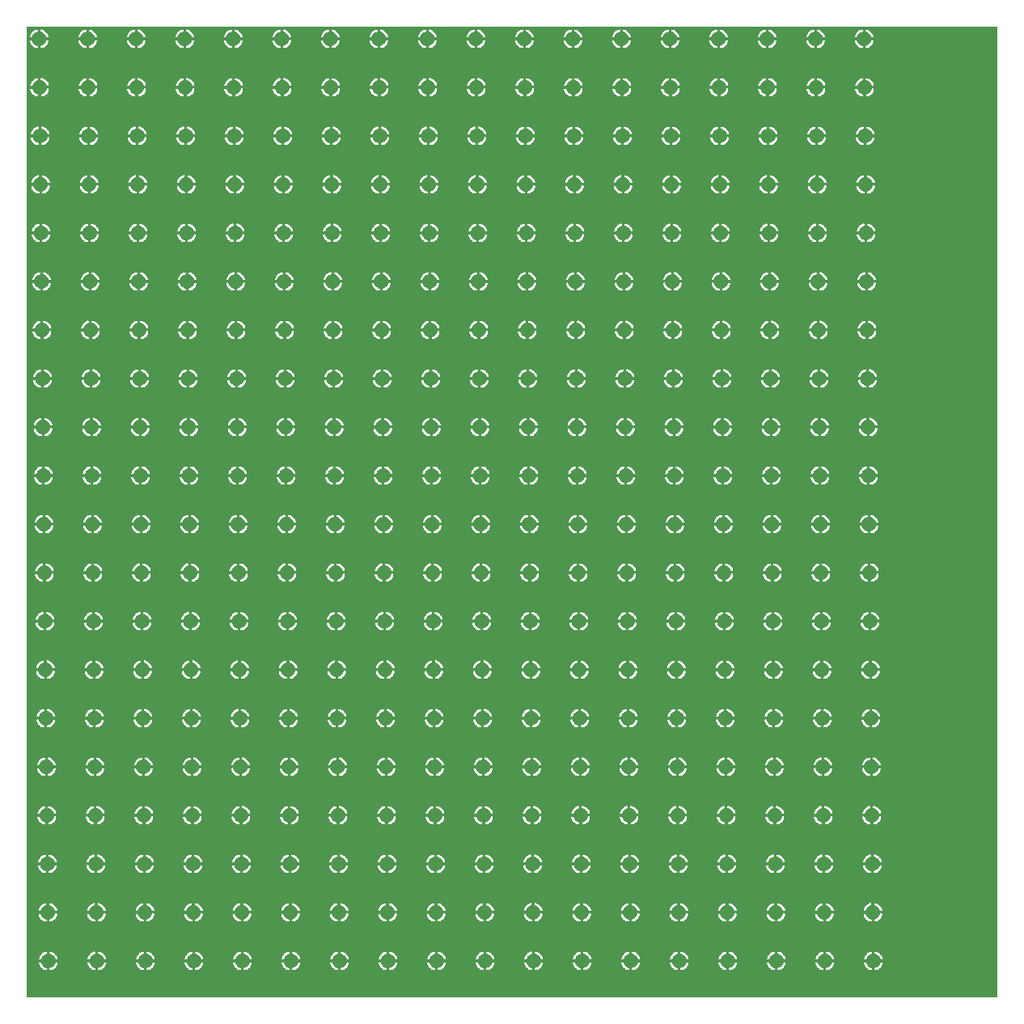
<source format=gbr>
G04 start of page 4 for group 2 idx 2
G04 Title: (unknown), power *
G04 Creator: pcb 1.99v *
G04 CreationDate: Thu Jan 24 03:52:10 2008 UTC *
G04 For: sdb *
G04 Format: Gerber/RS-274X *
G04 PCB-Dimensions: 400000 400000 *
G04 PCB-Coordinate-Origin: lower left *
%MOIN*%
%FSLAX24Y24*%
%LNGROUP2*%
%ADD11C,0.0200*%
%ADD12C,0.0600*%
%ADD13C,0.0280*%
G54D11*G36*
X0Y0D02*Y40000D01*
X445D01*
Y39859D01*
X442Y39864D01*
X436Y39871D01*
X429Y39876D01*
X422Y39880D01*
X413Y39883D01*
X405Y39884D01*
X396Y39884D01*
X388Y39882D01*
X353Y39870D01*
X321Y39855D01*
X289Y39837D01*
X260Y39816D01*
X232Y39793D01*
X207Y39767D01*
X184Y39739D01*
X164Y39709D01*
X146Y39677D01*
X132Y39644D01*
X120Y39610D01*
X118Y39601D01*
X118Y39593D01*
X119Y39584D01*
X122Y39576D01*
X127Y39568D01*
X132Y39561D01*
X139Y39556D01*
X146Y39551D01*
X154Y39548D01*
X163Y39546D01*
X172Y39546D01*
X180Y39547D01*
X188Y39550D01*
X196Y39555D01*
X203Y39560D01*
X209Y39567D01*
X213Y39574D01*
X216Y39582D01*
X225Y39608D01*
X236Y39633D01*
X249Y39657D01*
X264Y39679D01*
X281Y39700D01*
X300Y39719D01*
X321Y39737D01*
X343Y39752D01*
X367Y39766D01*
X391Y39777D01*
X417Y39786D01*
X425Y39790D01*
X432Y39794D01*
X439Y39800D01*
X444Y39807D01*
X445Y39809D01*
Y39197D01*
X444Y39198D01*
X437Y39204D01*
X430Y39208D01*
X422Y39211D01*
X396Y39220D01*
X371Y39231D01*
X348Y39244D01*
X325Y39259D01*
X304Y39276D01*
X285Y39295D01*
X267Y39316D01*
X252Y39338D01*
X238Y39362D01*
X227Y39386D01*
X218Y39412D01*
X214Y39420D01*
X210Y39427D01*
X204Y39434D01*
X197Y39439D01*
X189Y39443D01*
X181Y39446D01*
X172Y39447D01*
X164Y39447D01*
X155Y39445D01*
X147Y39442D01*
X140Y39437D01*
X133Y39431D01*
X128Y39424D01*
X124Y39417D01*
X121Y39409D01*
X120Y39400D01*
X120Y39391D01*
X122Y39383D01*
X134Y39349D01*
X149Y39316D01*
X167Y39284D01*
X188Y39255D01*
X212Y39227D01*
X237Y39202D01*
X265Y39179D01*
X295Y39159D01*
X327Y39141D01*
X360Y39127D01*
X394Y39115D01*
X403Y39113D01*
X412Y39113D01*
X420Y39115D01*
X428Y39117D01*
X436Y39122D01*
X443Y39127D01*
X445Y39130D01*
Y37878D01*
X442Y37880D01*
X433Y37883D01*
X425Y37884D01*
X416Y37884D01*
X408Y37882D01*
X373Y37870D01*
X341Y37855D01*
X309Y37837D01*
X280Y37816D01*
X252Y37793D01*
X227Y37767D01*
X204Y37739D01*
X184Y37709D01*
X166Y37677D01*
X152Y37644D01*
X140Y37610D01*
X138Y37601D01*
X138Y37593D01*
X139Y37584D01*
X142Y37576D01*
X147Y37568D01*
X152Y37561D01*
X159Y37556D01*
X166Y37551D01*
X174Y37548D01*
X183Y37546D01*
X192Y37546D01*
X200Y37547D01*
X208Y37550D01*
X216Y37555D01*
X223Y37560D01*
X229Y37567D01*
X233Y37574D01*
X236Y37582D01*
X245Y37608D01*
X256Y37633D01*
X269Y37657D01*
X284Y37679D01*
X301Y37700D01*
X320Y37719D01*
X341Y37737D01*
X363Y37752D01*
X387Y37766D01*
X411Y37777D01*
X437Y37786D01*
X445Y37790D01*
X445Y37790D01*
Y37210D01*
X442Y37211D01*
X416Y37220D01*
X391Y37231D01*
X368Y37244D01*
X345Y37259D01*
X324Y37276D01*
X305Y37295D01*
X287Y37316D01*
X272Y37338D01*
X258Y37362D01*
X247Y37386D01*
X238Y37412D01*
X234Y37420D01*
X230Y37427D01*
X224Y37434D01*
X217Y37439D01*
X209Y37443D01*
X201Y37446D01*
X192Y37447D01*
X184Y37447D01*
X175Y37445D01*
X167Y37442D01*
X160Y37437D01*
X153Y37431D01*
X148Y37424D01*
X144Y37417D01*
X141Y37409D01*
X140Y37400D01*
X140Y37391D01*
X142Y37383D01*
X154Y37349D01*
X169Y37316D01*
X187Y37284D01*
X208Y37255D01*
X232Y37227D01*
X257Y37202D01*
X285Y37179D01*
X315Y37159D01*
X347Y37141D01*
X380Y37127D01*
X414Y37115D01*
X423Y37113D01*
X432Y37113D01*
X440Y37115D01*
X445Y37116D01*
Y35884D01*
X445Y35884D01*
X436Y35884D01*
X428Y35882D01*
X393Y35870D01*
X361Y35855D01*
X329Y35837D01*
X300Y35816D01*
X272Y35793D01*
X247Y35767D01*
X224Y35739D01*
X204Y35709D01*
X186Y35677D01*
X172Y35644D01*
X160Y35610D01*
X158Y35601D01*
X158Y35593D01*
X159Y35584D01*
X162Y35576D01*
X167Y35568D01*
X172Y35561D01*
X179Y35556D01*
X186Y35551D01*
X194Y35548D01*
X203Y35546D01*
X212Y35546D01*
X220Y35547D01*
X228Y35550D01*
X236Y35555D01*
X243Y35560D01*
X249Y35567D01*
X253Y35574D01*
X256Y35582D01*
X265Y35608D01*
X276Y35633D01*
X289Y35657D01*
X304Y35679D01*
X321Y35700D01*
X340Y35719D01*
X361Y35737D01*
X383Y35752D01*
X407Y35766D01*
X431Y35777D01*
X445Y35782D01*
Y35217D01*
X436Y35220D01*
X411Y35231D01*
X388Y35244D01*
X365Y35259D01*
X344Y35276D01*
X325Y35295D01*
X307Y35316D01*
X292Y35338D01*
X278Y35362D01*
X267Y35386D01*
X258Y35412D01*
X254Y35420D01*
X250Y35427D01*
X244Y35434D01*
X237Y35439D01*
X229Y35443D01*
X221Y35446D01*
X212Y35447D01*
X204Y35447D01*
X195Y35445D01*
X187Y35442D01*
X180Y35437D01*
X173Y35431D01*
X168Y35424D01*
X164Y35417D01*
X161Y35409D01*
X160Y35400D01*
X160Y35391D01*
X162Y35383D01*
X174Y35349D01*
X189Y35316D01*
X207Y35284D01*
X228Y35255D01*
X252Y35227D01*
X277Y35202D01*
X305Y35179D01*
X335Y35159D01*
X367Y35141D01*
X400Y35127D01*
X434Y35115D01*
X443Y35113D01*
X445D01*
Y33881D01*
X413Y33870D01*
X381Y33855D01*
X349Y33837D01*
X320Y33816D01*
X292Y33793D01*
X267Y33767D01*
X244Y33739D01*
X224Y33709D01*
X206Y33677D01*
X192Y33644D01*
X180Y33610D01*
X178Y33601D01*
X178Y33593D01*
X179Y33584D01*
X182Y33576D01*
X187Y33568D01*
X192Y33561D01*
X199Y33556D01*
X206Y33551D01*
X214Y33548D01*
X223Y33546D01*
X232Y33546D01*
X240Y33547D01*
X248Y33550D01*
X256Y33555D01*
X263Y33560D01*
X269Y33567D01*
X273Y33574D01*
X276Y33582D01*
X285Y33608D01*
X296Y33633D01*
X309Y33657D01*
X324Y33679D01*
X341Y33700D01*
X360Y33719D01*
X381Y33737D01*
X403Y33752D01*
X427Y33766D01*
X445Y33775D01*
Y33225D01*
X431Y33231D01*
X408Y33244D01*
X385Y33259D01*
X364Y33276D01*
X345Y33295D01*
X327Y33316D01*
X312Y33338D01*
X298Y33362D01*
X287Y33386D01*
X278Y33412D01*
X274Y33420D01*
X270Y33427D01*
X264Y33434D01*
X257Y33439D01*
X249Y33443D01*
X241Y33446D01*
X232Y33447D01*
X224Y33447D01*
X215Y33445D01*
X207Y33442D01*
X200Y33437D01*
X193Y33431D01*
X188Y33424D01*
X184Y33417D01*
X181Y33409D01*
X180Y33400D01*
X180Y33391D01*
X182Y33383D01*
X194Y33349D01*
X209Y33316D01*
X227Y33284D01*
X248Y33255D01*
X272Y33227D01*
X297Y33202D01*
X325Y33179D01*
X355Y33159D01*
X387Y33141D01*
X420Y33127D01*
X445Y33118D01*
Y31874D01*
X433Y31870D01*
X401Y31855D01*
X369Y31837D01*
X340Y31816D01*
X312Y31793D01*
X287Y31767D01*
X264Y31739D01*
X244Y31709D01*
X226Y31677D01*
X212Y31644D01*
X200Y31610D01*
X198Y31601D01*
X198Y31593D01*
X199Y31584D01*
X202Y31576D01*
X207Y31568D01*
X212Y31561D01*
X219Y31556D01*
X226Y31551D01*
X234Y31548D01*
X243Y31546D01*
X252Y31546D01*
X260Y31547D01*
X268Y31550D01*
X276Y31555D01*
X283Y31560D01*
X289Y31567D01*
X293Y31574D01*
X296Y31582D01*
X305Y31608D01*
X316Y31633D01*
X329Y31657D01*
X344Y31679D01*
X361Y31700D01*
X380Y31719D01*
X401Y31737D01*
X423Y31752D01*
X445Y31765D01*
Y31234D01*
X428Y31244D01*
X405Y31259D01*
X384Y31276D01*
X365Y31295D01*
X347Y31316D01*
X332Y31338D01*
X318Y31362D01*
X307Y31386D01*
X298Y31412D01*
X294Y31420D01*
X290Y31427D01*
X284Y31434D01*
X277Y31439D01*
X269Y31443D01*
X261Y31446D01*
X252Y31447D01*
X244Y31447D01*
X235Y31445D01*
X227Y31442D01*
X220Y31437D01*
X213Y31431D01*
X208Y31424D01*
X204Y31417D01*
X201Y31409D01*
X200Y31400D01*
X200Y31391D01*
X202Y31383D01*
X214Y31349D01*
X229Y31316D01*
X247Y31284D01*
X268Y31255D01*
X292Y31227D01*
X317Y31202D01*
X345Y31179D01*
X375Y31159D01*
X407Y31141D01*
X440Y31127D01*
X445Y31125D01*
Y29866D01*
X421Y29855D01*
X389Y29837D01*
X360Y29816D01*
X332Y29793D01*
X307Y29767D01*
X284Y29739D01*
X264Y29709D01*
X246Y29677D01*
X232Y29644D01*
X220Y29610D01*
X218Y29601D01*
X218Y29593D01*
X219Y29584D01*
X222Y29576D01*
X227Y29568D01*
X232Y29561D01*
X239Y29556D01*
X246Y29551D01*
X254Y29548D01*
X263Y29546D01*
X272Y29546D01*
X280Y29547D01*
X288Y29550D01*
X296Y29555D01*
X303Y29560D01*
X309Y29567D01*
X313Y29574D01*
X316Y29582D01*
X325Y29608D01*
X336Y29633D01*
X349Y29657D01*
X364Y29679D01*
X381Y29700D01*
X400Y29719D01*
X421Y29737D01*
X443Y29752D01*
X445Y29754D01*
Y29246D01*
X425Y29259D01*
X404Y29276D01*
X385Y29295D01*
X367Y29316D01*
X352Y29338D01*
X338Y29362D01*
X327Y29386D01*
X318Y29412D01*
X314Y29420D01*
X310Y29427D01*
X304Y29434D01*
X297Y29439D01*
X289Y29443D01*
X281Y29446D01*
X272Y29447D01*
X264Y29447D01*
X255Y29445D01*
X247Y29442D01*
X240Y29437D01*
X233Y29431D01*
X228Y29424D01*
X224Y29417D01*
X221Y29409D01*
X220Y29400D01*
X220Y29391D01*
X222Y29383D01*
X234Y29349D01*
X249Y29316D01*
X267Y29284D01*
X288Y29255D01*
X312Y29227D01*
X337Y29202D01*
X365Y29179D01*
X395Y29159D01*
X427Y29141D01*
X445Y29133D01*
Y27857D01*
X441Y27855D01*
X409Y27837D01*
X380Y27816D01*
X352Y27793D01*
X327Y27767D01*
X304Y27739D01*
X284Y27709D01*
X266Y27677D01*
X252Y27644D01*
X240Y27610D01*
X238Y27601D01*
X238Y27593D01*
X239Y27584D01*
X242Y27576D01*
X247Y27568D01*
X252Y27561D01*
X259Y27556D01*
X266Y27551D01*
X274Y27548D01*
X283Y27546D01*
X292Y27546D01*
X300Y27547D01*
X308Y27550D01*
X316Y27555D01*
X323Y27560D01*
X329Y27567D01*
X333Y27574D01*
X336Y27582D01*
X345Y27608D01*
X356Y27633D01*
X369Y27657D01*
X384Y27679D01*
X401Y27700D01*
X420Y27719D01*
X441Y27737D01*
X445Y27740D01*
Y27259D01*
X445Y27259D01*
X424Y27276D01*
X405Y27295D01*
X387Y27316D01*
X372Y27338D01*
X358Y27362D01*
X347Y27386D01*
X338Y27412D01*
X334Y27420D01*
X330Y27427D01*
X324Y27434D01*
X317Y27439D01*
X309Y27443D01*
X301Y27446D01*
X292Y27447D01*
X284Y27447D01*
X275Y27445D01*
X267Y27442D01*
X260Y27437D01*
X253Y27431D01*
X248Y27424D01*
X244Y27417D01*
X241Y27409D01*
X240Y27400D01*
X240Y27391D01*
X242Y27383D01*
X254Y27349D01*
X269Y27316D01*
X287Y27284D01*
X308Y27255D01*
X332Y27227D01*
X357Y27202D01*
X385Y27179D01*
X415Y27159D01*
X445Y27142D01*
Y25846D01*
X429Y25837D01*
X400Y25816D01*
X372Y25793D01*
X347Y25767D01*
X324Y25739D01*
X304Y25709D01*
X286Y25677D01*
X272Y25644D01*
X260Y25610D01*
X258Y25601D01*
X258Y25593D01*
X259Y25584D01*
X262Y25576D01*
X267Y25568D01*
X272Y25561D01*
X279Y25556D01*
X286Y25551D01*
X294Y25548D01*
X303Y25546D01*
X312Y25546D01*
X320Y25547D01*
X328Y25550D01*
X336Y25555D01*
X343Y25560D01*
X349Y25567D01*
X353Y25574D01*
X356Y25582D01*
X365Y25608D01*
X376Y25633D01*
X389Y25657D01*
X404Y25679D01*
X421Y25700D01*
X440Y25719D01*
X445Y25723D01*
Y25276D01*
X444Y25276D01*
X425Y25295D01*
X407Y25316D01*
X392Y25338D01*
X378Y25362D01*
X367Y25386D01*
X358Y25412D01*
X354Y25420D01*
X350Y25427D01*
X344Y25434D01*
X337Y25439D01*
X329Y25443D01*
X321Y25446D01*
X312Y25447D01*
X304Y25447D01*
X295Y25445D01*
X287Y25442D01*
X280Y25437D01*
X273Y25431D01*
X268Y25424D01*
X264Y25417D01*
X261Y25409D01*
X260Y25400D01*
X260Y25391D01*
X262Y25383D01*
X274Y25349D01*
X289Y25316D01*
X307Y25284D01*
X328Y25255D01*
X352Y25227D01*
X377Y25202D01*
X405Y25179D01*
X435Y25159D01*
X445Y25153D01*
Y23834D01*
X420Y23816D01*
X392Y23793D01*
X367Y23767D01*
X344Y23739D01*
X324Y23709D01*
X306Y23677D01*
X292Y23644D01*
X280Y23610D01*
X278Y23601D01*
X278Y23593D01*
X279Y23584D01*
X282Y23576D01*
X287Y23568D01*
X292Y23561D01*
X299Y23556D01*
X306Y23551D01*
X314Y23548D01*
X323Y23546D01*
X332Y23546D01*
X340Y23547D01*
X348Y23550D01*
X356Y23555D01*
X363Y23560D01*
X369Y23567D01*
X373Y23574D01*
X376Y23582D01*
X385Y23608D01*
X396Y23633D01*
X409Y23657D01*
X424Y23679D01*
X441Y23700D01*
X445Y23704D01*
Y23295D01*
X445Y23295D01*
X427Y23316D01*
X412Y23338D01*
X398Y23362D01*
X387Y23386D01*
X378Y23412D01*
X374Y23420D01*
X370Y23427D01*
X364Y23434D01*
X357Y23439D01*
X349Y23443D01*
X341Y23446D01*
X332Y23447D01*
X324Y23447D01*
X315Y23445D01*
X307Y23442D01*
X300Y23437D01*
X293Y23431D01*
X288Y23424D01*
X284Y23417D01*
X281Y23409D01*
X280Y23400D01*
X280Y23391D01*
X282Y23383D01*
X294Y23349D01*
X309Y23316D01*
X327Y23284D01*
X348Y23255D01*
X372Y23227D01*
X397Y23202D01*
X425Y23179D01*
X445Y23166D01*
Y21820D01*
X440Y21816D01*
X412Y21793D01*
X387Y21767D01*
X364Y21739D01*
X344Y21709D01*
X326Y21677D01*
X312Y21644D01*
X300Y21610D01*
X298Y21601D01*
X298Y21593D01*
X299Y21584D01*
X302Y21576D01*
X307Y21568D01*
X312Y21561D01*
X319Y21556D01*
X326Y21551D01*
X334Y21548D01*
X343Y21546D01*
X352Y21546D01*
X360Y21547D01*
X368Y21550D01*
X376Y21555D01*
X383Y21560D01*
X389Y21567D01*
X393Y21574D01*
X396Y21582D01*
X405Y21608D01*
X416Y21633D01*
X429Y21657D01*
X444Y21679D01*
X445Y21680D01*
Y21319D01*
X432Y21338D01*
X418Y21362D01*
X407Y21386D01*
X398Y21412D01*
X394Y21420D01*
X390Y21427D01*
X384Y21434D01*
X377Y21439D01*
X369Y21443D01*
X361Y21446D01*
X352Y21447D01*
X344Y21447D01*
X335Y21445D01*
X327Y21442D01*
X320Y21437D01*
X313Y21431D01*
X308Y21424D01*
X304Y21417D01*
X301Y21409D01*
X300Y21400D01*
X300Y21391D01*
X302Y21383D01*
X314Y21349D01*
X329Y21316D01*
X347Y21284D01*
X368Y21255D01*
X392Y21227D01*
X417Y21202D01*
X445Y21179D01*
Y19804D01*
X432Y19793D01*
X407Y19767D01*
X384Y19739D01*
X364Y19709D01*
X346Y19677D01*
X332Y19644D01*
X320Y19610D01*
X318Y19601D01*
X318Y19593D01*
X319Y19584D01*
X322Y19576D01*
X327Y19568D01*
X332Y19561D01*
X339Y19556D01*
X346Y19551D01*
X354Y19548D01*
X363Y19546D01*
X372Y19546D01*
X380Y19547D01*
X388Y19550D01*
X396Y19555D01*
X403Y19560D01*
X409Y19567D01*
X413Y19574D01*
X416Y19582D01*
X425Y19608D01*
X436Y19633D01*
X445Y19650D01*
Y19349D01*
X438Y19362D01*
X427Y19386D01*
X418Y19412D01*
X414Y19420D01*
X410Y19427D01*
X404Y19434D01*
X397Y19439D01*
X389Y19443D01*
X381Y19446D01*
X372Y19447D01*
X364Y19447D01*
X355Y19445D01*
X347Y19442D01*
X340Y19437D01*
X333Y19431D01*
X328Y19424D01*
X324Y19417D01*
X321Y19409D01*
X320Y19400D01*
X320Y19391D01*
X322Y19383D01*
X334Y19349D01*
X349Y19316D01*
X367Y19284D01*
X388Y19255D01*
X412Y19227D01*
X437Y19202D01*
X445Y19196D01*
Y17785D01*
X427Y17767D01*
X404Y17739D01*
X384Y17709D01*
X366Y17677D01*
X352Y17644D01*
X340Y17610D01*
X338Y17601D01*
X338Y17593D01*
X339Y17584D01*
X342Y17576D01*
X347Y17568D01*
X352Y17561D01*
X359Y17556D01*
X366Y17551D01*
X374Y17548D01*
X383Y17546D01*
X392Y17546D01*
X400Y17547D01*
X408Y17550D01*
X416Y17555D01*
X423Y17560D01*
X429Y17567D01*
X433Y17574D01*
X436Y17582D01*
X445Y17608D01*
X445Y17609D01*
Y17391D01*
X438Y17412D01*
X434Y17420D01*
X430Y17427D01*
X424Y17434D01*
X417Y17439D01*
X409Y17443D01*
X401Y17446D01*
X392Y17447D01*
X384Y17447D01*
X375Y17445D01*
X367Y17442D01*
X360Y17437D01*
X353Y17431D01*
X348Y17424D01*
X344Y17417D01*
X341Y17409D01*
X340Y17400D01*
X340Y17391D01*
X342Y17383D01*
X354Y17349D01*
X369Y17316D01*
X387Y17284D01*
X408Y17255D01*
X432Y17227D01*
X445Y17214D01*
Y15765D01*
X424Y15739D01*
X404Y15709D01*
X386Y15677D01*
X372Y15644D01*
X360Y15610D01*
X358Y15601D01*
X358Y15593D01*
X359Y15584D01*
X362Y15576D01*
X367Y15568D01*
X372Y15561D01*
X379Y15556D01*
X386Y15551D01*
X394Y15548D01*
X403Y15546D01*
X412Y15546D01*
X420Y15547D01*
X428Y15550D01*
X436Y15555D01*
X443Y15560D01*
X445Y15563D01*
Y15432D01*
X444Y15434D01*
X437Y15439D01*
X429Y15443D01*
X421Y15446D01*
X412Y15447D01*
X404Y15447D01*
X395Y15445D01*
X387Y15442D01*
X380Y15437D01*
X373Y15431D01*
X368Y15424D01*
X364Y15417D01*
X361Y15409D01*
X360Y15400D01*
X360Y15391D01*
X362Y15383D01*
X374Y15349D01*
X389Y15316D01*
X407Y15284D01*
X428Y15255D01*
X445Y15235D01*
Y13740D01*
X444Y13739D01*
X424Y13709D01*
X406Y13677D01*
X392Y13644D01*
X380Y13610D01*
X378Y13601D01*
X378Y13593D01*
X379Y13584D01*
X382Y13576D01*
X387Y13568D01*
X392Y13561D01*
X399Y13556D01*
X406Y13551D01*
X414Y13548D01*
X423Y13546D01*
X432Y13546D01*
X440Y13547D01*
X445Y13549D01*
Y13445D01*
X441Y13446D01*
X432Y13447D01*
X424Y13447D01*
X415Y13445D01*
X407Y13442D01*
X400Y13437D01*
X393Y13431D01*
X388Y13424D01*
X384Y13417D01*
X381Y13409D01*
X380Y13400D01*
X380Y13391D01*
X382Y13383D01*
X394Y13349D01*
X409Y13316D01*
X427Y13284D01*
X445Y13259D01*
Y11711D01*
X444Y11709D01*
X426Y11677D01*
X412Y11644D01*
X400Y11610D01*
X398Y11601D01*
X398Y11593D01*
X399Y11584D01*
X402Y11576D01*
X407Y11568D01*
X412Y11561D01*
X419Y11556D01*
X426Y11551D01*
X434Y11548D01*
X443Y11546D01*
X445D01*
Y11447D01*
X444Y11447D01*
X435Y11445D01*
X427Y11442D01*
X420Y11437D01*
X413Y11431D01*
X408Y11424D01*
X404Y11417D01*
X401Y11409D01*
X400Y11400D01*
X400Y11391D01*
X402Y11383D01*
X414Y11349D01*
X429Y11316D01*
X445Y11288D01*
Y9675D01*
X432Y9644D01*
X420Y9610D01*
X418Y9601D01*
X418Y9593D01*
X419Y9584D01*
X422Y9576D01*
X427Y9568D01*
X432Y9561D01*
X439Y9556D01*
X445Y9552D01*
Y9441D01*
X440Y9437D01*
X433Y9431D01*
X428Y9424D01*
X424Y9417D01*
X421Y9409D01*
X420Y9400D01*
X420Y9391D01*
X422Y9383D01*
X434Y9349D01*
X445Y9325D01*
Y7625D01*
X440Y7610D01*
X438Y7601D01*
X438Y7593D01*
X439Y7584D01*
X442Y7576D01*
X445Y7571D01*
Y7419D01*
X444Y7417D01*
X441Y7409D01*
X440Y7400D01*
X440Y7391D01*
X442Y7383D01*
X445Y7374D01*
Y0D01*
X0D01*
G37*
G36*
X445Y40000D02*X625D01*
Y39881D01*
X615Y39884D01*
X606Y39886D01*
X597Y39886D01*
X589Y39885D01*
X581Y39882D01*
X573Y39878D01*
X566Y39872D01*
X560Y39865D01*
X556Y39858D01*
X553Y39850D01*
X551Y39841D01*
X551Y39833D01*
X552Y39824D01*
X555Y39816D01*
X559Y39808D01*
X565Y39801D01*
X572Y39796D01*
X579Y39791D01*
X587Y39788D01*
X613Y39779D01*
X625Y39774D01*
Y39225D01*
X618Y39222D01*
X592Y39213D01*
X584Y39209D01*
X577Y39205D01*
X570Y39199D01*
X565Y39192D01*
X561Y39184D01*
X558Y39176D01*
X557Y39167D01*
X557Y39159D01*
X559Y39150D01*
X562Y39142D01*
X567Y39135D01*
X573Y39128D01*
X580Y39123D01*
X587Y39119D01*
X596Y39116D01*
X604Y39115D01*
X613Y39115D01*
X621Y39117D01*
X625Y39118D01*
Y37886D01*
X617Y37886D01*
X609Y37885D01*
X601Y37882D01*
X593Y37878D01*
X586Y37872D01*
X580Y37865D01*
X576Y37858D01*
X573Y37850D01*
X571Y37841D01*
X571Y37833D01*
X572Y37824D01*
X575Y37816D01*
X579Y37808D01*
X585Y37801D01*
X592Y37796D01*
X599Y37791D01*
X607Y37788D01*
X625Y37782D01*
Y37217D01*
X612Y37213D01*
X604Y37209D01*
X597Y37205D01*
X590Y37199D01*
X585Y37192D01*
X581Y37184D01*
X578Y37176D01*
X577Y37167D01*
X577Y37159D01*
X579Y37150D01*
X582Y37142D01*
X587Y37135D01*
X593Y37128D01*
X600Y37123D01*
X607Y37119D01*
X616Y37116D01*
X624Y37115D01*
X625D01*
Y35883D01*
X621Y35882D01*
X613Y35878D01*
X606Y35872D01*
X600Y35865D01*
X596Y35858D01*
X593Y35850D01*
X591Y35841D01*
X591Y35833D01*
X592Y35824D01*
X595Y35816D01*
X599Y35808D01*
X605Y35801D01*
X612Y35796D01*
X619Y35791D01*
X625Y35789D01*
Y35210D01*
X624Y35209D01*
X617Y35205D01*
X610Y35199D01*
X605Y35192D01*
X601Y35184D01*
X598Y35176D01*
X597Y35167D01*
X597Y35159D01*
X599Y35150D01*
X602Y35142D01*
X607Y35135D01*
X613Y35128D01*
X620Y35123D01*
X625Y35120D01*
Y33871D01*
X620Y33865D01*
X616Y33858D01*
X613Y33850D01*
X611Y33841D01*
X611Y33833D01*
X612Y33824D01*
X615Y33816D01*
X619Y33808D01*
X625Y33801D01*
X625Y33801D01*
Y33192D01*
X625Y33192D01*
X621Y33184D01*
X618Y33176D01*
X617Y33167D01*
X617Y33159D01*
X619Y33150D01*
X622Y33142D01*
X625Y33138D01*
Y21859D01*
X622Y21864D01*
X616Y21871D01*
X609Y21876D01*
X602Y21880D01*
X593Y21883D01*
X585Y21884D01*
X576Y21884D01*
X568Y21882D01*
X533Y21870D01*
X501Y21855D01*
X469Y21837D01*
X445Y21820D01*
Y23166D01*
X455Y23159D01*
X487Y23141D01*
X520Y23127D01*
X554Y23115D01*
X563Y23113D01*
X572Y23113D01*
X580Y23115D01*
X588Y23117D01*
X596Y23122D01*
X603Y23127D01*
X609Y23134D01*
X613Y23141D01*
X616Y23149D01*
X618Y23158D01*
X618Y23167D01*
X617Y23175D01*
X614Y23183D01*
X610Y23191D01*
X604Y23198D01*
X597Y23204D01*
X590Y23208D01*
X582Y23211D01*
X556Y23220D01*
X531Y23231D01*
X508Y23244D01*
X485Y23259D01*
X464Y23276D01*
X445Y23295D01*
Y23704D01*
X460Y23719D01*
X481Y23737D01*
X503Y23752D01*
X527Y23766D01*
X551Y23777D01*
X577Y23786D01*
X585Y23790D01*
X592Y23794D01*
X599Y23800D01*
X604Y23807D01*
X608Y23815D01*
X611Y23823D01*
X612Y23832D01*
X612Y23840D01*
X610Y23849D01*
X607Y23857D01*
X602Y23864D01*
X596Y23871D01*
X589Y23876D01*
X582Y23880D01*
X573Y23883D01*
X565Y23884D01*
X556Y23884D01*
X548Y23882D01*
X513Y23870D01*
X481Y23855D01*
X449Y23837D01*
X445Y23834D01*
Y25153D01*
X467Y25141D01*
X500Y25127D01*
X534Y25115D01*
X543Y25113D01*
X552Y25113D01*
X560Y25115D01*
X568Y25117D01*
X576Y25122D01*
X583Y25127D01*
X589Y25134D01*
X593Y25141D01*
X596Y25149D01*
X598Y25158D01*
X598Y25167D01*
X597Y25175D01*
X594Y25183D01*
X590Y25191D01*
X584Y25198D01*
X577Y25204D01*
X570Y25208D01*
X562Y25211D01*
X536Y25220D01*
X511Y25231D01*
X488Y25244D01*
X465Y25259D01*
X445Y25276D01*
Y25723D01*
X461Y25737D01*
X483Y25752D01*
X507Y25766D01*
X531Y25777D01*
X557Y25786D01*
X565Y25790D01*
X572Y25794D01*
X579Y25800D01*
X584Y25807D01*
X588Y25815D01*
X591Y25823D01*
X592Y25832D01*
X592Y25840D01*
X590Y25849D01*
X587Y25857D01*
X582Y25864D01*
X576Y25871D01*
X569Y25876D01*
X562Y25880D01*
X553Y25883D01*
X545Y25884D01*
X536Y25884D01*
X528Y25882D01*
X493Y25870D01*
X461Y25855D01*
X445Y25846D01*
Y27142D01*
X447Y27141D01*
X480Y27127D01*
X514Y27115D01*
X523Y27113D01*
X532Y27113D01*
X540Y27115D01*
X548Y27117D01*
X556Y27122D01*
X563Y27127D01*
X569Y27134D01*
X573Y27141D01*
X576Y27149D01*
X578Y27158D01*
X578Y27167D01*
X577Y27175D01*
X574Y27183D01*
X570Y27191D01*
X564Y27198D01*
X557Y27204D01*
X550Y27208D01*
X542Y27211D01*
X516Y27220D01*
X491Y27231D01*
X468Y27244D01*
X445Y27259D01*
Y27740D01*
X463Y27752D01*
X487Y27766D01*
X511Y27777D01*
X537Y27786D01*
X545Y27790D01*
X552Y27794D01*
X559Y27800D01*
X564Y27807D01*
X568Y27815D01*
X571Y27823D01*
X572Y27832D01*
X572Y27840D01*
X570Y27849D01*
X567Y27857D01*
X562Y27864D01*
X556Y27871D01*
X549Y27876D01*
X542Y27880D01*
X533Y27883D01*
X525Y27884D01*
X516Y27884D01*
X508Y27882D01*
X473Y27870D01*
X445Y27857D01*
Y29133D01*
X460Y29127D01*
X494Y29115D01*
X503Y29113D01*
X512Y29113D01*
X520Y29115D01*
X528Y29117D01*
X536Y29122D01*
X543Y29127D01*
X549Y29134D01*
X553Y29141D01*
X556Y29149D01*
X558Y29158D01*
X558Y29167D01*
X557Y29175D01*
X554Y29183D01*
X550Y29191D01*
X544Y29198D01*
X537Y29204D01*
X530Y29208D01*
X522Y29211D01*
X496Y29220D01*
X471Y29231D01*
X448Y29244D01*
X445Y29246D01*
Y29754D01*
X467Y29766D01*
X491Y29777D01*
X517Y29786D01*
X525Y29790D01*
X532Y29794D01*
X539Y29800D01*
X544Y29807D01*
X548Y29815D01*
X551Y29823D01*
X552Y29832D01*
X552Y29840D01*
X550Y29849D01*
X547Y29857D01*
X542Y29864D01*
X536Y29871D01*
X529Y29876D01*
X522Y29880D01*
X513Y29883D01*
X505Y29884D01*
X496Y29884D01*
X488Y29882D01*
X453Y29870D01*
X445Y29866D01*
Y31125D01*
X474Y31115D01*
X483Y31113D01*
X492Y31113D01*
X500Y31115D01*
X508Y31117D01*
X516Y31122D01*
X523Y31127D01*
X529Y31134D01*
X533Y31141D01*
X536Y31149D01*
X538Y31158D01*
X538Y31167D01*
X537Y31175D01*
X534Y31183D01*
X530Y31191D01*
X524Y31198D01*
X517Y31204D01*
X510Y31208D01*
X502Y31211D01*
X476Y31220D01*
X451Y31231D01*
X445Y31234D01*
Y31765D01*
X447Y31766D01*
X471Y31777D01*
X497Y31786D01*
X505Y31790D01*
X512Y31794D01*
X519Y31800D01*
X524Y31807D01*
X528Y31815D01*
X531Y31823D01*
X532Y31832D01*
X532Y31840D01*
X530Y31849D01*
X527Y31857D01*
X522Y31864D01*
X516Y31871D01*
X509Y31876D01*
X502Y31880D01*
X493Y31883D01*
X485Y31884D01*
X476Y31884D01*
X468Y31882D01*
X445Y31874D01*
Y33118D01*
X454Y33115D01*
X463Y33113D01*
X472Y33113D01*
X480Y33115D01*
X488Y33117D01*
X496Y33122D01*
X503Y33127D01*
X509Y33134D01*
X513Y33141D01*
X516Y33149D01*
X518Y33158D01*
X518Y33167D01*
X517Y33175D01*
X514Y33183D01*
X510Y33191D01*
X504Y33198D01*
X497Y33204D01*
X490Y33208D01*
X482Y33211D01*
X456Y33220D01*
X445Y33225D01*
Y33775D01*
X451Y33777D01*
X477Y33786D01*
X485Y33790D01*
X492Y33794D01*
X499Y33800D01*
X504Y33807D01*
X508Y33815D01*
X511Y33823D01*
X512Y33832D01*
X512Y33840D01*
X510Y33849D01*
X507Y33857D01*
X502Y33864D01*
X496Y33871D01*
X489Y33876D01*
X482Y33880D01*
X473Y33883D01*
X465Y33884D01*
X456Y33884D01*
X448Y33882D01*
X445Y33881D01*
Y35113D01*
X452Y35113D01*
X460Y35115D01*
X468Y35117D01*
X476Y35122D01*
X483Y35127D01*
X489Y35134D01*
X493Y35141D01*
X496Y35149D01*
X498Y35158D01*
X498Y35167D01*
X497Y35175D01*
X494Y35183D01*
X490Y35191D01*
X484Y35198D01*
X477Y35204D01*
X470Y35208D01*
X462Y35211D01*
X445Y35217D01*
Y35782D01*
X457Y35786D01*
X465Y35790D01*
X472Y35794D01*
X479Y35800D01*
X484Y35807D01*
X488Y35815D01*
X491Y35823D01*
X492Y35832D01*
X492Y35840D01*
X490Y35849D01*
X487Y35857D01*
X482Y35864D01*
X476Y35871D01*
X469Y35876D01*
X462Y35880D01*
X453Y35883D01*
X445Y35884D01*
Y37116D01*
X448Y37117D01*
X456Y37122D01*
X463Y37127D01*
X469Y37134D01*
X473Y37141D01*
X476Y37149D01*
X478Y37158D01*
X478Y37167D01*
X477Y37175D01*
X474Y37183D01*
X470Y37191D01*
X464Y37198D01*
X457Y37204D01*
X450Y37208D01*
X445Y37210D01*
Y37790D01*
X452Y37794D01*
X459Y37800D01*
X464Y37807D01*
X468Y37815D01*
X471Y37823D01*
X472Y37832D01*
X472Y37840D01*
X470Y37849D01*
X467Y37857D01*
X462Y37864D01*
X456Y37871D01*
X449Y37876D01*
X445Y37878D01*
Y39130D01*
X449Y39134D01*
X453Y39141D01*
X456Y39149D01*
X458Y39158D01*
X458Y39167D01*
X457Y39175D01*
X454Y39183D01*
X450Y39191D01*
X445Y39197D01*
Y39809D01*
X448Y39815D01*
X451Y39823D01*
X452Y39832D01*
X452Y39840D01*
X450Y39849D01*
X447Y39857D01*
X445Y39859D01*
Y40000D01*
G37*
G36*
X625Y0D02*X445D01*
Y7374D01*
X454Y7349D01*
X469Y7316D01*
X487Y7284D01*
X508Y7255D01*
X532Y7227D01*
X557Y7202D01*
X585Y7179D01*
X615Y7159D01*
X625Y7153D01*
Y5834D01*
X600Y5816D01*
X572Y5793D01*
X547Y5767D01*
X524Y5739D01*
X504Y5709D01*
X486Y5677D01*
X472Y5644D01*
X460Y5610D01*
X458Y5601D01*
X458Y5593D01*
X459Y5584D01*
X462Y5576D01*
X467Y5568D01*
X472Y5561D01*
X479Y5556D01*
X486Y5551D01*
X494Y5548D01*
X503Y5546D01*
X512Y5546D01*
X520Y5547D01*
X528Y5550D01*
X536Y5555D01*
X543Y5560D01*
X549Y5567D01*
X553Y5574D01*
X556Y5582D01*
X565Y5608D01*
X576Y5633D01*
X589Y5657D01*
X604Y5679D01*
X621Y5700D01*
X625Y5704D01*
Y5295D01*
X625Y5295D01*
X607Y5316D01*
X592Y5338D01*
X578Y5362D01*
X567Y5386D01*
X558Y5412D01*
X554Y5420D01*
X550Y5427D01*
X544Y5434D01*
X537Y5439D01*
X529Y5443D01*
X521Y5446D01*
X512Y5447D01*
X504Y5447D01*
X495Y5445D01*
X487Y5442D01*
X480Y5437D01*
X473Y5431D01*
X468Y5424D01*
X464Y5417D01*
X461Y5409D01*
X460Y5400D01*
X460Y5391D01*
X462Y5383D01*
X474Y5349D01*
X489Y5316D01*
X507Y5284D01*
X528Y5255D01*
X552Y5227D01*
X577Y5202D01*
X605Y5179D01*
X625Y5166D01*
Y3820D01*
X620Y3816D01*
X592Y3793D01*
X567Y3767D01*
X544Y3739D01*
X524Y3709D01*
X506Y3677D01*
X492Y3644D01*
X480Y3610D01*
X478Y3601D01*
X478Y3593D01*
X479Y3584D01*
X482Y3576D01*
X487Y3568D01*
X492Y3561D01*
X499Y3556D01*
X506Y3551D01*
X514Y3548D01*
X523Y3546D01*
X532Y3546D01*
X540Y3547D01*
X548Y3550D01*
X556Y3555D01*
X563Y3560D01*
X569Y3567D01*
X573Y3574D01*
X576Y3582D01*
X585Y3608D01*
X596Y3633D01*
X609Y3657D01*
X624Y3679D01*
X625Y3680D01*
Y3319D01*
X612Y3338D01*
X598Y3362D01*
X587Y3386D01*
X578Y3412D01*
X574Y3420D01*
X570Y3427D01*
X564Y3434D01*
X557Y3439D01*
X549Y3443D01*
X541Y3446D01*
X532Y3447D01*
X524Y3447D01*
X515Y3445D01*
X507Y3442D01*
X500Y3437D01*
X493Y3431D01*
X488Y3424D01*
X484Y3417D01*
X481Y3409D01*
X480Y3400D01*
X480Y3391D01*
X482Y3383D01*
X494Y3349D01*
X509Y3316D01*
X527Y3284D01*
X548Y3255D01*
X572Y3227D01*
X597Y3202D01*
X625Y3179D01*
Y1804D01*
X612Y1793D01*
X587Y1767D01*
X564Y1739D01*
X544Y1709D01*
X526Y1677D01*
X512Y1644D01*
X500Y1610D01*
X498Y1601D01*
X498Y1593D01*
X499Y1584D01*
X502Y1576D01*
X507Y1568D01*
X512Y1561D01*
X519Y1556D01*
X526Y1551D01*
X534Y1548D01*
X543Y1546D01*
X552Y1546D01*
X560Y1547D01*
X568Y1550D01*
X576Y1555D01*
X583Y1560D01*
X589Y1567D01*
X593Y1574D01*
X596Y1582D01*
X605Y1608D01*
X616Y1633D01*
X625Y1650D01*
Y1349D01*
X618Y1362D01*
X607Y1386D01*
X598Y1412D01*
X594Y1420D01*
X590Y1427D01*
X584Y1434D01*
X577Y1439D01*
X569Y1443D01*
X561Y1446D01*
X552Y1447D01*
X544Y1447D01*
X535Y1445D01*
X527Y1442D01*
X520Y1437D01*
X513Y1431D01*
X508Y1424D01*
X504Y1417D01*
X501Y1409D01*
X500Y1400D01*
X500Y1391D01*
X502Y1383D01*
X514Y1349D01*
X529Y1316D01*
X547Y1284D01*
X568Y1255D01*
X592Y1227D01*
X617Y1202D01*
X625Y1196D01*
Y0D01*
G37*
G36*
Y7276D02*X624Y7276D01*
X605Y7295D01*
X587Y7316D01*
X572Y7338D01*
X558Y7362D01*
X547Y7386D01*
X538Y7412D01*
X534Y7420D01*
X530Y7427D01*
X524Y7434D01*
X517Y7439D01*
X509Y7443D01*
X501Y7446D01*
X492Y7447D01*
X484Y7447D01*
X475Y7445D01*
X467Y7442D01*
X460Y7437D01*
X453Y7431D01*
X448Y7424D01*
X445Y7419D01*
Y7571D01*
X447Y7568D01*
X452Y7561D01*
X459Y7556D01*
X466Y7551D01*
X474Y7548D01*
X483Y7546D01*
X492Y7546D01*
X500Y7547D01*
X508Y7550D01*
X516Y7555D01*
X523Y7560D01*
X529Y7567D01*
X533Y7574D01*
X536Y7582D01*
X545Y7608D01*
X556Y7633D01*
X569Y7657D01*
X584Y7679D01*
X601Y7700D01*
X620Y7719D01*
X625Y7723D01*
Y7276D01*
G37*
G36*
Y7846D02*X609Y7837D01*
X580Y7816D01*
X552Y7793D01*
X527Y7767D01*
X504Y7739D01*
X484Y7709D01*
X466Y7677D01*
X452Y7644D01*
X445Y7625D01*
Y9325D01*
X449Y9316D01*
X467Y9284D01*
X488Y9255D01*
X512Y9227D01*
X537Y9202D01*
X565Y9179D01*
X595Y9159D01*
X625Y9142D01*
Y7846D01*
G37*
G36*
Y9259D02*X625Y9259D01*
X604Y9276D01*
X585Y9295D01*
X567Y9316D01*
X552Y9338D01*
X538Y9362D01*
X527Y9386D01*
X518Y9412D01*
X514Y9420D01*
X510Y9427D01*
X504Y9434D01*
X497Y9439D01*
X489Y9443D01*
X481Y9446D01*
X472Y9447D01*
X464Y9447D01*
X455Y9445D01*
X447Y9442D01*
X445Y9441D01*
Y9552D01*
X446Y9551D01*
X454Y9548D01*
X463Y9546D01*
X472Y9546D01*
X480Y9547D01*
X488Y9550D01*
X496Y9555D01*
X503Y9560D01*
X509Y9567D01*
X513Y9574D01*
X516Y9582D01*
X525Y9608D01*
X536Y9633D01*
X549Y9657D01*
X564Y9679D01*
X581Y9700D01*
X600Y9719D01*
X621Y9737D01*
X625Y9740D01*
Y9259D01*
G37*
G36*
Y9857D02*X621Y9855D01*
X589Y9837D01*
X560Y9816D01*
X532Y9793D01*
X507Y9767D01*
X484Y9739D01*
X464Y9709D01*
X446Y9677D01*
X445Y9675D01*
Y11288D01*
X447Y11284D01*
X468Y11255D01*
X492Y11227D01*
X517Y11202D01*
X545Y11179D01*
X575Y11159D01*
X607Y11141D01*
X625Y11133D01*
Y9857D01*
G37*
G36*
Y11246D02*X605Y11259D01*
X584Y11276D01*
X565Y11295D01*
X547Y11316D01*
X532Y11338D01*
X518Y11362D01*
X507Y11386D01*
X498Y11412D01*
X494Y11420D01*
X490Y11427D01*
X484Y11434D01*
X477Y11439D01*
X469Y11443D01*
X461Y11446D01*
X452Y11447D01*
X445Y11447D01*
Y11546D01*
X452Y11546D01*
X460Y11547D01*
X468Y11550D01*
X476Y11555D01*
X483Y11560D01*
X489Y11567D01*
X493Y11574D01*
X496Y11582D01*
X505Y11608D01*
X516Y11633D01*
X529Y11657D01*
X544Y11679D01*
X561Y11700D01*
X580Y11719D01*
X601Y11737D01*
X623Y11752D01*
X625Y11754D01*
Y11246D01*
G37*
G36*
Y11866D02*X601Y11855D01*
X569Y11837D01*
X540Y11816D01*
X512Y11793D01*
X487Y11767D01*
X464Y11739D01*
X445Y11711D01*
Y13259D01*
X448Y13255D01*
X472Y13227D01*
X497Y13202D01*
X525Y13179D01*
X555Y13159D01*
X587Y13141D01*
X620Y13127D01*
X625Y13125D01*
Y11866D01*
G37*
G36*
Y13234D02*X608Y13244D01*
X585Y13259D01*
X564Y13276D01*
X545Y13295D01*
X527Y13316D01*
X512Y13338D01*
X498Y13362D01*
X487Y13386D01*
X478Y13412D01*
X474Y13420D01*
X470Y13427D01*
X464Y13434D01*
X457Y13439D01*
X449Y13443D01*
X445Y13445D01*
Y13549D01*
X448Y13550D01*
X456Y13555D01*
X463Y13560D01*
X469Y13567D01*
X473Y13574D01*
X476Y13582D01*
X485Y13608D01*
X496Y13633D01*
X509Y13657D01*
X524Y13679D01*
X541Y13700D01*
X560Y13719D01*
X581Y13737D01*
X603Y13752D01*
X625Y13765D01*
Y13234D01*
G37*
G36*
Y13874D02*X613Y13870D01*
X581Y13855D01*
X549Y13837D01*
X520Y13816D01*
X492Y13793D01*
X467Y13767D01*
X445Y13740D01*
Y15235D01*
X452Y15227D01*
X477Y15202D01*
X505Y15179D01*
X535Y15159D01*
X567Y15141D01*
X600Y15127D01*
X625Y15118D01*
Y13874D01*
G37*
G36*
Y15225D02*X611Y15231D01*
X588Y15244D01*
X565Y15259D01*
X544Y15276D01*
X525Y15295D01*
X507Y15316D01*
X492Y15338D01*
X478Y15362D01*
X467Y15386D01*
X458Y15412D01*
X454Y15420D01*
X450Y15427D01*
X445Y15432D01*
Y15563D01*
X449Y15567D01*
X453Y15574D01*
X456Y15582D01*
X465Y15608D01*
X476Y15633D01*
X489Y15657D01*
X504Y15679D01*
X521Y15700D01*
X540Y15719D01*
X561Y15737D01*
X583Y15752D01*
X607Y15766D01*
X625Y15775D01*
Y15225D01*
G37*
G36*
Y15881D02*X593Y15870D01*
X561Y15855D01*
X529Y15837D01*
X500Y15816D01*
X472Y15793D01*
X447Y15767D01*
X445Y15765D01*
Y17214D01*
X457Y17202D01*
X485Y17179D01*
X515Y17159D01*
X547Y17141D01*
X580Y17127D01*
X614Y17115D01*
X623Y17113D01*
X625D01*
Y15881D01*
G37*
G36*
Y17217D02*X616Y17220D01*
X591Y17231D01*
X568Y17244D01*
X545Y17259D01*
X524Y17276D01*
X505Y17295D01*
X487Y17316D01*
X472Y17338D01*
X458Y17362D01*
X447Y17386D01*
X445Y17391D01*
Y17609D01*
X456Y17633D01*
X469Y17657D01*
X484Y17679D01*
X501Y17700D01*
X520Y17719D01*
X541Y17737D01*
X563Y17752D01*
X587Y17766D01*
X611Y17777D01*
X625Y17782D01*
Y17217D01*
G37*
G36*
Y17884D02*X625Y17884D01*
X616Y17884D01*
X608Y17882D01*
X573Y17870D01*
X541Y17855D01*
X509Y17837D01*
X480Y17816D01*
X452Y17793D01*
X445Y17785D01*
Y19196D01*
X465Y19179D01*
X495Y19159D01*
X527Y19141D01*
X560Y19127D01*
X594Y19115D01*
X603Y19113D01*
X612Y19113D01*
X620Y19115D01*
X625Y19116D01*
Y17884D01*
G37*
G36*
Y19210D02*X622Y19211D01*
X596Y19220D01*
X571Y19231D01*
X548Y19244D01*
X525Y19259D01*
X504Y19276D01*
X485Y19295D01*
X467Y19316D01*
X452Y19338D01*
X445Y19349D01*
Y19650D01*
X449Y19657D01*
X464Y19679D01*
X481Y19700D01*
X500Y19719D01*
X521Y19737D01*
X543Y19752D01*
X567Y19766D01*
X591Y19777D01*
X617Y19786D01*
X625Y19790D01*
X625Y19790D01*
Y19210D01*
G37*
G36*
Y19878D02*X622Y19880D01*
X613Y19883D01*
X605Y19884D01*
X596Y19884D01*
X588Y19882D01*
X553Y19870D01*
X521Y19855D01*
X489Y19837D01*
X460Y19816D01*
X445Y19804D01*
Y21179D01*
X445Y21179D01*
X475Y21159D01*
X507Y21141D01*
X540Y21127D01*
X574Y21115D01*
X583Y21113D01*
X592Y21113D01*
X600Y21115D01*
X608Y21117D01*
X616Y21122D01*
X623Y21127D01*
X625Y21130D01*
Y19878D01*
G37*
G36*
Y21197D02*X624Y21198D01*
X617Y21204D01*
X610Y21208D01*
X602Y21211D01*
X576Y21220D01*
X551Y21231D01*
X528Y21244D01*
X505Y21259D01*
X484Y21276D01*
X465Y21295D01*
X447Y21316D01*
X445Y21319D01*
Y21680D01*
X461Y21700D01*
X480Y21719D01*
X501Y21737D01*
X523Y21752D01*
X547Y21766D01*
X571Y21777D01*
X597Y21786D01*
X605Y21790D01*
X612Y21794D01*
X619Y21800D01*
X624Y21807D01*
X625Y21809D01*
Y21197D01*
G37*
G36*
Y40000D02*X884D01*
Y39625D01*
X875Y39651D01*
X860Y39683D01*
X842Y39715D01*
X821Y39744D01*
X797Y39772D01*
X772Y39797D01*
X744Y39820D01*
X714Y39840D01*
X682Y39858D01*
X649Y39873D01*
X625Y39881D01*
Y40000D01*
G37*
G36*
Y39774D02*X638Y39768D01*
X661Y39755D01*
X684Y39740D01*
X705Y39723D01*
X724Y39704D01*
X742Y39683D01*
X757Y39661D01*
X771Y39637D01*
X782Y39613D01*
X791Y39587D01*
X795Y39579D01*
X799Y39572D01*
X805Y39565D01*
X812Y39560D01*
X820Y39556D01*
X828Y39553D01*
X837Y39552D01*
X845Y39552D01*
X854Y39554D01*
X862Y39557D01*
X869Y39562D01*
X876Y39568D01*
X881Y39575D01*
X884Y39580D01*
Y39428D01*
X882Y39431D01*
X877Y39438D01*
X870Y39444D01*
X863Y39448D01*
X855Y39451D01*
X846Y39453D01*
X837Y39453D01*
X829Y39452D01*
X821Y39449D01*
X813Y39445D01*
X806Y39439D01*
X800Y39433D01*
X796Y39425D01*
X793Y39417D01*
X784Y39391D01*
X773Y39366D01*
X760Y39343D01*
X745Y39320D01*
X728Y39299D01*
X709Y39280D01*
X688Y39262D01*
X666Y39247D01*
X642Y39233D01*
X625Y39225D01*
Y39774D01*
G37*
G36*
Y39118D02*X656Y39129D01*
X688Y39144D01*
X720Y39162D01*
X749Y39183D01*
X777Y39207D01*
X802Y39232D01*
X825Y39260D01*
X845Y39290D01*
X863Y39322D01*
X877Y39355D01*
X884Y39374D01*
Y37674D01*
X880Y37683D01*
X862Y37715D01*
X841Y37744D01*
X817Y37772D01*
X792Y37797D01*
X764Y37820D01*
X734Y37840D01*
X702Y37858D01*
X669Y37873D01*
X635Y37884D01*
X626Y37886D01*
X625D01*
Y39118D01*
G37*
G36*
Y37782D02*X633Y37779D01*
X658Y37768D01*
X681Y37755D01*
X704Y37740D01*
X725Y37723D01*
X744Y37704D01*
X762Y37683D01*
X777Y37661D01*
X791Y37637D01*
X802Y37613D01*
X811Y37587D01*
X815Y37579D01*
X819Y37572D01*
X825Y37565D01*
X832Y37560D01*
X840Y37556D01*
X848Y37553D01*
X857Y37552D01*
X865Y37552D01*
X874Y37554D01*
X882Y37557D01*
X884Y37559D01*
Y37447D01*
X883Y37448D01*
X875Y37451D01*
X866Y37453D01*
X857Y37453D01*
X849Y37452D01*
X841Y37449D01*
X833Y37445D01*
X826Y37439D01*
X820Y37433D01*
X816Y37425D01*
X813Y37417D01*
X804Y37391D01*
X793Y37366D01*
X780Y37343D01*
X765Y37320D01*
X748Y37299D01*
X729Y37280D01*
X708Y37262D01*
X686Y37247D01*
X662Y37233D01*
X638Y37222D01*
X625Y37217D01*
Y37782D01*
G37*
G36*
Y37115D02*X633Y37115D01*
X641Y37117D01*
X676Y37129D01*
X708Y37144D01*
X740Y37162D01*
X769Y37183D01*
X797Y37207D01*
X822Y37232D01*
X845Y37260D01*
X865Y37290D01*
X883Y37322D01*
X884Y37324D01*
Y35711D01*
X882Y35715D01*
X861Y35744D01*
X837Y35772D01*
X812Y35797D01*
X784Y35820D01*
X754Y35840D01*
X722Y35858D01*
X689Y35873D01*
X655Y35884D01*
X646Y35886D01*
X637Y35886D01*
X629Y35885D01*
X625Y35883D01*
Y37115D01*
G37*
G36*
Y35789D02*X627Y35788D01*
X653Y35779D01*
X678Y35768D01*
X701Y35755D01*
X724Y35740D01*
X745Y35723D01*
X764Y35704D01*
X782Y35683D01*
X797Y35661D01*
X811Y35637D01*
X822Y35613D01*
X831Y35587D01*
X835Y35579D01*
X839Y35572D01*
X845Y35565D01*
X852Y35560D01*
X860Y35556D01*
X868Y35553D01*
X877Y35552D01*
X884Y35552D01*
Y35453D01*
X877Y35453D01*
X869Y35452D01*
X861Y35449D01*
X853Y35445D01*
X846Y35439D01*
X840Y35433D01*
X836Y35425D01*
X833Y35417D01*
X824Y35391D01*
X813Y35366D01*
X800Y35343D01*
X785Y35320D01*
X768Y35299D01*
X749Y35280D01*
X728Y35262D01*
X706Y35247D01*
X682Y35233D01*
X658Y35222D01*
X632Y35213D01*
X625Y35210D01*
Y35789D01*
G37*
G36*
Y35120D02*X627Y35119D01*
X636Y35116D01*
X644Y35115D01*
X653Y35115D01*
X661Y35117D01*
X696Y35129D01*
X728Y35144D01*
X760Y35162D01*
X789Y35183D01*
X817Y35207D01*
X842Y35232D01*
X865Y35260D01*
X884Y35288D01*
Y33740D01*
X881Y33744D01*
X857Y33772D01*
X832Y33797D01*
X804Y33820D01*
X774Y33840D01*
X742Y33858D01*
X709Y33873D01*
X675Y33884D01*
X666Y33886D01*
X657Y33886D01*
X649Y33885D01*
X641Y33882D01*
X633Y33878D01*
X626Y33872D01*
X625Y33871D01*
Y35120D01*
G37*
G36*
Y33801D02*X632Y33796D01*
X639Y33791D01*
X647Y33788D01*
X673Y33779D01*
X698Y33768D01*
X721Y33755D01*
X744Y33740D01*
X765Y33723D01*
X784Y33704D01*
X802Y33683D01*
X817Y33661D01*
X831Y33637D01*
X842Y33613D01*
X851Y33587D01*
X855Y33579D01*
X859Y33572D01*
X865Y33565D01*
X872Y33560D01*
X880Y33556D01*
X884Y33555D01*
Y33450D01*
X881Y33449D01*
X873Y33445D01*
X866Y33439D01*
X860Y33433D01*
X856Y33425D01*
X853Y33417D01*
X844Y33391D01*
X833Y33366D01*
X820Y33343D01*
X805Y33320D01*
X788Y33299D01*
X769Y33280D01*
X748Y33262D01*
X726Y33247D01*
X702Y33233D01*
X678Y33222D01*
X652Y33213D01*
X644Y33209D01*
X637Y33205D01*
X630Y33199D01*
X625Y33192D01*
Y33801D01*
G37*
G36*
Y33138D02*X627Y33135D01*
X633Y33128D01*
X640Y33123D01*
X647Y33119D01*
X656Y33116D01*
X664Y33115D01*
X673Y33115D01*
X681Y33117D01*
X716Y33129D01*
X748Y33144D01*
X780Y33162D01*
X809Y33183D01*
X837Y33207D01*
X862Y33232D01*
X884Y33259D01*
Y31764D01*
X877Y31772D01*
X852Y31797D01*
X824Y31820D01*
X794Y31840D01*
X762Y31858D01*
X729Y31873D01*
X695Y31884D01*
X686Y31886D01*
X677Y31886D01*
X669Y31885D01*
X661Y31882D01*
X653Y31878D01*
X646Y31872D01*
X640Y31865D01*
X636Y31858D01*
X633Y31850D01*
X631Y31841D01*
X631Y31833D01*
X632Y31824D01*
X635Y31816D01*
X639Y31808D01*
X645Y31801D01*
X652Y31796D01*
X659Y31791D01*
X667Y31788D01*
X693Y31779D01*
X718Y31768D01*
X741Y31755D01*
X764Y31740D01*
X785Y31723D01*
X804Y31704D01*
X822Y31683D01*
X837Y31661D01*
X851Y31637D01*
X862Y31613D01*
X871Y31587D01*
X875Y31579D01*
X879Y31572D01*
X884Y31567D01*
Y31437D01*
X880Y31433D01*
X876Y31425D01*
X873Y31417D01*
X864Y31391D01*
X853Y31366D01*
X840Y31343D01*
X825Y31320D01*
X808Y31299D01*
X789Y31280D01*
X768Y31262D01*
X746Y31247D01*
X722Y31233D01*
X698Y31222D01*
X672Y31213D01*
X664Y31209D01*
X657Y31205D01*
X650Y31199D01*
X645Y31192D01*
X641Y31184D01*
X638Y31176D01*
X637Y31167D01*
X637Y31159D01*
X639Y31150D01*
X642Y31142D01*
X647Y31135D01*
X653Y31128D01*
X660Y31123D01*
X667Y31119D01*
X676Y31116D01*
X684Y31115D01*
X693Y31115D01*
X701Y31117D01*
X736Y31129D01*
X768Y31144D01*
X800Y31162D01*
X829Y31183D01*
X857Y31207D01*
X882Y31232D01*
X884Y31235D01*
Y29785D01*
X872Y29797D01*
X844Y29820D01*
X814Y29840D01*
X782Y29858D01*
X749Y29873D01*
X715Y29884D01*
X706Y29886D01*
X697Y29886D01*
X689Y29885D01*
X681Y29882D01*
X673Y29878D01*
X666Y29872D01*
X660Y29865D01*
X656Y29858D01*
X653Y29850D01*
X651Y29841D01*
X651Y29833D01*
X652Y29824D01*
X655Y29816D01*
X659Y29808D01*
X665Y29801D01*
X672Y29796D01*
X679Y29791D01*
X687Y29788D01*
X713Y29779D01*
X738Y29768D01*
X761Y29755D01*
X784Y29740D01*
X805Y29723D01*
X824Y29704D01*
X842Y29683D01*
X857Y29661D01*
X871Y29637D01*
X882Y29613D01*
X884Y29608D01*
Y29391D01*
X873Y29366D01*
X860Y29343D01*
X845Y29320D01*
X828Y29299D01*
X809Y29280D01*
X788Y29262D01*
X766Y29247D01*
X742Y29233D01*
X718Y29222D01*
X692Y29213D01*
X684Y29209D01*
X677Y29205D01*
X670Y29199D01*
X665Y29192D01*
X661Y29184D01*
X658Y29176D01*
X657Y29167D01*
X657Y29159D01*
X659Y29150D01*
X662Y29142D01*
X667Y29135D01*
X673Y29128D01*
X680Y29123D01*
X687Y29119D01*
X696Y29116D01*
X704Y29115D01*
X713Y29115D01*
X721Y29117D01*
X756Y29129D01*
X788Y29144D01*
X820Y29162D01*
X849Y29183D01*
X877Y29207D01*
X884Y29214D01*
Y27804D01*
X864Y27820D01*
X834Y27840D01*
X802Y27858D01*
X769Y27873D01*
X735Y27884D01*
X726Y27886D01*
X717Y27886D01*
X709Y27885D01*
X701Y27882D01*
X693Y27878D01*
X686Y27872D01*
X680Y27865D01*
X676Y27858D01*
X673Y27850D01*
X671Y27841D01*
X671Y27833D01*
X672Y27824D01*
X675Y27816D01*
X679Y27808D01*
X685Y27801D01*
X692Y27796D01*
X699Y27791D01*
X707Y27788D01*
X733Y27779D01*
X758Y27768D01*
X781Y27755D01*
X804Y27740D01*
X825Y27723D01*
X844Y27704D01*
X862Y27683D01*
X877Y27661D01*
X884Y27650D01*
Y27350D01*
X880Y27343D01*
X865Y27320D01*
X848Y27299D01*
X829Y27280D01*
X808Y27262D01*
X786Y27247D01*
X762Y27233D01*
X738Y27222D01*
X712Y27213D01*
X704Y27209D01*
X697Y27205D01*
X690Y27199D01*
X685Y27192D01*
X681Y27184D01*
X678Y27176D01*
X677Y27167D01*
X677Y27159D01*
X679Y27150D01*
X682Y27142D01*
X687Y27135D01*
X693Y27128D01*
X700Y27123D01*
X707Y27119D01*
X716Y27116D01*
X724Y27115D01*
X733Y27115D01*
X741Y27117D01*
X776Y27129D01*
X808Y27144D01*
X840Y27162D01*
X869Y27183D01*
X884Y27196D01*
Y25820D01*
X884Y25820D01*
X854Y25840D01*
X822Y25858D01*
X789Y25873D01*
X755Y25884D01*
X746Y25886D01*
X737Y25886D01*
X729Y25885D01*
X721Y25882D01*
X713Y25878D01*
X706Y25872D01*
X700Y25865D01*
X696Y25858D01*
X693Y25850D01*
X691Y25841D01*
X691Y25833D01*
X692Y25824D01*
X695Y25816D01*
X699Y25808D01*
X705Y25801D01*
X712Y25796D01*
X719Y25791D01*
X727Y25788D01*
X753Y25779D01*
X778Y25768D01*
X801Y25755D01*
X824Y25740D01*
X845Y25723D01*
X864Y25704D01*
X882Y25683D01*
X884Y25680D01*
Y25319D01*
X868Y25299D01*
X849Y25280D01*
X828Y25262D01*
X806Y25247D01*
X782Y25233D01*
X758Y25222D01*
X732Y25213D01*
X724Y25209D01*
X717Y25205D01*
X710Y25199D01*
X705Y25192D01*
X701Y25184D01*
X698Y25176D01*
X697Y25167D01*
X697Y25159D01*
X699Y25150D01*
X702Y25142D01*
X707Y25135D01*
X713Y25128D01*
X720Y25123D01*
X727Y25119D01*
X736Y25116D01*
X744Y25115D01*
X753Y25115D01*
X761Y25117D01*
X796Y25129D01*
X828Y25144D01*
X860Y25162D01*
X884Y25180D01*
Y23834D01*
X874Y23840D01*
X842Y23858D01*
X809Y23873D01*
X775Y23884D01*
X766Y23886D01*
X757Y23886D01*
X749Y23885D01*
X741Y23882D01*
X733Y23878D01*
X726Y23872D01*
X720Y23865D01*
X716Y23858D01*
X713Y23850D01*
X711Y23841D01*
X711Y23833D01*
X712Y23824D01*
X715Y23816D01*
X719Y23808D01*
X725Y23801D01*
X732Y23796D01*
X739Y23791D01*
X747Y23788D01*
X773Y23779D01*
X798Y23768D01*
X821Y23755D01*
X844Y23740D01*
X865Y23723D01*
X884Y23704D01*
Y23295D01*
X869Y23280D01*
X848Y23262D01*
X826Y23247D01*
X802Y23233D01*
X778Y23222D01*
X752Y23213D01*
X744Y23209D01*
X737Y23205D01*
X730Y23199D01*
X725Y23192D01*
X721Y23184D01*
X718Y23176D01*
X717Y23167D01*
X717Y23159D01*
X719Y23150D01*
X722Y23142D01*
X727Y23135D01*
X733Y23128D01*
X740Y23123D01*
X747Y23119D01*
X756Y23116D01*
X764Y23115D01*
X773Y23115D01*
X781Y23117D01*
X816Y23129D01*
X848Y23144D01*
X880Y23162D01*
X884Y23165D01*
Y21846D01*
X862Y21858D01*
X829Y21873D01*
X795Y21884D01*
X786Y21886D01*
X777Y21886D01*
X769Y21885D01*
X761Y21882D01*
X753Y21878D01*
X746Y21872D01*
X740Y21865D01*
X736Y21858D01*
X733Y21850D01*
X731Y21841D01*
X731Y21833D01*
X732Y21824D01*
X735Y21816D01*
X739Y21808D01*
X745Y21801D01*
X752Y21796D01*
X759Y21791D01*
X767Y21788D01*
X793Y21779D01*
X818Y21768D01*
X841Y21755D01*
X864Y21740D01*
X884Y21724D01*
Y21276D01*
X868Y21262D01*
X846Y21247D01*
X822Y21233D01*
X798Y21222D01*
X772Y21213D01*
X764Y21209D01*
X757Y21205D01*
X750Y21199D01*
X745Y21192D01*
X741Y21184D01*
X738Y21176D01*
X737Y21167D01*
X737Y21159D01*
X739Y21150D01*
X742Y21142D01*
X747Y21135D01*
X753Y21128D01*
X760Y21123D01*
X767Y21119D01*
X776Y21116D01*
X784Y21115D01*
X793Y21115D01*
X801Y21117D01*
X836Y21129D01*
X868Y21144D01*
X884Y21153D01*
Y19857D01*
X882Y19858D01*
X849Y19873D01*
X815Y19884D01*
X806Y19886D01*
X797Y19886D01*
X789Y19885D01*
X781Y19882D01*
X773Y19878D01*
X766Y19872D01*
X760Y19865D01*
X756Y19858D01*
X753Y19850D01*
X751Y19841D01*
X751Y19833D01*
X752Y19824D01*
X755Y19816D01*
X759Y19808D01*
X765Y19801D01*
X772Y19796D01*
X779Y19791D01*
X787Y19788D01*
X813Y19779D01*
X838Y19768D01*
X861Y19755D01*
X884Y19740D01*
Y19259D01*
X866Y19247D01*
X842Y19233D01*
X818Y19222D01*
X792Y19213D01*
X784Y19209D01*
X777Y19205D01*
X770Y19199D01*
X765Y19192D01*
X761Y19184D01*
X758Y19176D01*
X757Y19167D01*
X757Y19159D01*
X759Y19150D01*
X762Y19142D01*
X767Y19135D01*
X773Y19128D01*
X780Y19123D01*
X787Y19119D01*
X796Y19116D01*
X804Y19115D01*
X813Y19115D01*
X821Y19117D01*
X856Y19129D01*
X884Y19142D01*
Y17866D01*
X869Y17873D01*
X835Y17884D01*
X826Y17886D01*
X817Y17886D01*
X809Y17885D01*
X801Y17882D01*
X793Y17878D01*
X786Y17872D01*
X780Y17865D01*
X776Y17858D01*
X773Y17850D01*
X771Y17841D01*
X771Y17833D01*
X772Y17824D01*
X775Y17816D01*
X779Y17808D01*
X785Y17801D01*
X792Y17796D01*
X799Y17791D01*
X807Y17788D01*
X833Y17779D01*
X858Y17768D01*
X881Y17755D01*
X884Y17754D01*
Y17246D01*
X862Y17233D01*
X838Y17222D01*
X812Y17213D01*
X804Y17209D01*
X797Y17205D01*
X790Y17199D01*
X785Y17192D01*
X781Y17184D01*
X778Y17176D01*
X777Y17167D01*
X777Y17159D01*
X779Y17150D01*
X782Y17142D01*
X787Y17135D01*
X793Y17128D01*
X800Y17123D01*
X807Y17119D01*
X816Y17116D01*
X824Y17115D01*
X833Y17115D01*
X841Y17117D01*
X876Y17129D01*
X884Y17133D01*
Y15874D01*
X855Y15884D01*
X846Y15886D01*
X837Y15886D01*
X829Y15885D01*
X821Y15882D01*
X813Y15878D01*
X806Y15872D01*
X800Y15865D01*
X796Y15858D01*
X793Y15850D01*
X791Y15841D01*
X791Y15833D01*
X792Y15824D01*
X795Y15816D01*
X799Y15808D01*
X805Y15801D01*
X812Y15796D01*
X819Y15791D01*
X827Y15788D01*
X853Y15779D01*
X878Y15768D01*
X884Y15765D01*
Y15234D01*
X882Y15233D01*
X858Y15222D01*
X832Y15213D01*
X824Y15209D01*
X817Y15205D01*
X810Y15199D01*
X805Y15192D01*
X801Y15184D01*
X798Y15176D01*
X797Y15167D01*
X797Y15159D01*
X799Y15150D01*
X802Y15142D01*
X807Y15135D01*
X813Y15128D01*
X820Y15123D01*
X827Y15119D01*
X836Y15116D01*
X844Y15115D01*
X853Y15115D01*
X861Y15117D01*
X884Y15125D01*
Y13881D01*
X875Y13884D01*
X866Y13886D01*
X857Y13886D01*
X849Y13885D01*
X841Y13882D01*
X833Y13878D01*
X826Y13872D01*
X820Y13865D01*
X816Y13858D01*
X813Y13850D01*
X811Y13841D01*
X811Y13833D01*
X812Y13824D01*
X815Y13816D01*
X819Y13808D01*
X825Y13801D01*
X832Y13796D01*
X839Y13791D01*
X847Y13788D01*
X873Y13779D01*
X884Y13774D01*
Y13225D01*
X878Y13222D01*
X852Y13213D01*
X844Y13209D01*
X837Y13205D01*
X830Y13199D01*
X825Y13192D01*
X821Y13184D01*
X818Y13176D01*
X817Y13167D01*
X817Y13159D01*
X819Y13150D01*
X822Y13142D01*
X827Y13135D01*
X833Y13128D01*
X840Y13123D01*
X847Y13119D01*
X856Y13116D01*
X864Y13115D01*
X873Y13115D01*
X881Y13117D01*
X884Y13118D01*
Y11886D01*
X877Y11886D01*
X869Y11885D01*
X861Y11882D01*
X853Y11878D01*
X846Y11872D01*
X840Y11865D01*
X836Y11858D01*
X833Y11850D01*
X831Y11841D01*
X831Y11833D01*
X832Y11824D01*
X835Y11816D01*
X839Y11808D01*
X845Y11801D01*
X852Y11796D01*
X859Y11791D01*
X867Y11788D01*
X884Y11782D01*
Y11217D01*
X872Y11213D01*
X864Y11209D01*
X857Y11205D01*
X850Y11199D01*
X845Y11192D01*
X841Y11184D01*
X838Y11176D01*
X837Y11167D01*
X837Y11159D01*
X839Y11150D01*
X842Y11142D01*
X847Y11135D01*
X853Y11128D01*
X860Y11123D01*
X867Y11119D01*
X876Y11116D01*
X884Y11115D01*
Y9883D01*
X881Y9882D01*
X873Y9878D01*
X866Y9872D01*
X860Y9865D01*
X856Y9858D01*
X853Y9850D01*
X851Y9841D01*
X851Y9833D01*
X852Y9824D01*
X855Y9816D01*
X859Y9808D01*
X865Y9801D01*
X872Y9796D01*
X879Y9791D01*
X884Y9789D01*
Y9209D01*
X877Y9205D01*
X870Y9199D01*
X865Y9192D01*
X861Y9184D01*
X858Y9176D01*
X857Y9167D01*
X857Y9159D01*
X859Y9150D01*
X862Y9142D01*
X867Y9135D01*
X873Y9128D01*
X880Y9123D01*
X884Y9121D01*
Y7870D01*
X880Y7865D01*
X876Y7858D01*
X873Y7850D01*
X871Y7841D01*
X871Y7833D01*
X872Y7824D01*
X875Y7816D01*
X879Y7808D01*
X884Y7802D01*
Y7190D01*
X881Y7184D01*
X878Y7176D01*
X877Y7167D01*
X877Y7159D01*
X879Y7150D01*
X882Y7142D01*
X884Y7140D01*
Y0D01*
X625D01*
Y1196D01*
X645Y1179D01*
X675Y1159D01*
X707Y1141D01*
X740Y1127D01*
X774Y1115D01*
X783Y1113D01*
X792Y1113D01*
X800Y1115D01*
X808Y1117D01*
X816Y1122D01*
X823Y1127D01*
X829Y1134D01*
X833Y1141D01*
X836Y1149D01*
X838Y1158D01*
X838Y1167D01*
X837Y1175D01*
X834Y1183D01*
X830Y1191D01*
X824Y1198D01*
X817Y1204D01*
X810Y1208D01*
X802Y1211D01*
X776Y1220D01*
X751Y1231D01*
X728Y1244D01*
X705Y1259D01*
X684Y1276D01*
X665Y1295D01*
X647Y1316D01*
X632Y1338D01*
X625Y1349D01*
Y1650D01*
X629Y1657D01*
X644Y1679D01*
X661Y1700D01*
X680Y1719D01*
X701Y1737D01*
X723Y1752D01*
X747Y1766D01*
X771Y1777D01*
X797Y1786D01*
X805Y1790D01*
X812Y1794D01*
X819Y1800D01*
X824Y1807D01*
X828Y1815D01*
X831Y1823D01*
X832Y1832D01*
X832Y1840D01*
X830Y1849D01*
X827Y1857D01*
X822Y1864D01*
X816Y1871D01*
X809Y1876D01*
X802Y1880D01*
X793Y1883D01*
X785Y1884D01*
X776Y1884D01*
X768Y1882D01*
X733Y1870D01*
X701Y1855D01*
X669Y1837D01*
X640Y1816D01*
X625Y1804D01*
Y3179D01*
X625Y3179D01*
X655Y3159D01*
X687Y3141D01*
X720Y3127D01*
X754Y3115D01*
X763Y3113D01*
X772Y3113D01*
X780Y3115D01*
X788Y3117D01*
X796Y3122D01*
X803Y3127D01*
X809Y3134D01*
X813Y3141D01*
X816Y3149D01*
X818Y3158D01*
X818Y3167D01*
X817Y3175D01*
X814Y3183D01*
X810Y3191D01*
X804Y3198D01*
X797Y3204D01*
X790Y3208D01*
X782Y3211D01*
X756Y3220D01*
X731Y3231D01*
X708Y3244D01*
X685Y3259D01*
X664Y3276D01*
X645Y3295D01*
X627Y3316D01*
X625Y3319D01*
Y3680D01*
X641Y3700D01*
X660Y3719D01*
X681Y3737D01*
X703Y3752D01*
X727Y3766D01*
X751Y3777D01*
X777Y3786D01*
X785Y3790D01*
X792Y3794D01*
X799Y3800D01*
X804Y3807D01*
X808Y3815D01*
X811Y3823D01*
X812Y3832D01*
X812Y3840D01*
X810Y3849D01*
X807Y3857D01*
X802Y3864D01*
X796Y3871D01*
X789Y3876D01*
X782Y3880D01*
X773Y3883D01*
X765Y3884D01*
X756Y3884D01*
X748Y3882D01*
X713Y3870D01*
X681Y3855D01*
X649Y3837D01*
X625Y3820D01*
Y5166D01*
X635Y5159D01*
X667Y5141D01*
X700Y5127D01*
X734Y5115D01*
X743Y5113D01*
X752Y5113D01*
X760Y5115D01*
X768Y5117D01*
X776Y5122D01*
X783Y5127D01*
X789Y5134D01*
X793Y5141D01*
X796Y5149D01*
X798Y5158D01*
X798Y5167D01*
X797Y5175D01*
X794Y5183D01*
X790Y5191D01*
X784Y5198D01*
X777Y5204D01*
X770Y5208D01*
X762Y5211D01*
X736Y5220D01*
X711Y5231D01*
X688Y5244D01*
X665Y5259D01*
X644Y5276D01*
X625Y5295D01*
Y5704D01*
X640Y5719D01*
X661Y5737D01*
X683Y5752D01*
X707Y5766D01*
X731Y5777D01*
X757Y5786D01*
X765Y5790D01*
X772Y5794D01*
X779Y5800D01*
X784Y5807D01*
X788Y5815D01*
X791Y5823D01*
X792Y5832D01*
X792Y5840D01*
X790Y5849D01*
X787Y5857D01*
X782Y5864D01*
X776Y5871D01*
X769Y5876D01*
X762Y5880D01*
X753Y5883D01*
X745Y5884D01*
X736Y5884D01*
X728Y5882D01*
X693Y5870D01*
X661Y5855D01*
X629Y5837D01*
X625Y5834D01*
Y7153D01*
X647Y7141D01*
X680Y7127D01*
X714Y7115D01*
X723Y7113D01*
X732Y7113D01*
X740Y7115D01*
X748Y7117D01*
X756Y7122D01*
X763Y7127D01*
X769Y7134D01*
X773Y7141D01*
X776Y7149D01*
X778Y7158D01*
X778Y7167D01*
X777Y7175D01*
X774Y7183D01*
X770Y7191D01*
X764Y7198D01*
X757Y7204D01*
X750Y7208D01*
X742Y7211D01*
X716Y7220D01*
X691Y7231D01*
X668Y7244D01*
X645Y7259D01*
X625Y7276D01*
Y7723D01*
X641Y7737D01*
X663Y7752D01*
X687Y7766D01*
X711Y7777D01*
X737Y7786D01*
X745Y7790D01*
X752Y7794D01*
X759Y7800D01*
X764Y7807D01*
X768Y7815D01*
X771Y7823D01*
X772Y7832D01*
X772Y7840D01*
X770Y7849D01*
X767Y7857D01*
X762Y7864D01*
X756Y7871D01*
X749Y7876D01*
X742Y7880D01*
X733Y7883D01*
X725Y7884D01*
X716Y7884D01*
X708Y7882D01*
X673Y7870D01*
X641Y7855D01*
X625Y7846D01*
Y9142D01*
X627Y9141D01*
X660Y9127D01*
X694Y9115D01*
X703Y9113D01*
X712Y9113D01*
X720Y9115D01*
X728Y9117D01*
X736Y9122D01*
X743Y9127D01*
X749Y9134D01*
X753Y9141D01*
X756Y9149D01*
X758Y9158D01*
X758Y9167D01*
X757Y9175D01*
X754Y9183D01*
X750Y9191D01*
X744Y9198D01*
X737Y9204D01*
X730Y9208D01*
X722Y9211D01*
X696Y9220D01*
X671Y9231D01*
X648Y9244D01*
X625Y9259D01*
Y9740D01*
X643Y9752D01*
X667Y9766D01*
X691Y9777D01*
X717Y9786D01*
X725Y9790D01*
X732Y9794D01*
X739Y9800D01*
X744Y9807D01*
X748Y9815D01*
X751Y9823D01*
X752Y9832D01*
X752Y9840D01*
X750Y9849D01*
X747Y9857D01*
X742Y9864D01*
X736Y9871D01*
X729Y9876D01*
X722Y9880D01*
X713Y9883D01*
X705Y9884D01*
X696Y9884D01*
X688Y9882D01*
X653Y9870D01*
X625Y9857D01*
Y11133D01*
X640Y11127D01*
X674Y11115D01*
X683Y11113D01*
X692Y11113D01*
X700Y11115D01*
X708Y11117D01*
X716Y11122D01*
X723Y11127D01*
X729Y11134D01*
X733Y11141D01*
X736Y11149D01*
X738Y11158D01*
X738Y11167D01*
X737Y11175D01*
X734Y11183D01*
X730Y11191D01*
X724Y11198D01*
X717Y11204D01*
X710Y11208D01*
X702Y11211D01*
X676Y11220D01*
X651Y11231D01*
X628Y11244D01*
X625Y11246D01*
Y11754D01*
X647Y11766D01*
X671Y11777D01*
X697Y11786D01*
X705Y11790D01*
X712Y11794D01*
X719Y11800D01*
X724Y11807D01*
X728Y11815D01*
X731Y11823D01*
X732Y11832D01*
X732Y11840D01*
X730Y11849D01*
X727Y11857D01*
X722Y11864D01*
X716Y11871D01*
X709Y11876D01*
X702Y11880D01*
X693Y11883D01*
X685Y11884D01*
X676Y11884D01*
X668Y11882D01*
X633Y11870D01*
X625Y11866D01*
Y13125D01*
X654Y13115D01*
X663Y13113D01*
X672Y13113D01*
X680Y13115D01*
X688Y13117D01*
X696Y13122D01*
X703Y13127D01*
X709Y13134D01*
X713Y13141D01*
X716Y13149D01*
X718Y13158D01*
X718Y13167D01*
X717Y13175D01*
X714Y13183D01*
X710Y13191D01*
X704Y13198D01*
X697Y13204D01*
X690Y13208D01*
X682Y13211D01*
X656Y13220D01*
X631Y13231D01*
X625Y13234D01*
Y13765D01*
X627Y13766D01*
X651Y13777D01*
X677Y13786D01*
X685Y13790D01*
X692Y13794D01*
X699Y13800D01*
X704Y13807D01*
X708Y13815D01*
X711Y13823D01*
X712Y13832D01*
X712Y13840D01*
X710Y13849D01*
X707Y13857D01*
X702Y13864D01*
X696Y13871D01*
X689Y13876D01*
X682Y13880D01*
X673Y13883D01*
X665Y13884D01*
X656Y13884D01*
X648Y13882D01*
X625Y13874D01*
Y15118D01*
X634Y15115D01*
X643Y15113D01*
X652Y15113D01*
X660Y15115D01*
X668Y15117D01*
X676Y15122D01*
X683Y15127D01*
X689Y15134D01*
X693Y15141D01*
X696Y15149D01*
X698Y15158D01*
X698Y15167D01*
X697Y15175D01*
X694Y15183D01*
X690Y15191D01*
X684Y15198D01*
X677Y15204D01*
X670Y15208D01*
X662Y15211D01*
X636Y15220D01*
X625Y15225D01*
Y15775D01*
X631Y15777D01*
X657Y15786D01*
X665Y15790D01*
X672Y15794D01*
X679Y15800D01*
X684Y15807D01*
X688Y15815D01*
X691Y15823D01*
X692Y15832D01*
X692Y15840D01*
X690Y15849D01*
X687Y15857D01*
X682Y15864D01*
X676Y15871D01*
X669Y15876D01*
X662Y15880D01*
X653Y15883D01*
X645Y15884D01*
X636Y15884D01*
X628Y15882D01*
X625Y15881D01*
Y17113D01*
X632Y17113D01*
X640Y17115D01*
X648Y17117D01*
X656Y17122D01*
X663Y17127D01*
X669Y17134D01*
X673Y17141D01*
X676Y17149D01*
X678Y17158D01*
X678Y17167D01*
X677Y17175D01*
X674Y17183D01*
X670Y17191D01*
X664Y17198D01*
X657Y17204D01*
X650Y17208D01*
X642Y17211D01*
X625Y17217D01*
Y17782D01*
X637Y17786D01*
X645Y17790D01*
X652Y17794D01*
X659Y17800D01*
X664Y17807D01*
X668Y17815D01*
X671Y17823D01*
X672Y17832D01*
X672Y17840D01*
X670Y17849D01*
X667Y17857D01*
X662Y17864D01*
X656Y17871D01*
X649Y17876D01*
X642Y17880D01*
X633Y17883D01*
X625Y17884D01*
Y19116D01*
X628Y19117D01*
X636Y19122D01*
X643Y19127D01*
X649Y19134D01*
X653Y19141D01*
X656Y19149D01*
X658Y19158D01*
X658Y19167D01*
X657Y19175D01*
X654Y19183D01*
X650Y19191D01*
X644Y19198D01*
X637Y19204D01*
X630Y19208D01*
X625Y19210D01*
Y19790D01*
X632Y19794D01*
X639Y19800D01*
X644Y19807D01*
X648Y19815D01*
X651Y19823D01*
X652Y19832D01*
X652Y19840D01*
X650Y19849D01*
X647Y19857D01*
X642Y19864D01*
X636Y19871D01*
X629Y19876D01*
X625Y19878D01*
Y21130D01*
X629Y21134D01*
X633Y21141D01*
X636Y21149D01*
X638Y21158D01*
X638Y21167D01*
X637Y21175D01*
X634Y21183D01*
X630Y21191D01*
X625Y21197D01*
Y21809D01*
X628Y21815D01*
X631Y21823D01*
X632Y21832D01*
X632Y21840D01*
X630Y21849D01*
X627Y21857D01*
X625Y21859D01*
Y33138D01*
G37*
G36*
X884Y40000D02*X1064D01*
Y21625D01*
X1055Y21651D01*
X1040Y21683D01*
X1022Y21715D01*
X1001Y21744D01*
X977Y21772D01*
X952Y21797D01*
X924Y21820D01*
X894Y21840D01*
X884Y21846D01*
Y23165D01*
X909Y23183D01*
X937Y23207D01*
X962Y23232D01*
X985Y23260D01*
X1005Y23290D01*
X1023Y23322D01*
X1037Y23355D01*
X1049Y23389D01*
X1051Y23398D01*
X1051Y23407D01*
X1050Y23415D01*
X1047Y23423D01*
X1042Y23431D01*
X1037Y23438D01*
X1030Y23444D01*
X1023Y23448D01*
X1015Y23451D01*
X1006Y23453D01*
X997Y23453D01*
X989Y23452D01*
X981Y23449D01*
X973Y23445D01*
X966Y23439D01*
X960Y23433D01*
X956Y23425D01*
X953Y23417D01*
X944Y23391D01*
X933Y23366D01*
X920Y23343D01*
X905Y23320D01*
X888Y23299D01*
X884Y23295D01*
Y23704D01*
X884Y23704D01*
X902Y23683D01*
X917Y23661D01*
X931Y23637D01*
X942Y23613D01*
X951Y23587D01*
X955Y23579D01*
X959Y23572D01*
X965Y23565D01*
X972Y23560D01*
X980Y23556D01*
X988Y23553D01*
X997Y23552D01*
X1005Y23552D01*
X1014Y23554D01*
X1022Y23557D01*
X1029Y23562D01*
X1036Y23568D01*
X1041Y23575D01*
X1045Y23582D01*
X1048Y23591D01*
X1049Y23599D01*
X1049Y23608D01*
X1047Y23617D01*
X1035Y23651D01*
X1020Y23683D01*
X1002Y23715D01*
X981Y23744D01*
X957Y23772D01*
X932Y23797D01*
X904Y23820D01*
X884Y23834D01*
Y25180D01*
X889Y25183D01*
X917Y25207D01*
X942Y25232D01*
X965Y25260D01*
X985Y25290D01*
X1003Y25322D01*
X1017Y25355D01*
X1029Y25389D01*
X1031Y25398D01*
X1031Y25407D01*
X1030Y25415D01*
X1027Y25423D01*
X1022Y25431D01*
X1017Y25438D01*
X1010Y25444D01*
X1003Y25448D01*
X995Y25451D01*
X986Y25453D01*
X977Y25453D01*
X969Y25452D01*
X961Y25449D01*
X953Y25445D01*
X946Y25439D01*
X940Y25433D01*
X936Y25425D01*
X933Y25417D01*
X924Y25391D01*
X913Y25366D01*
X900Y25343D01*
X885Y25320D01*
X884Y25319D01*
Y25680D01*
X897Y25661D01*
X911Y25637D01*
X922Y25613D01*
X931Y25587D01*
X935Y25579D01*
X939Y25572D01*
X945Y25565D01*
X952Y25560D01*
X960Y25556D01*
X968Y25553D01*
X977Y25552D01*
X985Y25552D01*
X994Y25554D01*
X1002Y25557D01*
X1009Y25562D01*
X1016Y25568D01*
X1021Y25575D01*
X1025Y25582D01*
X1028Y25591D01*
X1029Y25599D01*
X1029Y25608D01*
X1027Y25617D01*
X1015Y25651D01*
X1000Y25683D01*
X982Y25715D01*
X961Y25744D01*
X937Y25772D01*
X912Y25797D01*
X884Y25820D01*
Y27196D01*
X897Y27207D01*
X922Y27232D01*
X945Y27260D01*
X965Y27290D01*
X983Y27322D01*
X997Y27355D01*
X1009Y27389D01*
X1011Y27398D01*
X1011Y27407D01*
X1010Y27415D01*
X1007Y27423D01*
X1002Y27431D01*
X997Y27438D01*
X990Y27444D01*
X983Y27448D01*
X975Y27451D01*
X966Y27453D01*
X957Y27453D01*
X949Y27452D01*
X941Y27449D01*
X933Y27445D01*
X926Y27439D01*
X920Y27433D01*
X916Y27425D01*
X913Y27417D01*
X904Y27391D01*
X893Y27366D01*
X884Y27350D01*
Y27650D01*
X891Y27637D01*
X902Y27613D01*
X911Y27587D01*
X915Y27579D01*
X919Y27572D01*
X925Y27565D01*
X932Y27560D01*
X940Y27556D01*
X948Y27553D01*
X957Y27552D01*
X965Y27552D01*
X974Y27554D01*
X982Y27557D01*
X989Y27562D01*
X996Y27568D01*
X1001Y27575D01*
X1005Y27582D01*
X1008Y27591D01*
X1009Y27599D01*
X1009Y27608D01*
X1007Y27617D01*
X995Y27651D01*
X980Y27683D01*
X962Y27715D01*
X941Y27744D01*
X917Y27772D01*
X892Y27797D01*
X884Y27804D01*
Y29214D01*
X902Y29232D01*
X925Y29260D01*
X945Y29290D01*
X963Y29322D01*
X977Y29355D01*
X989Y29389D01*
X991Y29398D01*
X991Y29407D01*
X990Y29415D01*
X987Y29423D01*
X982Y29431D01*
X977Y29438D01*
X970Y29444D01*
X963Y29448D01*
X955Y29451D01*
X946Y29453D01*
X937Y29453D01*
X929Y29452D01*
X921Y29449D01*
X913Y29445D01*
X906Y29439D01*
X900Y29433D01*
X896Y29425D01*
X893Y29417D01*
X884Y29391D01*
X884Y29391D01*
Y29608D01*
X891Y29587D01*
X895Y29579D01*
X899Y29572D01*
X905Y29565D01*
X912Y29560D01*
X920Y29556D01*
X928Y29553D01*
X937Y29552D01*
X945Y29552D01*
X954Y29554D01*
X962Y29557D01*
X969Y29562D01*
X976Y29568D01*
X981Y29575D01*
X985Y29582D01*
X988Y29591D01*
X989Y29599D01*
X989Y29608D01*
X987Y29617D01*
X975Y29651D01*
X960Y29683D01*
X942Y29715D01*
X921Y29744D01*
X897Y29772D01*
X884Y29785D01*
Y31235D01*
X905Y31260D01*
X925Y31290D01*
X943Y31322D01*
X957Y31355D01*
X969Y31389D01*
X971Y31398D01*
X971Y31407D01*
X970Y31415D01*
X967Y31423D01*
X962Y31431D01*
X957Y31438D01*
X950Y31444D01*
X943Y31448D01*
X935Y31451D01*
X926Y31453D01*
X917Y31453D01*
X909Y31452D01*
X901Y31449D01*
X893Y31445D01*
X886Y31439D01*
X884Y31437D01*
Y31567D01*
X885Y31565D01*
X892Y31560D01*
X900Y31556D01*
X908Y31553D01*
X917Y31552D01*
X925Y31552D01*
X934Y31554D01*
X942Y31557D01*
X949Y31562D01*
X956Y31568D01*
X961Y31575D01*
X965Y31582D01*
X968Y31591D01*
X969Y31599D01*
X969Y31608D01*
X967Y31617D01*
X955Y31651D01*
X940Y31683D01*
X922Y31715D01*
X901Y31744D01*
X884Y31764D01*
Y33259D01*
X885Y33260D01*
X905Y33290D01*
X923Y33322D01*
X937Y33355D01*
X949Y33389D01*
X951Y33398D01*
X951Y33407D01*
X950Y33415D01*
X947Y33423D01*
X942Y33431D01*
X937Y33438D01*
X930Y33444D01*
X923Y33448D01*
X915Y33451D01*
X906Y33453D01*
X897Y33453D01*
X889Y33452D01*
X884Y33450D01*
Y33555D01*
X888Y33553D01*
X897Y33552D01*
X905Y33552D01*
X914Y33554D01*
X922Y33557D01*
X929Y33562D01*
X936Y33568D01*
X941Y33575D01*
X945Y33582D01*
X948Y33591D01*
X949Y33599D01*
X949Y33608D01*
X947Y33617D01*
X935Y33651D01*
X920Y33683D01*
X902Y33715D01*
X884Y33740D01*
Y35288D01*
X885Y35290D01*
X903Y35322D01*
X917Y35355D01*
X929Y35389D01*
X931Y35398D01*
X931Y35407D01*
X930Y35415D01*
X927Y35423D01*
X922Y35431D01*
X917Y35438D01*
X910Y35444D01*
X903Y35448D01*
X895Y35451D01*
X886Y35453D01*
X884D01*
Y35552D01*
X885D01*
X894Y35554D01*
X902Y35557D01*
X909Y35562D01*
X916Y35568D01*
X921Y35575D01*
X925Y35582D01*
X928Y35591D01*
X929Y35599D01*
X929Y35608D01*
X927Y35617D01*
X915Y35651D01*
X900Y35683D01*
X884Y35711D01*
Y37324D01*
X897Y37355D01*
X909Y37389D01*
X911Y37398D01*
X911Y37407D01*
X910Y37415D01*
X907Y37423D01*
X902Y37431D01*
X897Y37438D01*
X890Y37444D01*
X884Y37447D01*
Y37559D01*
X889Y37562D01*
X896Y37568D01*
X901Y37575D01*
X905Y37582D01*
X908Y37591D01*
X909Y37599D01*
X909Y37608D01*
X907Y37617D01*
X895Y37651D01*
X884Y37674D01*
Y39374D01*
X889Y39389D01*
X891Y39398D01*
X891Y39407D01*
X890Y39415D01*
X887Y39423D01*
X884Y39428D01*
Y39580D01*
X885Y39582D01*
X888Y39591D01*
X889Y39599D01*
X889Y39608D01*
X887Y39617D01*
X884Y39625D01*
Y40000D01*
G37*
G36*
X1064Y0D02*X884D01*
Y7140D01*
X887Y7135D01*
X893Y7128D01*
X900Y7123D01*
X907Y7119D01*
X916Y7116D01*
X924Y7115D01*
X933Y7115D01*
X941Y7117D01*
X976Y7129D01*
X1008Y7144D01*
X1040Y7162D01*
X1064Y7180D01*
Y5834D01*
X1054Y5840D01*
X1022Y5858D01*
X989Y5873D01*
X955Y5884D01*
X946Y5886D01*
X937Y5886D01*
X929Y5885D01*
X921Y5882D01*
X913Y5878D01*
X906Y5872D01*
X900Y5865D01*
X896Y5858D01*
X893Y5850D01*
X891Y5841D01*
X891Y5833D01*
X892Y5824D01*
X895Y5816D01*
X899Y5808D01*
X905Y5801D01*
X912Y5796D01*
X919Y5791D01*
X927Y5788D01*
X953Y5779D01*
X978Y5768D01*
X1001Y5755D01*
X1024Y5740D01*
X1045Y5723D01*
X1064Y5704D01*
Y5295D01*
X1049Y5280D01*
X1028Y5262D01*
X1006Y5247D01*
X982Y5233D01*
X958Y5222D01*
X932Y5213D01*
X924Y5209D01*
X917Y5205D01*
X910Y5199D01*
X905Y5192D01*
X901Y5184D01*
X898Y5176D01*
X897Y5167D01*
X897Y5159D01*
X899Y5150D01*
X902Y5142D01*
X907Y5135D01*
X913Y5128D01*
X920Y5123D01*
X927Y5119D01*
X936Y5116D01*
X944Y5115D01*
X953Y5115D01*
X961Y5117D01*
X996Y5129D01*
X1028Y5144D01*
X1060Y5162D01*
X1064Y5165D01*
Y3846D01*
X1042Y3858D01*
X1009Y3873D01*
X975Y3884D01*
X966Y3886D01*
X957Y3886D01*
X949Y3885D01*
X941Y3882D01*
X933Y3878D01*
X926Y3872D01*
X920Y3865D01*
X916Y3858D01*
X913Y3850D01*
X911Y3841D01*
X911Y3833D01*
X912Y3824D01*
X915Y3816D01*
X919Y3808D01*
X925Y3801D01*
X932Y3796D01*
X939Y3791D01*
X947Y3788D01*
X973Y3779D01*
X998Y3768D01*
X1021Y3755D01*
X1044Y3740D01*
X1064Y3724D01*
Y3276D01*
X1048Y3262D01*
X1026Y3247D01*
X1002Y3233D01*
X978Y3222D01*
X952Y3213D01*
X944Y3209D01*
X937Y3205D01*
X930Y3199D01*
X925Y3192D01*
X921Y3184D01*
X918Y3176D01*
X917Y3167D01*
X917Y3159D01*
X919Y3150D01*
X922Y3142D01*
X927Y3135D01*
X933Y3128D01*
X940Y3123D01*
X947Y3119D01*
X956Y3116D01*
X964Y3115D01*
X973Y3115D01*
X981Y3117D01*
X1016Y3129D01*
X1048Y3144D01*
X1064Y3153D01*
Y1857D01*
X1062Y1858D01*
X1029Y1873D01*
X995Y1884D01*
X986Y1886D01*
X977Y1886D01*
X969Y1885D01*
X961Y1882D01*
X953Y1878D01*
X946Y1872D01*
X940Y1865D01*
X936Y1858D01*
X933Y1850D01*
X931Y1841D01*
X931Y1833D01*
X932Y1824D01*
X935Y1816D01*
X939Y1808D01*
X945Y1801D01*
X952Y1796D01*
X959Y1791D01*
X967Y1788D01*
X993Y1779D01*
X1018Y1768D01*
X1041Y1755D01*
X1064Y1740D01*
Y1259D01*
X1046Y1247D01*
X1022Y1233D01*
X998Y1222D01*
X972Y1213D01*
X964Y1209D01*
X957Y1205D01*
X950Y1199D01*
X945Y1192D01*
X941Y1184D01*
X938Y1176D01*
X937Y1167D01*
X937Y1159D01*
X939Y1150D01*
X942Y1142D01*
X947Y1135D01*
X953Y1128D01*
X960Y1123D01*
X967Y1119D01*
X976Y1116D01*
X984Y1115D01*
X993Y1115D01*
X1001Y1117D01*
X1036Y1129D01*
X1064Y1142D01*
Y0D01*
G37*
G36*
Y7319D02*X1048Y7299D01*
X1029Y7280D01*
X1008Y7262D01*
X986Y7247D01*
X962Y7233D01*
X938Y7222D01*
X912Y7213D01*
X904Y7209D01*
X897Y7205D01*
X890Y7199D01*
X885Y7192D01*
X884Y7190D01*
Y7802D01*
X885Y7801D01*
X892Y7796D01*
X899Y7791D01*
X907Y7788D01*
X933Y7779D01*
X958Y7768D01*
X981Y7755D01*
X1004Y7740D01*
X1025Y7723D01*
X1044Y7704D01*
X1062Y7683D01*
X1064Y7680D01*
Y7319D01*
G37*
G36*
Y7820D02*X1064Y7820D01*
X1034Y7840D01*
X1002Y7858D01*
X969Y7873D01*
X935Y7884D01*
X926Y7886D01*
X917Y7886D01*
X909Y7885D01*
X901Y7882D01*
X893Y7878D01*
X886Y7872D01*
X884Y7870D01*
Y9121D01*
X887Y9119D01*
X896Y9116D01*
X904Y9115D01*
X913Y9115D01*
X921Y9117D01*
X956Y9129D01*
X988Y9144D01*
X1020Y9162D01*
X1049Y9183D01*
X1064Y9196D01*
Y7820D01*
G37*
G36*
Y9350D02*X1060Y9343D01*
X1045Y9320D01*
X1028Y9299D01*
X1009Y9280D01*
X988Y9262D01*
X966Y9247D01*
X942Y9233D01*
X918Y9222D01*
X892Y9213D01*
X884Y9209D01*
X884Y9209D01*
Y9789D01*
X887Y9788D01*
X913Y9779D01*
X938Y9768D01*
X961Y9755D01*
X984Y9740D01*
X1005Y9723D01*
X1024Y9704D01*
X1042Y9683D01*
X1057Y9661D01*
X1064Y9650D01*
Y9350D01*
G37*
G36*
Y9804D02*X1044Y9820D01*
X1014Y9840D01*
X982Y9858D01*
X949Y9873D01*
X915Y9884D01*
X906Y9886D01*
X897Y9886D01*
X889Y9885D01*
X884Y9883D01*
Y11115D01*
X884D01*
X893Y11115D01*
X901Y11117D01*
X936Y11129D01*
X968Y11144D01*
X1000Y11162D01*
X1029Y11183D01*
X1057Y11207D01*
X1064Y11214D01*
Y9804D01*
G37*
G36*
Y11391D02*X1053Y11366D01*
X1040Y11343D01*
X1025Y11320D01*
X1008Y11299D01*
X989Y11280D01*
X968Y11262D01*
X946Y11247D01*
X922Y11233D01*
X898Y11222D01*
X884Y11217D01*
Y11782D01*
X893Y11779D01*
X918Y11768D01*
X941Y11755D01*
X964Y11740D01*
X985Y11723D01*
X1004Y11704D01*
X1022Y11683D01*
X1037Y11661D01*
X1051Y11637D01*
X1062Y11613D01*
X1064Y11608D01*
Y11391D01*
G37*
G36*
Y11785D02*X1052Y11797D01*
X1024Y11820D01*
X994Y11840D01*
X962Y11858D01*
X929Y11873D01*
X895Y11884D01*
X886Y11886D01*
X884D01*
Y13118D01*
X916Y13129D01*
X948Y13144D01*
X980Y13162D01*
X1009Y13183D01*
X1037Y13207D01*
X1062Y13232D01*
X1064Y13235D01*
Y11785D01*
G37*
G36*
Y13437D02*X1060Y13433D01*
X1056Y13425D01*
X1053Y13417D01*
X1044Y13391D01*
X1033Y13366D01*
X1020Y13343D01*
X1005Y13320D01*
X988Y13299D01*
X969Y13280D01*
X948Y13262D01*
X926Y13247D01*
X902Y13233D01*
X884Y13225D01*
Y13774D01*
X898Y13768D01*
X921Y13755D01*
X944Y13740D01*
X965Y13723D01*
X984Y13704D01*
X1002Y13683D01*
X1017Y13661D01*
X1031Y13637D01*
X1042Y13613D01*
X1051Y13587D01*
X1055Y13579D01*
X1059Y13572D01*
X1064Y13567D01*
Y13437D01*
G37*
G36*
Y13764D02*X1057Y13772D01*
X1032Y13797D01*
X1004Y13820D01*
X974Y13840D01*
X942Y13858D01*
X909Y13873D01*
X884Y13881D01*
Y15125D01*
X896Y15129D01*
X928Y15144D01*
X960Y15162D01*
X989Y15183D01*
X1017Y15207D01*
X1042Y15232D01*
X1064Y15259D01*
Y13764D01*
G37*
G36*
Y15450D02*X1061Y15449D01*
X1053Y15445D01*
X1046Y15439D01*
X1040Y15433D01*
X1036Y15425D01*
X1033Y15417D01*
X1024Y15391D01*
X1013Y15366D01*
X1000Y15343D01*
X985Y15320D01*
X968Y15299D01*
X949Y15280D01*
X928Y15262D01*
X906Y15247D01*
X884Y15234D01*
Y15765D01*
X901Y15755D01*
X924Y15740D01*
X945Y15723D01*
X964Y15704D01*
X982Y15683D01*
X997Y15661D01*
X1011Y15637D01*
X1022Y15613D01*
X1031Y15587D01*
X1035Y15579D01*
X1039Y15572D01*
X1045Y15565D01*
X1052Y15560D01*
X1060Y15556D01*
X1064Y15555D01*
Y15450D01*
G37*
G36*
Y15740D02*X1061Y15744D01*
X1037Y15772D01*
X1012Y15797D01*
X984Y15820D01*
X954Y15840D01*
X922Y15858D01*
X889Y15873D01*
X884Y15874D01*
Y17133D01*
X908Y17144D01*
X940Y17162D01*
X969Y17183D01*
X997Y17207D01*
X1022Y17232D01*
X1045Y17260D01*
X1064Y17288D01*
Y15740D01*
G37*
G36*
Y17453D02*X1057Y17453D01*
X1049Y17452D01*
X1041Y17449D01*
X1033Y17445D01*
X1026Y17439D01*
X1020Y17433D01*
X1016Y17425D01*
X1013Y17417D01*
X1004Y17391D01*
X993Y17366D01*
X980Y17343D01*
X965Y17320D01*
X948Y17299D01*
X929Y17280D01*
X908Y17262D01*
X886Y17247D01*
X884Y17246D01*
Y17754D01*
X904Y17740D01*
X925Y17723D01*
X944Y17704D01*
X962Y17683D01*
X977Y17661D01*
X991Y17637D01*
X1002Y17613D01*
X1011Y17587D01*
X1015Y17579D01*
X1019Y17572D01*
X1025Y17565D01*
X1032Y17560D01*
X1040Y17556D01*
X1048Y17553D01*
X1057Y17552D01*
X1064Y17552D01*
Y17453D01*
G37*
G36*
Y17711D02*X1062Y17715D01*
X1041Y17744D01*
X1017Y17772D01*
X992Y17797D01*
X964Y17820D01*
X934Y17840D01*
X902Y17858D01*
X884Y17866D01*
Y19142D01*
X888Y19144D01*
X920Y19162D01*
X949Y19183D01*
X977Y19207D01*
X1002Y19232D01*
X1025Y19260D01*
X1045Y19290D01*
X1063Y19322D01*
X1064Y19324D01*
Y17711D01*
G37*
G36*
Y19447D02*X1063Y19448D01*
X1055Y19451D01*
X1046Y19453D01*
X1037Y19453D01*
X1029Y19452D01*
X1021Y19449D01*
X1013Y19445D01*
X1006Y19439D01*
X1000Y19433D01*
X996Y19425D01*
X993Y19417D01*
X984Y19391D01*
X973Y19366D01*
X960Y19343D01*
X945Y19320D01*
X928Y19299D01*
X909Y19280D01*
X888Y19262D01*
X884Y19259D01*
Y19740D01*
X905Y19723D01*
X924Y19704D01*
X942Y19683D01*
X957Y19661D01*
X971Y19637D01*
X982Y19613D01*
X991Y19587D01*
X995Y19579D01*
X999Y19572D01*
X1005Y19565D01*
X1012Y19560D01*
X1020Y19556D01*
X1028Y19553D01*
X1037Y19552D01*
X1045Y19552D01*
X1054Y19554D01*
X1062Y19557D01*
X1064Y19559D01*
Y19447D01*
G37*
G36*
Y19674D02*X1060Y19683D01*
X1042Y19715D01*
X1021Y19744D01*
X997Y19772D01*
X972Y19797D01*
X944Y19820D01*
X914Y19840D01*
X884Y19857D01*
Y21153D01*
X900Y21162D01*
X929Y21183D01*
X957Y21207D01*
X982Y21232D01*
X1005Y21260D01*
X1025Y21290D01*
X1043Y21322D01*
X1057Y21355D01*
X1064Y21374D01*
Y19674D01*
G37*
G36*
Y21428D02*X1062Y21431D01*
X1057Y21438D01*
X1050Y21444D01*
X1043Y21448D01*
X1035Y21451D01*
X1026Y21453D01*
X1017Y21453D01*
X1009Y21452D01*
X1001Y21449D01*
X993Y21445D01*
X986Y21439D01*
X980Y21433D01*
X976Y21425D01*
X973Y21417D01*
X964Y21391D01*
X953Y21366D01*
X940Y21343D01*
X925Y21320D01*
X908Y21299D01*
X889Y21280D01*
X884Y21276D01*
Y21724D01*
X885Y21723D01*
X904Y21704D01*
X922Y21683D01*
X937Y21661D01*
X951Y21637D01*
X962Y21613D01*
X971Y21587D01*
X975Y21579D01*
X979Y21572D01*
X985Y21565D01*
X992Y21560D01*
X1000Y21556D01*
X1008Y21553D01*
X1017Y21552D01*
X1025Y21552D01*
X1034Y21554D01*
X1042Y21557D01*
X1049Y21562D01*
X1056Y21568D01*
X1061Y21575D01*
X1064Y21580D01*
Y21428D01*
G37*
G36*
Y40000D02*X2325D01*
Y39857D01*
X2321Y39855D01*
X2289Y39837D01*
X2260Y39816D01*
X2232Y39793D01*
X2207Y39767D01*
X2184Y39739D01*
X2164Y39709D01*
X2146Y39677D01*
X2132Y39644D01*
X2120Y39610D01*
X2118Y39601D01*
X2118Y39593D01*
X2119Y39584D01*
X2122Y39576D01*
X2127Y39568D01*
X2132Y39561D01*
X2139Y39556D01*
X2146Y39551D01*
X2154Y39548D01*
X2163Y39546D01*
X2172Y39546D01*
X2180Y39547D01*
X2188Y39550D01*
X2196Y39555D01*
X2203Y39560D01*
X2209Y39567D01*
X2213Y39574D01*
X2216Y39582D01*
X2225Y39608D01*
X2236Y39633D01*
X2249Y39657D01*
X2264Y39679D01*
X2281Y39700D01*
X2300Y39719D01*
X2321Y39737D01*
X2325Y39740D01*
Y39259D01*
X2325Y39259D01*
X2304Y39276D01*
X2285Y39295D01*
X2267Y39316D01*
X2252Y39338D01*
X2238Y39362D01*
X2227Y39386D01*
X2218Y39412D01*
X2214Y39420D01*
X2210Y39427D01*
X2204Y39434D01*
X2197Y39439D01*
X2189Y39443D01*
X2181Y39446D01*
X2172Y39447D01*
X2164Y39447D01*
X2155Y39445D01*
X2147Y39442D01*
X2140Y39437D01*
X2133Y39431D01*
X2128Y39424D01*
X2124Y39417D01*
X2121Y39409D01*
X2120Y39400D01*
X2120Y39391D01*
X2122Y39383D01*
X2134Y39349D01*
X2149Y39316D01*
X2167Y39284D01*
X2188Y39255D01*
X2212Y39227D01*
X2237Y39202D01*
X2265Y39179D01*
X2295Y39159D01*
X2325Y39142D01*
Y37846D01*
X2309Y37837D01*
X2280Y37816D01*
X2252Y37793D01*
X2227Y37767D01*
X2204Y37739D01*
X2184Y37709D01*
X2166Y37677D01*
X2152Y37644D01*
X2140Y37610D01*
X2138Y37601D01*
X2138Y37593D01*
X2139Y37584D01*
X2142Y37576D01*
X2147Y37568D01*
X2152Y37561D01*
X2159Y37556D01*
X2166Y37551D01*
X2174Y37548D01*
X2183Y37546D01*
X2192Y37546D01*
X2200Y37547D01*
X2208Y37550D01*
X2216Y37555D01*
X2223Y37560D01*
X2229Y37567D01*
X2233Y37574D01*
X2236Y37582D01*
X2245Y37608D01*
X2256Y37633D01*
X2269Y37657D01*
X2284Y37679D01*
X2301Y37700D01*
X2320Y37719D01*
X2325Y37723D01*
Y37276D01*
X2324Y37276D01*
X2305Y37295D01*
X2287Y37316D01*
X2272Y37338D01*
X2258Y37362D01*
X2247Y37386D01*
X2238Y37412D01*
X2234Y37420D01*
X2230Y37427D01*
X2224Y37434D01*
X2217Y37439D01*
X2209Y37443D01*
X2201Y37446D01*
X2192Y37447D01*
X2184Y37447D01*
X2175Y37445D01*
X2167Y37442D01*
X2160Y37437D01*
X2153Y37431D01*
X2148Y37424D01*
X2144Y37417D01*
X2141Y37409D01*
X2140Y37400D01*
X2140Y37391D01*
X2142Y37383D01*
X2154Y37349D01*
X2169Y37316D01*
X2187Y37284D01*
X2208Y37255D01*
X2232Y37227D01*
X2257Y37202D01*
X2285Y37179D01*
X2315Y37159D01*
X2325Y37153D01*
Y35834D01*
X2300Y35816D01*
X2272Y35793D01*
X2247Y35767D01*
X2224Y35739D01*
X2204Y35709D01*
X2186Y35677D01*
X2172Y35644D01*
X2160Y35610D01*
X2158Y35601D01*
X2158Y35593D01*
X2159Y35584D01*
X2162Y35576D01*
X2167Y35568D01*
X2172Y35561D01*
X2179Y35556D01*
X2186Y35551D01*
X2194Y35548D01*
X2203Y35546D01*
X2212Y35546D01*
X2220Y35547D01*
X2228Y35550D01*
X2236Y35555D01*
X2243Y35560D01*
X2249Y35567D01*
X2253Y35574D01*
X2256Y35582D01*
X2265Y35608D01*
X2276Y35633D01*
X2289Y35657D01*
X2304Y35679D01*
X2321Y35700D01*
X2325Y35704D01*
Y35295D01*
X2325Y35295D01*
X2307Y35316D01*
X2292Y35338D01*
X2278Y35362D01*
X2267Y35386D01*
X2258Y35412D01*
X2254Y35420D01*
X2250Y35427D01*
X2244Y35434D01*
X2237Y35439D01*
X2229Y35443D01*
X2221Y35446D01*
X2212Y35447D01*
X2204Y35447D01*
X2195Y35445D01*
X2187Y35442D01*
X2180Y35437D01*
X2173Y35431D01*
X2168Y35424D01*
X2164Y35417D01*
X2161Y35409D01*
X2160Y35400D01*
X2160Y35391D01*
X2162Y35383D01*
X2174Y35349D01*
X2189Y35316D01*
X2207Y35284D01*
X2228Y35255D01*
X2252Y35227D01*
X2277Y35202D01*
X2305Y35179D01*
X2325Y35166D01*
Y33820D01*
X2320Y33816D01*
X2292Y33793D01*
X2267Y33767D01*
X2244Y33739D01*
X2224Y33709D01*
X2206Y33677D01*
X2192Y33644D01*
X2180Y33610D01*
X2178Y33601D01*
X2178Y33593D01*
X2179Y33584D01*
X2182Y33576D01*
X2187Y33568D01*
X2192Y33561D01*
X2199Y33556D01*
X2206Y33551D01*
X2214Y33548D01*
X2223Y33546D01*
X2232Y33546D01*
X2240Y33547D01*
X2248Y33550D01*
X2256Y33555D01*
X2263Y33560D01*
X2269Y33567D01*
X2273Y33574D01*
X2276Y33582D01*
X2285Y33608D01*
X2296Y33633D01*
X2309Y33657D01*
X2324Y33679D01*
X2325Y33680D01*
Y33319D01*
X2312Y33338D01*
X2298Y33362D01*
X2287Y33386D01*
X2278Y33412D01*
X2274Y33420D01*
X2270Y33427D01*
X2264Y33434D01*
X2257Y33439D01*
X2249Y33443D01*
X2241Y33446D01*
X2232Y33447D01*
X2224Y33447D01*
X2215Y33445D01*
X2207Y33442D01*
X2200Y33437D01*
X2193Y33431D01*
X2188Y33424D01*
X2184Y33417D01*
X2181Y33409D01*
X2180Y33400D01*
X2180Y33391D01*
X2182Y33383D01*
X2194Y33349D01*
X2209Y33316D01*
X2227Y33284D01*
X2248Y33255D01*
X2272Y33227D01*
X2297Y33202D01*
X2325Y33179D01*
Y31804D01*
X2312Y31793D01*
X2287Y31767D01*
X2264Y31739D01*
X2244Y31709D01*
X2226Y31677D01*
X2212Y31644D01*
X2200Y31610D01*
X2198Y31601D01*
X2198Y31593D01*
X2199Y31584D01*
X2202Y31576D01*
X2207Y31568D01*
X2212Y31561D01*
X2219Y31556D01*
X2226Y31551D01*
X2234Y31548D01*
X2243Y31546D01*
X2252Y31546D01*
X2260Y31547D01*
X2268Y31550D01*
X2276Y31555D01*
X2283Y31560D01*
X2289Y31567D01*
X2293Y31574D01*
X2296Y31582D01*
X2305Y31608D01*
X2316Y31633D01*
X2325Y31650D01*
Y31349D01*
X2318Y31362D01*
X2307Y31386D01*
X2298Y31412D01*
X2294Y31420D01*
X2290Y31427D01*
X2284Y31434D01*
X2277Y31439D01*
X2269Y31443D01*
X2261Y31446D01*
X2252Y31447D01*
X2244Y31447D01*
X2235Y31445D01*
X2227Y31442D01*
X2220Y31437D01*
X2213Y31431D01*
X2208Y31424D01*
X2204Y31417D01*
X2201Y31409D01*
X2200Y31400D01*
X2200Y31391D01*
X2202Y31383D01*
X2214Y31349D01*
X2229Y31316D01*
X2247Y31284D01*
X2268Y31255D01*
X2292Y31227D01*
X2317Y31202D01*
X2325Y31196D01*
Y29785D01*
X2307Y29767D01*
X2284Y29739D01*
X2264Y29709D01*
X2246Y29677D01*
X2232Y29644D01*
X2220Y29610D01*
X2218Y29601D01*
X2218Y29593D01*
X2219Y29584D01*
X2222Y29576D01*
X2227Y29568D01*
X2232Y29561D01*
X2239Y29556D01*
X2246Y29551D01*
X2254Y29548D01*
X2263Y29546D01*
X2272Y29546D01*
X2280Y29547D01*
X2288Y29550D01*
X2296Y29555D01*
X2303Y29560D01*
X2309Y29567D01*
X2313Y29574D01*
X2316Y29582D01*
X2325Y29608D01*
X2325Y29609D01*
Y29391D01*
X2318Y29412D01*
X2314Y29420D01*
X2310Y29427D01*
X2304Y29434D01*
X2297Y29439D01*
X2289Y29443D01*
X2281Y29446D01*
X2272Y29447D01*
X2264Y29447D01*
X2255Y29445D01*
X2247Y29442D01*
X2240Y29437D01*
X2233Y29431D01*
X2228Y29424D01*
X2224Y29417D01*
X2221Y29409D01*
X2220Y29400D01*
X2220Y29391D01*
X2222Y29383D01*
X2234Y29349D01*
X2249Y29316D01*
X2267Y29284D01*
X2288Y29255D01*
X2312Y29227D01*
X2325Y29214D01*
Y27765D01*
X2304Y27739D01*
X2284Y27709D01*
X2266Y27677D01*
X2252Y27644D01*
X2240Y27610D01*
X2238Y27601D01*
X2238Y27593D01*
X2239Y27584D01*
X2242Y27576D01*
X2247Y27568D01*
X2252Y27561D01*
X2259Y27556D01*
X2266Y27551D01*
X2274Y27548D01*
X2283Y27546D01*
X2292Y27546D01*
X2300Y27547D01*
X2308Y27550D01*
X2316Y27555D01*
X2323Y27560D01*
X2325Y27563D01*
Y27432D01*
X2324Y27434D01*
X2317Y27439D01*
X2309Y27443D01*
X2301Y27446D01*
X2292Y27447D01*
X2284Y27447D01*
X2275Y27445D01*
X2267Y27442D01*
X2260Y27437D01*
X2253Y27431D01*
X2248Y27424D01*
X2244Y27417D01*
X2241Y27409D01*
X2240Y27400D01*
X2240Y27391D01*
X2242Y27383D01*
X2254Y27349D01*
X2269Y27316D01*
X2287Y27284D01*
X2308Y27255D01*
X2325Y27235D01*
Y25740D01*
X2324Y25739D01*
X2304Y25709D01*
X2286Y25677D01*
X2272Y25644D01*
X2260Y25610D01*
X2258Y25601D01*
X2258Y25593D01*
X2259Y25584D01*
X2262Y25576D01*
X2267Y25568D01*
X2272Y25561D01*
X2279Y25556D01*
X2286Y25551D01*
X2294Y25548D01*
X2303Y25546D01*
X2312Y25546D01*
X2320Y25547D01*
X2325Y25549D01*
Y25445D01*
X2321Y25446D01*
X2312Y25447D01*
X2304Y25447D01*
X2295Y25445D01*
X2287Y25442D01*
X2280Y25437D01*
X2273Y25431D01*
X2268Y25424D01*
X2264Y25417D01*
X2261Y25409D01*
X2260Y25400D01*
X2260Y25391D01*
X2262Y25383D01*
X2274Y25349D01*
X2289Y25316D01*
X2307Y25284D01*
X2325Y25259D01*
Y23711D01*
X2324Y23709D01*
X2306Y23677D01*
X2292Y23644D01*
X2280Y23610D01*
X2278Y23601D01*
X2278Y23593D01*
X2279Y23584D01*
X2282Y23576D01*
X2287Y23568D01*
X2292Y23561D01*
X2299Y23556D01*
X2306Y23551D01*
X2314Y23548D01*
X2323Y23546D01*
X2325D01*
Y23447D01*
X2324Y23447D01*
X2315Y23445D01*
X2307Y23442D01*
X2300Y23437D01*
X2293Y23431D01*
X2288Y23424D01*
X2284Y23417D01*
X2281Y23409D01*
X2280Y23400D01*
X2280Y23391D01*
X2282Y23383D01*
X2294Y23349D01*
X2309Y23316D01*
X2325Y23288D01*
Y21675D01*
X2312Y21644D01*
X2300Y21610D01*
X2298Y21601D01*
X2298Y21593D01*
X2299Y21584D01*
X2302Y21576D01*
X2307Y21568D01*
X2312Y21561D01*
X2319Y21556D01*
X2325Y21552D01*
Y21441D01*
X2320Y21437D01*
X2313Y21431D01*
X2308Y21424D01*
X2304Y21417D01*
X2301Y21409D01*
X2300Y21400D01*
X2300Y21391D01*
X2302Y21383D01*
X2314Y21349D01*
X2325Y21325D01*
Y19625D01*
X2320Y19610D01*
X2318Y19601D01*
X2318Y19593D01*
X2319Y19584D01*
X2322Y19576D01*
X2325Y19571D01*
Y19419D01*
X2324Y19417D01*
X2321Y19409D01*
X2320Y19400D01*
X2320Y19391D01*
X2322Y19383D01*
X2325Y19374D01*
Y0D01*
X1064D01*
Y1142D01*
X1068Y1144D01*
X1100Y1162D01*
X1129Y1183D01*
X1157Y1207D01*
X1182Y1232D01*
X1205Y1260D01*
X1225Y1290D01*
X1243Y1322D01*
X1257Y1355D01*
X1269Y1389D01*
X1271Y1398D01*
X1271Y1407D01*
X1270Y1415D01*
X1267Y1423D01*
X1262Y1431D01*
X1257Y1438D01*
X1250Y1444D01*
X1243Y1448D01*
X1235Y1451D01*
X1226Y1453D01*
X1217Y1453D01*
X1209Y1452D01*
X1201Y1449D01*
X1193Y1445D01*
X1186Y1439D01*
X1180Y1433D01*
X1176Y1425D01*
X1173Y1417D01*
X1164Y1391D01*
X1153Y1366D01*
X1140Y1343D01*
X1125Y1320D01*
X1108Y1299D01*
X1089Y1280D01*
X1068Y1262D01*
X1064Y1259D01*
Y1740D01*
X1085Y1723D01*
X1104Y1704D01*
X1122Y1683D01*
X1137Y1661D01*
X1151Y1637D01*
X1162Y1613D01*
X1171Y1587D01*
X1175Y1579D01*
X1179Y1572D01*
X1185Y1565D01*
X1192Y1560D01*
X1200Y1556D01*
X1208Y1553D01*
X1217Y1552D01*
X1225Y1552D01*
X1234Y1554D01*
X1242Y1557D01*
X1249Y1562D01*
X1256Y1568D01*
X1261Y1575D01*
X1265Y1582D01*
X1268Y1591D01*
X1269Y1599D01*
X1269Y1608D01*
X1267Y1617D01*
X1255Y1651D01*
X1240Y1683D01*
X1222Y1715D01*
X1201Y1744D01*
X1177Y1772D01*
X1152Y1797D01*
X1124Y1820D01*
X1094Y1840D01*
X1064Y1857D01*
Y3153D01*
X1080Y3162D01*
X1109Y3183D01*
X1137Y3207D01*
X1162Y3232D01*
X1185Y3260D01*
X1205Y3290D01*
X1223Y3322D01*
X1237Y3355D01*
X1249Y3389D01*
X1251Y3398D01*
X1251Y3407D01*
X1250Y3415D01*
X1247Y3423D01*
X1242Y3431D01*
X1237Y3438D01*
X1230Y3444D01*
X1223Y3448D01*
X1215Y3451D01*
X1206Y3453D01*
X1197Y3453D01*
X1189Y3452D01*
X1181Y3449D01*
X1173Y3445D01*
X1166Y3439D01*
X1160Y3433D01*
X1156Y3425D01*
X1153Y3417D01*
X1144Y3391D01*
X1133Y3366D01*
X1120Y3343D01*
X1105Y3320D01*
X1088Y3299D01*
X1069Y3280D01*
X1064Y3276D01*
Y3724D01*
X1065Y3723D01*
X1084Y3704D01*
X1102Y3683D01*
X1117Y3661D01*
X1131Y3637D01*
X1142Y3613D01*
X1151Y3587D01*
X1155Y3579D01*
X1159Y3572D01*
X1165Y3565D01*
X1172Y3560D01*
X1180Y3556D01*
X1188Y3553D01*
X1197Y3552D01*
X1205Y3552D01*
X1214Y3554D01*
X1222Y3557D01*
X1229Y3562D01*
X1236Y3568D01*
X1241Y3575D01*
X1245Y3582D01*
X1248Y3591D01*
X1249Y3599D01*
X1249Y3608D01*
X1247Y3617D01*
X1235Y3651D01*
X1220Y3683D01*
X1202Y3715D01*
X1181Y3744D01*
X1157Y3772D01*
X1132Y3797D01*
X1104Y3820D01*
X1074Y3840D01*
X1064Y3846D01*
Y5165D01*
X1089Y5183D01*
X1117Y5207D01*
X1142Y5232D01*
X1165Y5260D01*
X1185Y5290D01*
X1203Y5322D01*
X1217Y5355D01*
X1229Y5389D01*
X1231Y5398D01*
X1231Y5407D01*
X1230Y5415D01*
X1227Y5423D01*
X1222Y5431D01*
X1217Y5438D01*
X1210Y5444D01*
X1203Y5448D01*
X1195Y5451D01*
X1186Y5453D01*
X1177Y5453D01*
X1169Y5452D01*
X1161Y5449D01*
X1153Y5445D01*
X1146Y5439D01*
X1140Y5433D01*
X1136Y5425D01*
X1133Y5417D01*
X1124Y5391D01*
X1113Y5366D01*
X1100Y5343D01*
X1085Y5320D01*
X1068Y5299D01*
X1064Y5295D01*
Y5704D01*
X1064Y5704D01*
X1082Y5683D01*
X1097Y5661D01*
X1111Y5637D01*
X1122Y5613D01*
X1131Y5587D01*
X1135Y5579D01*
X1139Y5572D01*
X1145Y5565D01*
X1152Y5560D01*
X1160Y5556D01*
X1168Y5553D01*
X1177Y5552D01*
X1185Y5552D01*
X1194Y5554D01*
X1202Y5557D01*
X1209Y5562D01*
X1216Y5568D01*
X1221Y5575D01*
X1225Y5582D01*
X1228Y5591D01*
X1229Y5599D01*
X1229Y5608D01*
X1227Y5617D01*
X1215Y5651D01*
X1200Y5683D01*
X1182Y5715D01*
X1161Y5744D01*
X1137Y5772D01*
X1112Y5797D01*
X1084Y5820D01*
X1064Y5834D01*
Y7180D01*
X1069Y7183D01*
X1097Y7207D01*
X1122Y7232D01*
X1145Y7260D01*
X1165Y7290D01*
X1183Y7322D01*
X1197Y7355D01*
X1209Y7389D01*
X1211Y7398D01*
X1211Y7407D01*
X1210Y7415D01*
X1207Y7423D01*
X1202Y7431D01*
X1197Y7438D01*
X1190Y7444D01*
X1183Y7448D01*
X1175Y7451D01*
X1166Y7453D01*
X1157Y7453D01*
X1149Y7452D01*
X1141Y7449D01*
X1133Y7445D01*
X1126Y7439D01*
X1120Y7433D01*
X1116Y7425D01*
X1113Y7417D01*
X1104Y7391D01*
X1093Y7366D01*
X1080Y7343D01*
X1065Y7320D01*
X1064Y7319D01*
Y7680D01*
X1077Y7661D01*
X1091Y7637D01*
X1102Y7613D01*
X1111Y7587D01*
X1115Y7579D01*
X1119Y7572D01*
X1125Y7565D01*
X1132Y7560D01*
X1140Y7556D01*
X1148Y7553D01*
X1157Y7552D01*
X1165Y7552D01*
X1174Y7554D01*
X1182Y7557D01*
X1189Y7562D01*
X1196Y7568D01*
X1201Y7575D01*
X1205Y7582D01*
X1208Y7591D01*
X1209Y7599D01*
X1209Y7608D01*
X1207Y7617D01*
X1195Y7651D01*
X1180Y7683D01*
X1162Y7715D01*
X1141Y7744D01*
X1117Y7772D01*
X1092Y7797D01*
X1064Y7820D01*
Y9196D01*
X1077Y9207D01*
X1102Y9232D01*
X1125Y9260D01*
X1145Y9290D01*
X1163Y9322D01*
X1177Y9355D01*
X1189Y9389D01*
X1191Y9398D01*
X1191Y9407D01*
X1190Y9415D01*
X1187Y9423D01*
X1182Y9431D01*
X1177Y9438D01*
X1170Y9444D01*
X1163Y9448D01*
X1155Y9451D01*
X1146Y9453D01*
X1137Y9453D01*
X1129Y9452D01*
X1121Y9449D01*
X1113Y9445D01*
X1106Y9439D01*
X1100Y9433D01*
X1096Y9425D01*
X1093Y9417D01*
X1084Y9391D01*
X1073Y9366D01*
X1064Y9350D01*
Y9650D01*
X1071Y9637D01*
X1082Y9613D01*
X1091Y9587D01*
X1095Y9579D01*
X1099Y9572D01*
X1105Y9565D01*
X1112Y9560D01*
X1120Y9556D01*
X1128Y9553D01*
X1137Y9552D01*
X1145Y9552D01*
X1154Y9554D01*
X1162Y9557D01*
X1169Y9562D01*
X1176Y9568D01*
X1181Y9575D01*
X1185Y9582D01*
X1188Y9591D01*
X1189Y9599D01*
X1189Y9608D01*
X1187Y9617D01*
X1175Y9651D01*
X1160Y9683D01*
X1142Y9715D01*
X1121Y9744D01*
X1097Y9772D01*
X1072Y9797D01*
X1064Y9804D01*
Y11214D01*
X1082Y11232D01*
X1105Y11260D01*
X1125Y11290D01*
X1143Y11322D01*
X1157Y11355D01*
X1169Y11389D01*
X1171Y11398D01*
X1171Y11407D01*
X1170Y11415D01*
X1167Y11423D01*
X1162Y11431D01*
X1157Y11438D01*
X1150Y11444D01*
X1143Y11448D01*
X1135Y11451D01*
X1126Y11453D01*
X1117Y11453D01*
X1109Y11452D01*
X1101Y11449D01*
X1093Y11445D01*
X1086Y11439D01*
X1080Y11433D01*
X1076Y11425D01*
X1073Y11417D01*
X1064Y11391D01*
X1064Y11391D01*
Y11608D01*
X1071Y11587D01*
X1075Y11579D01*
X1079Y11572D01*
X1085Y11565D01*
X1092Y11560D01*
X1100Y11556D01*
X1108Y11553D01*
X1117Y11552D01*
X1125Y11552D01*
X1134Y11554D01*
X1142Y11557D01*
X1149Y11562D01*
X1156Y11568D01*
X1161Y11575D01*
X1165Y11582D01*
X1168Y11591D01*
X1169Y11599D01*
X1169Y11608D01*
X1167Y11617D01*
X1155Y11651D01*
X1140Y11683D01*
X1122Y11715D01*
X1101Y11744D01*
X1077Y11772D01*
X1064Y11785D01*
Y13235D01*
X1085Y13260D01*
X1105Y13290D01*
X1123Y13322D01*
X1137Y13355D01*
X1149Y13389D01*
X1151Y13398D01*
X1151Y13407D01*
X1150Y13415D01*
X1147Y13423D01*
X1142Y13431D01*
X1137Y13438D01*
X1130Y13444D01*
X1123Y13448D01*
X1115Y13451D01*
X1106Y13453D01*
X1097Y13453D01*
X1089Y13452D01*
X1081Y13449D01*
X1073Y13445D01*
X1066Y13439D01*
X1064Y13437D01*
Y13567D01*
X1065Y13565D01*
X1072Y13560D01*
X1080Y13556D01*
X1088Y13553D01*
X1097Y13552D01*
X1105Y13552D01*
X1114Y13554D01*
X1122Y13557D01*
X1129Y13562D01*
X1136Y13568D01*
X1141Y13575D01*
X1145Y13582D01*
X1148Y13591D01*
X1149Y13599D01*
X1149Y13608D01*
X1147Y13617D01*
X1135Y13651D01*
X1120Y13683D01*
X1102Y13715D01*
X1081Y13744D01*
X1064Y13764D01*
Y15259D01*
X1065Y15260D01*
X1085Y15290D01*
X1103Y15322D01*
X1117Y15355D01*
X1129Y15389D01*
X1131Y15398D01*
X1131Y15407D01*
X1130Y15415D01*
X1127Y15423D01*
X1122Y15431D01*
X1117Y15438D01*
X1110Y15444D01*
X1103Y15448D01*
X1095Y15451D01*
X1086Y15453D01*
X1077Y15453D01*
X1069Y15452D01*
X1064Y15450D01*
Y15555D01*
X1068Y15553D01*
X1077Y15552D01*
X1085Y15552D01*
X1094Y15554D01*
X1102Y15557D01*
X1109Y15562D01*
X1116Y15568D01*
X1121Y15575D01*
X1125Y15582D01*
X1128Y15591D01*
X1129Y15599D01*
X1129Y15608D01*
X1127Y15617D01*
X1115Y15651D01*
X1100Y15683D01*
X1082Y15715D01*
X1064Y15740D01*
Y17288D01*
X1065Y17290D01*
X1083Y17322D01*
X1097Y17355D01*
X1109Y17389D01*
X1111Y17398D01*
X1111Y17407D01*
X1110Y17415D01*
X1107Y17423D01*
X1102Y17431D01*
X1097Y17438D01*
X1090Y17444D01*
X1083Y17448D01*
X1075Y17451D01*
X1066Y17453D01*
X1064D01*
Y17552D01*
X1065D01*
X1074Y17554D01*
X1082Y17557D01*
X1089Y17562D01*
X1096Y17568D01*
X1101Y17575D01*
X1105Y17582D01*
X1108Y17591D01*
X1109Y17599D01*
X1109Y17608D01*
X1107Y17617D01*
X1095Y17651D01*
X1080Y17683D01*
X1064Y17711D01*
Y19324D01*
X1077Y19355D01*
X1089Y19389D01*
X1091Y19398D01*
X1091Y19407D01*
X1090Y19415D01*
X1087Y19423D01*
X1082Y19431D01*
X1077Y19438D01*
X1070Y19444D01*
X1064Y19447D01*
Y19559D01*
X1069Y19562D01*
X1076Y19568D01*
X1081Y19575D01*
X1085Y19582D01*
X1088Y19591D01*
X1089Y19599D01*
X1089Y19608D01*
X1087Y19617D01*
X1075Y19651D01*
X1064Y19674D01*
Y21374D01*
X1069Y21389D01*
X1071Y21398D01*
X1071Y21407D01*
X1070Y21415D01*
X1067Y21423D01*
X1064Y21428D01*
Y21580D01*
X1065Y21582D01*
X1068Y21591D01*
X1069Y21599D01*
X1069Y21608D01*
X1067Y21617D01*
X1064Y21625D01*
Y40000D01*
G37*
G36*
X2325D02*X2505D01*
Y33859D01*
X2502Y33864D01*
X2496Y33871D01*
X2489Y33876D01*
X2482Y33880D01*
X2473Y33883D01*
X2465Y33884D01*
X2456Y33884D01*
X2448Y33882D01*
X2413Y33870D01*
X2381Y33855D01*
X2349Y33837D01*
X2325Y33820D01*
Y35166D01*
X2335Y35159D01*
X2367Y35141D01*
X2400Y35127D01*
X2434Y35115D01*
X2443Y35113D01*
X2452Y35113D01*
X2460Y35115D01*
X2468Y35117D01*
X2476Y35122D01*
X2483Y35127D01*
X2489Y35134D01*
X2493Y35141D01*
X2496Y35149D01*
X2498Y35158D01*
X2498Y35167D01*
X2497Y35175D01*
X2494Y35183D01*
X2490Y35191D01*
X2484Y35198D01*
X2477Y35204D01*
X2470Y35208D01*
X2462Y35211D01*
X2436Y35220D01*
X2411Y35231D01*
X2388Y35244D01*
X2365Y35259D01*
X2344Y35276D01*
X2325Y35295D01*
Y35704D01*
X2340Y35719D01*
X2361Y35737D01*
X2383Y35752D01*
X2407Y35766D01*
X2431Y35777D01*
X2457Y35786D01*
X2465Y35790D01*
X2472Y35794D01*
X2479Y35800D01*
X2484Y35807D01*
X2488Y35815D01*
X2491Y35823D01*
X2492Y35832D01*
X2492Y35840D01*
X2490Y35849D01*
X2487Y35857D01*
X2482Y35864D01*
X2476Y35871D01*
X2469Y35876D01*
X2462Y35880D01*
X2453Y35883D01*
X2445Y35884D01*
X2436Y35884D01*
X2428Y35882D01*
X2393Y35870D01*
X2361Y35855D01*
X2329Y35837D01*
X2325Y35834D01*
Y37153D01*
X2347Y37141D01*
X2380Y37127D01*
X2414Y37115D01*
X2423Y37113D01*
X2432Y37113D01*
X2440Y37115D01*
X2448Y37117D01*
X2456Y37122D01*
X2463Y37127D01*
X2469Y37134D01*
X2473Y37141D01*
X2476Y37149D01*
X2478Y37158D01*
X2478Y37167D01*
X2477Y37175D01*
X2474Y37183D01*
X2470Y37191D01*
X2464Y37198D01*
X2457Y37204D01*
X2450Y37208D01*
X2442Y37211D01*
X2416Y37220D01*
X2391Y37231D01*
X2368Y37244D01*
X2345Y37259D01*
X2325Y37276D01*
Y37723D01*
X2341Y37737D01*
X2363Y37752D01*
X2387Y37766D01*
X2411Y37777D01*
X2437Y37786D01*
X2445Y37790D01*
X2452Y37794D01*
X2459Y37800D01*
X2464Y37807D01*
X2468Y37815D01*
X2471Y37823D01*
X2472Y37832D01*
X2472Y37840D01*
X2470Y37849D01*
X2467Y37857D01*
X2462Y37864D01*
X2456Y37871D01*
X2449Y37876D01*
X2442Y37880D01*
X2433Y37883D01*
X2425Y37884D01*
X2416Y37884D01*
X2408Y37882D01*
X2373Y37870D01*
X2341Y37855D01*
X2325Y37846D01*
Y39142D01*
X2327Y39141D01*
X2360Y39127D01*
X2394Y39115D01*
X2403Y39113D01*
X2412Y39113D01*
X2420Y39115D01*
X2428Y39117D01*
X2436Y39122D01*
X2443Y39127D01*
X2449Y39134D01*
X2453Y39141D01*
X2456Y39149D01*
X2458Y39158D01*
X2458Y39167D01*
X2457Y39175D01*
X2454Y39183D01*
X2450Y39191D01*
X2444Y39198D01*
X2437Y39204D01*
X2430Y39208D01*
X2422Y39211D01*
X2396Y39220D01*
X2371Y39231D01*
X2348Y39244D01*
X2325Y39259D01*
Y39740D01*
X2343Y39752D01*
X2367Y39766D01*
X2391Y39777D01*
X2417Y39786D01*
X2425Y39790D01*
X2432Y39794D01*
X2439Y39800D01*
X2444Y39807D01*
X2448Y39815D01*
X2451Y39823D01*
X2452Y39832D01*
X2452Y39840D01*
X2450Y39849D01*
X2447Y39857D01*
X2442Y39864D01*
X2436Y39871D01*
X2429Y39876D01*
X2422Y39880D01*
X2413Y39883D01*
X2405Y39884D01*
X2396Y39884D01*
X2388Y39882D01*
X2353Y39870D01*
X2325Y39857D01*
Y40000D01*
G37*
G36*
Y33680D02*X2341Y33700D01*
X2360Y33719D01*
X2381Y33737D01*
X2403Y33752D01*
X2427Y33766D01*
X2451Y33777D01*
X2477Y33786D01*
X2485Y33790D01*
X2492Y33794D01*
X2499Y33800D01*
X2504Y33807D01*
X2505Y33809D01*
Y33197D01*
X2504Y33198D01*
X2497Y33204D01*
X2490Y33208D01*
X2482Y33211D01*
X2456Y33220D01*
X2431Y33231D01*
X2408Y33244D01*
X2385Y33259D01*
X2364Y33276D01*
X2345Y33295D01*
X2327Y33316D01*
X2325Y33319D01*
Y33680D01*
G37*
G36*
Y33179D02*X2325Y33179D01*
X2355Y33159D01*
X2387Y33141D01*
X2420Y33127D01*
X2454Y33115D01*
X2463Y33113D01*
X2472Y33113D01*
X2480Y33115D01*
X2488Y33117D01*
X2496Y33122D01*
X2503Y33127D01*
X2505Y33130D01*
Y31878D01*
X2502Y31880D01*
X2493Y31883D01*
X2485Y31884D01*
X2476Y31884D01*
X2468Y31882D01*
X2433Y31870D01*
X2401Y31855D01*
X2369Y31837D01*
X2340Y31816D01*
X2325Y31804D01*
Y33179D01*
G37*
G36*
Y31650D02*X2329Y31657D01*
X2344Y31679D01*
X2361Y31700D01*
X2380Y31719D01*
X2401Y31737D01*
X2423Y31752D01*
X2447Y31766D01*
X2471Y31777D01*
X2497Y31786D01*
X2505Y31790D01*
X2505Y31790D01*
Y31210D01*
X2502Y31211D01*
X2476Y31220D01*
X2451Y31231D01*
X2428Y31244D01*
X2405Y31259D01*
X2384Y31276D01*
X2365Y31295D01*
X2347Y31316D01*
X2332Y31338D01*
X2325Y31349D01*
Y31650D01*
G37*
G36*
Y31196D02*X2345Y31179D01*
X2375Y31159D01*
X2407Y31141D01*
X2440Y31127D01*
X2474Y31115D01*
X2483Y31113D01*
X2492Y31113D01*
X2500Y31115D01*
X2505Y31116D01*
Y29884D01*
X2505Y29884D01*
X2496Y29884D01*
X2488Y29882D01*
X2453Y29870D01*
X2421Y29855D01*
X2389Y29837D01*
X2360Y29816D01*
X2332Y29793D01*
X2325Y29785D01*
Y31196D01*
G37*
G36*
Y29609D02*X2336Y29633D01*
X2349Y29657D01*
X2364Y29679D01*
X2381Y29700D01*
X2400Y29719D01*
X2421Y29737D01*
X2443Y29752D01*
X2467Y29766D01*
X2491Y29777D01*
X2505Y29782D01*
Y29217D01*
X2496Y29220D01*
X2471Y29231D01*
X2448Y29244D01*
X2425Y29259D01*
X2404Y29276D01*
X2385Y29295D01*
X2367Y29316D01*
X2352Y29338D01*
X2338Y29362D01*
X2327Y29386D01*
X2325Y29391D01*
Y29609D01*
G37*
G36*
Y29214D02*X2337Y29202D01*
X2365Y29179D01*
X2395Y29159D01*
X2427Y29141D01*
X2460Y29127D01*
X2494Y29115D01*
X2503Y29113D01*
X2505D01*
Y27881D01*
X2473Y27870D01*
X2441Y27855D01*
X2409Y27837D01*
X2380Y27816D01*
X2352Y27793D01*
X2327Y27767D01*
X2325Y27765D01*
Y29214D01*
G37*
G36*
Y27563D02*X2329Y27567D01*
X2333Y27574D01*
X2336Y27582D01*
X2345Y27608D01*
X2356Y27633D01*
X2369Y27657D01*
X2384Y27679D01*
X2401Y27700D01*
X2420Y27719D01*
X2441Y27737D01*
X2463Y27752D01*
X2487Y27766D01*
X2505Y27775D01*
Y27225D01*
X2491Y27231D01*
X2468Y27244D01*
X2445Y27259D01*
X2424Y27276D01*
X2405Y27295D01*
X2387Y27316D01*
X2372Y27338D01*
X2358Y27362D01*
X2347Y27386D01*
X2338Y27412D01*
X2334Y27420D01*
X2330Y27427D01*
X2325Y27432D01*
Y27563D01*
G37*
G36*
Y27235D02*X2332Y27227D01*
X2357Y27202D01*
X2385Y27179D01*
X2415Y27159D01*
X2447Y27141D01*
X2480Y27127D01*
X2505Y27118D01*
Y25874D01*
X2493Y25870D01*
X2461Y25855D01*
X2429Y25837D01*
X2400Y25816D01*
X2372Y25793D01*
X2347Y25767D01*
X2325Y25740D01*
Y27235D01*
G37*
G36*
Y25549D02*X2328Y25550D01*
X2336Y25555D01*
X2343Y25560D01*
X2349Y25567D01*
X2353Y25574D01*
X2356Y25582D01*
X2365Y25608D01*
X2376Y25633D01*
X2389Y25657D01*
X2404Y25679D01*
X2421Y25700D01*
X2440Y25719D01*
X2461Y25737D01*
X2483Y25752D01*
X2505Y25765D01*
Y25234D01*
X2488Y25244D01*
X2465Y25259D01*
X2444Y25276D01*
X2425Y25295D01*
X2407Y25316D01*
X2392Y25338D01*
X2378Y25362D01*
X2367Y25386D01*
X2358Y25412D01*
X2354Y25420D01*
X2350Y25427D01*
X2344Y25434D01*
X2337Y25439D01*
X2329Y25443D01*
X2325Y25445D01*
Y25549D01*
G37*
G36*
Y25259D02*X2328Y25255D01*
X2352Y25227D01*
X2377Y25202D01*
X2405Y25179D01*
X2435Y25159D01*
X2467Y25141D01*
X2500Y25127D01*
X2505Y25125D01*
Y23866D01*
X2481Y23855D01*
X2449Y23837D01*
X2420Y23816D01*
X2392Y23793D01*
X2367Y23767D01*
X2344Y23739D01*
X2325Y23711D01*
Y25259D01*
G37*
G36*
Y23546D02*X2332Y23546D01*
X2340Y23547D01*
X2348Y23550D01*
X2356Y23555D01*
X2363Y23560D01*
X2369Y23567D01*
X2373Y23574D01*
X2376Y23582D01*
X2385Y23608D01*
X2396Y23633D01*
X2409Y23657D01*
X2424Y23679D01*
X2441Y23700D01*
X2460Y23719D01*
X2481Y23737D01*
X2503Y23752D01*
X2505Y23754D01*
Y23246D01*
X2485Y23259D01*
X2464Y23276D01*
X2445Y23295D01*
X2427Y23316D01*
X2412Y23338D01*
X2398Y23362D01*
X2387Y23386D01*
X2378Y23412D01*
X2374Y23420D01*
X2370Y23427D01*
X2364Y23434D01*
X2357Y23439D01*
X2349Y23443D01*
X2341Y23446D01*
X2332Y23447D01*
X2325Y23447D01*
Y23546D01*
G37*
G36*
Y23288D02*X2327Y23284D01*
X2348Y23255D01*
X2372Y23227D01*
X2397Y23202D01*
X2425Y23179D01*
X2455Y23159D01*
X2487Y23141D01*
X2505Y23133D01*
Y21857D01*
X2501Y21855D01*
X2469Y21837D01*
X2440Y21816D01*
X2412Y21793D01*
X2387Y21767D01*
X2364Y21739D01*
X2344Y21709D01*
X2326Y21677D01*
X2325Y21675D01*
Y23288D01*
G37*
G36*
Y21552D02*X2326Y21551D01*
X2334Y21548D01*
X2343Y21546D01*
X2352Y21546D01*
X2360Y21547D01*
X2368Y21550D01*
X2376Y21555D01*
X2383Y21560D01*
X2389Y21567D01*
X2393Y21574D01*
X2396Y21582D01*
X2405Y21608D01*
X2416Y21633D01*
X2429Y21657D01*
X2444Y21679D01*
X2461Y21700D01*
X2480Y21719D01*
X2501Y21737D01*
X2505Y21740D01*
Y21259D01*
X2505Y21259D01*
X2484Y21276D01*
X2465Y21295D01*
X2447Y21316D01*
X2432Y21338D01*
X2418Y21362D01*
X2407Y21386D01*
X2398Y21412D01*
X2394Y21420D01*
X2390Y21427D01*
X2384Y21434D01*
X2377Y21439D01*
X2369Y21443D01*
X2361Y21446D01*
X2352Y21447D01*
X2344Y21447D01*
X2335Y21445D01*
X2327Y21442D01*
X2325Y21441D01*
Y21552D01*
G37*
G36*
Y21325D02*X2329Y21316D01*
X2347Y21284D01*
X2368Y21255D01*
X2392Y21227D01*
X2417Y21202D01*
X2445Y21179D01*
X2475Y21159D01*
X2505Y21142D01*
Y19846D01*
X2489Y19837D01*
X2460Y19816D01*
X2432Y19793D01*
X2407Y19767D01*
X2384Y19739D01*
X2364Y19709D01*
X2346Y19677D01*
X2332Y19644D01*
X2325Y19625D01*
Y21325D01*
G37*
G36*
Y19571D02*X2327Y19568D01*
X2332Y19561D01*
X2339Y19556D01*
X2346Y19551D01*
X2354Y19548D01*
X2363Y19546D01*
X2372Y19546D01*
X2380Y19547D01*
X2388Y19550D01*
X2396Y19555D01*
X2403Y19560D01*
X2409Y19567D01*
X2413Y19574D01*
X2416Y19582D01*
X2425Y19608D01*
X2436Y19633D01*
X2449Y19657D01*
X2464Y19679D01*
X2481Y19700D01*
X2500Y19719D01*
X2505Y19723D01*
Y19276D01*
X2504Y19276D01*
X2485Y19295D01*
X2467Y19316D01*
X2452Y19338D01*
X2438Y19362D01*
X2427Y19386D01*
X2418Y19412D01*
X2414Y19420D01*
X2410Y19427D01*
X2404Y19434D01*
X2397Y19439D01*
X2389Y19443D01*
X2381Y19446D01*
X2372Y19447D01*
X2364Y19447D01*
X2355Y19445D01*
X2347Y19442D01*
X2340Y19437D01*
X2333Y19431D01*
X2328Y19424D01*
X2325Y19419D01*
Y19571D01*
G37*
G36*
Y19374D02*X2334Y19349D01*
X2349Y19316D01*
X2367Y19284D01*
X2388Y19255D01*
X2412Y19227D01*
X2437Y19202D01*
X2465Y19179D01*
X2495Y19159D01*
X2505Y19153D01*
Y17834D01*
X2480Y17816D01*
X2452Y17793D01*
X2427Y17767D01*
X2404Y17739D01*
X2384Y17709D01*
X2366Y17677D01*
X2352Y17644D01*
X2340Y17610D01*
X2338Y17601D01*
X2338Y17593D01*
X2339Y17584D01*
X2342Y17576D01*
X2347Y17568D01*
X2352Y17561D01*
X2359Y17556D01*
X2366Y17551D01*
X2374Y17548D01*
X2383Y17546D01*
X2392Y17546D01*
X2400Y17547D01*
X2408Y17550D01*
X2416Y17555D01*
X2423Y17560D01*
X2429Y17567D01*
X2433Y17574D01*
X2436Y17582D01*
X2445Y17608D01*
X2456Y17633D01*
X2469Y17657D01*
X2484Y17679D01*
X2501Y17700D01*
X2505Y17704D01*
Y17295D01*
X2505Y17295D01*
X2487Y17316D01*
X2472Y17338D01*
X2458Y17362D01*
X2447Y17386D01*
X2438Y17412D01*
X2434Y17420D01*
X2430Y17427D01*
X2424Y17434D01*
X2417Y17439D01*
X2409Y17443D01*
X2401Y17446D01*
X2392Y17447D01*
X2384Y17447D01*
X2375Y17445D01*
X2367Y17442D01*
X2360Y17437D01*
X2353Y17431D01*
X2348Y17424D01*
X2344Y17417D01*
X2341Y17409D01*
X2340Y17400D01*
X2340Y17391D01*
X2342Y17383D01*
X2354Y17349D01*
X2369Y17316D01*
X2387Y17284D01*
X2408Y17255D01*
X2432Y17227D01*
X2457Y17202D01*
X2485Y17179D01*
X2505Y17166D01*
Y15820D01*
X2500Y15816D01*
X2472Y15793D01*
X2447Y15767D01*
X2424Y15739D01*
X2404Y15709D01*
X2386Y15677D01*
X2372Y15644D01*
X2360Y15610D01*
X2358Y15601D01*
X2358Y15593D01*
X2359Y15584D01*
X2362Y15576D01*
X2367Y15568D01*
X2372Y15561D01*
X2379Y15556D01*
X2386Y15551D01*
X2394Y15548D01*
X2403Y15546D01*
X2412Y15546D01*
X2420Y15547D01*
X2428Y15550D01*
X2436Y15555D01*
X2443Y15560D01*
X2449Y15567D01*
X2453Y15574D01*
X2456Y15582D01*
X2465Y15608D01*
X2476Y15633D01*
X2489Y15657D01*
X2504Y15679D01*
X2505Y15680D01*
Y15319D01*
X2492Y15338D01*
X2478Y15362D01*
X2467Y15386D01*
X2458Y15412D01*
X2454Y15420D01*
X2450Y15427D01*
X2444Y15434D01*
X2437Y15439D01*
X2429Y15443D01*
X2421Y15446D01*
X2412Y15447D01*
X2404Y15447D01*
X2395Y15445D01*
X2387Y15442D01*
X2380Y15437D01*
X2373Y15431D01*
X2368Y15424D01*
X2364Y15417D01*
X2361Y15409D01*
X2360Y15400D01*
X2360Y15391D01*
X2362Y15383D01*
X2374Y15349D01*
X2389Y15316D01*
X2407Y15284D01*
X2428Y15255D01*
X2452Y15227D01*
X2477Y15202D01*
X2505Y15179D01*
Y13804D01*
X2492Y13793D01*
X2467Y13767D01*
X2444Y13739D01*
X2424Y13709D01*
X2406Y13677D01*
X2392Y13644D01*
X2380Y13610D01*
X2378Y13601D01*
X2378Y13593D01*
X2379Y13584D01*
X2382Y13576D01*
X2387Y13568D01*
X2392Y13561D01*
X2399Y13556D01*
X2406Y13551D01*
X2414Y13548D01*
X2423Y13546D01*
X2432Y13546D01*
X2440Y13547D01*
X2448Y13550D01*
X2456Y13555D01*
X2463Y13560D01*
X2469Y13567D01*
X2473Y13574D01*
X2476Y13582D01*
X2485Y13608D01*
X2496Y13633D01*
X2505Y13650D01*
Y13349D01*
X2498Y13362D01*
X2487Y13386D01*
X2478Y13412D01*
X2474Y13420D01*
X2470Y13427D01*
X2464Y13434D01*
X2457Y13439D01*
X2449Y13443D01*
X2441Y13446D01*
X2432Y13447D01*
X2424Y13447D01*
X2415Y13445D01*
X2407Y13442D01*
X2400Y13437D01*
X2393Y13431D01*
X2388Y13424D01*
X2384Y13417D01*
X2381Y13409D01*
X2380Y13400D01*
X2380Y13391D01*
X2382Y13383D01*
X2394Y13349D01*
X2409Y13316D01*
X2427Y13284D01*
X2448Y13255D01*
X2472Y13227D01*
X2497Y13202D01*
X2505Y13196D01*
Y11785D01*
X2487Y11767D01*
X2464Y11739D01*
X2444Y11709D01*
X2426Y11677D01*
X2412Y11644D01*
X2400Y11610D01*
X2398Y11601D01*
X2398Y11593D01*
X2399Y11584D01*
X2402Y11576D01*
X2407Y11568D01*
X2412Y11561D01*
X2419Y11556D01*
X2426Y11551D01*
X2434Y11548D01*
X2443Y11546D01*
X2452Y11546D01*
X2460Y11547D01*
X2468Y11550D01*
X2476Y11555D01*
X2483Y11560D01*
X2489Y11567D01*
X2493Y11574D01*
X2496Y11582D01*
X2505Y11608D01*
X2505Y11609D01*
Y11391D01*
X2498Y11412D01*
X2494Y11420D01*
X2490Y11427D01*
X2484Y11434D01*
X2477Y11439D01*
X2469Y11443D01*
X2461Y11446D01*
X2452Y11447D01*
X2444Y11447D01*
X2435Y11445D01*
X2427Y11442D01*
X2420Y11437D01*
X2413Y11431D01*
X2408Y11424D01*
X2404Y11417D01*
X2401Y11409D01*
X2400Y11400D01*
X2400Y11391D01*
X2402Y11383D01*
X2414Y11349D01*
X2429Y11316D01*
X2447Y11284D01*
X2468Y11255D01*
X2492Y11227D01*
X2505Y11214D01*
Y9765D01*
X2484Y9739D01*
X2464Y9709D01*
X2446Y9677D01*
X2432Y9644D01*
X2420Y9610D01*
X2418Y9601D01*
X2418Y9593D01*
X2419Y9584D01*
X2422Y9576D01*
X2427Y9568D01*
X2432Y9561D01*
X2439Y9556D01*
X2446Y9551D01*
X2454Y9548D01*
X2463Y9546D01*
X2472Y9546D01*
X2480Y9547D01*
X2488Y9550D01*
X2496Y9555D01*
X2503Y9560D01*
X2505Y9563D01*
Y9432D01*
X2504Y9434D01*
X2497Y9439D01*
X2489Y9443D01*
X2481Y9446D01*
X2472Y9447D01*
X2464Y9447D01*
X2455Y9445D01*
X2447Y9442D01*
X2440Y9437D01*
X2433Y9431D01*
X2428Y9424D01*
X2424Y9417D01*
X2421Y9409D01*
X2420Y9400D01*
X2420Y9391D01*
X2422Y9383D01*
X2434Y9349D01*
X2449Y9316D01*
X2467Y9284D01*
X2488Y9255D01*
X2505Y9235D01*
Y7740D01*
X2504Y7739D01*
X2484Y7709D01*
X2466Y7677D01*
X2452Y7644D01*
X2440Y7610D01*
X2438Y7601D01*
X2438Y7593D01*
X2439Y7584D01*
X2442Y7576D01*
X2447Y7568D01*
X2452Y7561D01*
X2459Y7556D01*
X2466Y7551D01*
X2474Y7548D01*
X2483Y7546D01*
X2492Y7546D01*
X2500Y7547D01*
X2505Y7549D01*
Y7445D01*
X2501Y7446D01*
X2492Y7447D01*
X2484Y7447D01*
X2475Y7445D01*
X2467Y7442D01*
X2460Y7437D01*
X2453Y7431D01*
X2448Y7424D01*
X2444Y7417D01*
X2441Y7409D01*
X2440Y7400D01*
X2440Y7391D01*
X2442Y7383D01*
X2454Y7349D01*
X2469Y7316D01*
X2487Y7284D01*
X2505Y7259D01*
Y5711D01*
X2504Y5709D01*
X2486Y5677D01*
X2472Y5644D01*
X2460Y5610D01*
X2458Y5601D01*
X2458Y5593D01*
X2459Y5584D01*
X2462Y5576D01*
X2467Y5568D01*
X2472Y5561D01*
X2479Y5556D01*
X2486Y5551D01*
X2494Y5548D01*
X2503Y5546D01*
X2505D01*
Y5447D01*
X2504Y5447D01*
X2495Y5445D01*
X2487Y5442D01*
X2480Y5437D01*
X2473Y5431D01*
X2468Y5424D01*
X2464Y5417D01*
X2461Y5409D01*
X2460Y5400D01*
X2460Y5391D01*
X2462Y5383D01*
X2474Y5349D01*
X2489Y5316D01*
X2505Y5288D01*
Y3675D01*
X2492Y3644D01*
X2480Y3610D01*
X2478Y3601D01*
X2478Y3593D01*
X2479Y3584D01*
X2482Y3576D01*
X2487Y3568D01*
X2492Y3561D01*
X2499Y3556D01*
X2505Y3552D01*
Y3441D01*
X2500Y3437D01*
X2493Y3431D01*
X2488Y3424D01*
X2484Y3417D01*
X2481Y3409D01*
X2480Y3400D01*
X2480Y3391D01*
X2482Y3383D01*
X2494Y3349D01*
X2505Y3325D01*
Y1625D01*
X2500Y1610D01*
X2498Y1601D01*
X2498Y1593D01*
X2499Y1584D01*
X2502Y1576D01*
X2505Y1571D01*
Y1419D01*
X2504Y1417D01*
X2501Y1409D01*
X2500Y1400D01*
X2500Y1391D01*
X2502Y1383D01*
X2505Y1374D01*
Y0D01*
X2325D01*
Y19374D01*
G37*
G36*
X2505Y40000D02*X2764D01*
Y39804D01*
X2744Y39820D01*
X2714Y39840D01*
X2682Y39858D01*
X2649Y39873D01*
X2615Y39884D01*
X2606Y39886D01*
X2597Y39886D01*
X2589Y39885D01*
X2581Y39882D01*
X2573Y39878D01*
X2566Y39872D01*
X2560Y39865D01*
X2556Y39858D01*
X2553Y39850D01*
X2551Y39841D01*
X2551Y39833D01*
X2552Y39824D01*
X2555Y39816D01*
X2559Y39808D01*
X2565Y39801D01*
X2572Y39796D01*
X2579Y39791D01*
X2587Y39788D01*
X2613Y39779D01*
X2638Y39768D01*
X2661Y39755D01*
X2684Y39740D01*
X2705Y39723D01*
X2724Y39704D01*
X2742Y39683D01*
X2757Y39661D01*
X2764Y39650D01*
Y39350D01*
X2760Y39343D01*
X2745Y39320D01*
X2728Y39299D01*
X2709Y39280D01*
X2688Y39262D01*
X2666Y39247D01*
X2642Y39233D01*
X2618Y39222D01*
X2592Y39213D01*
X2584Y39209D01*
X2577Y39205D01*
X2570Y39199D01*
X2565Y39192D01*
X2561Y39184D01*
X2558Y39176D01*
X2557Y39167D01*
X2557Y39159D01*
X2559Y39150D01*
X2562Y39142D01*
X2567Y39135D01*
X2573Y39128D01*
X2580Y39123D01*
X2587Y39119D01*
X2596Y39116D01*
X2604Y39115D01*
X2613Y39115D01*
X2621Y39117D01*
X2656Y39129D01*
X2688Y39144D01*
X2720Y39162D01*
X2749Y39183D01*
X2764Y39196D01*
Y37820D01*
X2764Y37820D01*
X2734Y37840D01*
X2702Y37858D01*
X2669Y37873D01*
X2635Y37884D01*
X2626Y37886D01*
X2617Y37886D01*
X2609Y37885D01*
X2601Y37882D01*
X2593Y37878D01*
X2586Y37872D01*
X2580Y37865D01*
X2576Y37858D01*
X2573Y37850D01*
X2571Y37841D01*
X2571Y37833D01*
X2572Y37824D01*
X2575Y37816D01*
X2579Y37808D01*
X2585Y37801D01*
X2592Y37796D01*
X2599Y37791D01*
X2607Y37788D01*
X2633Y37779D01*
X2658Y37768D01*
X2681Y37755D01*
X2704Y37740D01*
X2725Y37723D01*
X2744Y37704D01*
X2762Y37683D01*
X2764Y37680D01*
Y37319D01*
X2748Y37299D01*
X2729Y37280D01*
X2708Y37262D01*
X2686Y37247D01*
X2662Y37233D01*
X2638Y37222D01*
X2612Y37213D01*
X2604Y37209D01*
X2597Y37205D01*
X2590Y37199D01*
X2585Y37192D01*
X2581Y37184D01*
X2578Y37176D01*
X2577Y37167D01*
X2577Y37159D01*
X2579Y37150D01*
X2582Y37142D01*
X2587Y37135D01*
X2593Y37128D01*
X2600Y37123D01*
X2607Y37119D01*
X2616Y37116D01*
X2624Y37115D01*
X2633Y37115D01*
X2641Y37117D01*
X2676Y37129D01*
X2708Y37144D01*
X2740Y37162D01*
X2764Y37180D01*
Y35834D01*
X2754Y35840D01*
X2722Y35858D01*
X2689Y35873D01*
X2655Y35884D01*
X2646Y35886D01*
X2637Y35886D01*
X2629Y35885D01*
X2621Y35882D01*
X2613Y35878D01*
X2606Y35872D01*
X2600Y35865D01*
X2596Y35858D01*
X2593Y35850D01*
X2591Y35841D01*
X2591Y35833D01*
X2592Y35824D01*
X2595Y35816D01*
X2599Y35808D01*
X2605Y35801D01*
X2612Y35796D01*
X2619Y35791D01*
X2627Y35788D01*
X2653Y35779D01*
X2678Y35768D01*
X2701Y35755D01*
X2724Y35740D01*
X2745Y35723D01*
X2764Y35704D01*
Y35295D01*
X2749Y35280D01*
X2728Y35262D01*
X2706Y35247D01*
X2682Y35233D01*
X2658Y35222D01*
X2632Y35213D01*
X2624Y35209D01*
X2617Y35205D01*
X2610Y35199D01*
X2605Y35192D01*
X2601Y35184D01*
X2598Y35176D01*
X2597Y35167D01*
X2597Y35159D01*
X2599Y35150D01*
X2602Y35142D01*
X2607Y35135D01*
X2613Y35128D01*
X2620Y35123D01*
X2627Y35119D01*
X2636Y35116D01*
X2644Y35115D01*
X2653Y35115D01*
X2661Y35117D01*
X2696Y35129D01*
X2728Y35144D01*
X2760Y35162D01*
X2764Y35165D01*
Y33846D01*
X2742Y33858D01*
X2709Y33873D01*
X2675Y33884D01*
X2666Y33886D01*
X2657Y33886D01*
X2649Y33885D01*
X2641Y33882D01*
X2633Y33878D01*
X2626Y33872D01*
X2620Y33865D01*
X2616Y33858D01*
X2613Y33850D01*
X2611Y33841D01*
X2611Y33833D01*
X2612Y33824D01*
X2615Y33816D01*
X2619Y33808D01*
X2625Y33801D01*
X2632Y33796D01*
X2639Y33791D01*
X2647Y33788D01*
X2673Y33779D01*
X2698Y33768D01*
X2721Y33755D01*
X2744Y33740D01*
X2764Y33724D01*
Y33276D01*
X2748Y33262D01*
X2726Y33247D01*
X2702Y33233D01*
X2678Y33222D01*
X2652Y33213D01*
X2644Y33209D01*
X2637Y33205D01*
X2630Y33199D01*
X2625Y33192D01*
X2621Y33184D01*
X2618Y33176D01*
X2617Y33167D01*
X2617Y33159D01*
X2619Y33150D01*
X2622Y33142D01*
X2627Y33135D01*
X2633Y33128D01*
X2640Y33123D01*
X2647Y33119D01*
X2656Y33116D01*
X2664Y33115D01*
X2673Y33115D01*
X2681Y33117D01*
X2716Y33129D01*
X2748Y33144D01*
X2764Y33153D01*
Y31857D01*
X2762Y31858D01*
X2729Y31873D01*
X2695Y31884D01*
X2686Y31886D01*
X2677Y31886D01*
X2669Y31885D01*
X2661Y31882D01*
X2653Y31878D01*
X2646Y31872D01*
X2640Y31865D01*
X2636Y31858D01*
X2633Y31850D01*
X2631Y31841D01*
X2631Y31833D01*
X2632Y31824D01*
X2635Y31816D01*
X2639Y31808D01*
X2645Y31801D01*
X2652Y31796D01*
X2659Y31791D01*
X2667Y31788D01*
X2693Y31779D01*
X2718Y31768D01*
X2741Y31755D01*
X2764Y31740D01*
Y31259D01*
X2746Y31247D01*
X2722Y31233D01*
X2698Y31222D01*
X2672Y31213D01*
X2664Y31209D01*
X2657Y31205D01*
X2650Y31199D01*
X2645Y31192D01*
X2641Y31184D01*
X2638Y31176D01*
X2637Y31167D01*
X2637Y31159D01*
X2639Y31150D01*
X2642Y31142D01*
X2647Y31135D01*
X2653Y31128D01*
X2660Y31123D01*
X2667Y31119D01*
X2676Y31116D01*
X2684Y31115D01*
X2693Y31115D01*
X2701Y31117D01*
X2736Y31129D01*
X2764Y31142D01*
Y29866D01*
X2749Y29873D01*
X2715Y29884D01*
X2706Y29886D01*
X2697Y29886D01*
X2689Y29885D01*
X2681Y29882D01*
X2673Y29878D01*
X2666Y29872D01*
X2660Y29865D01*
X2656Y29858D01*
X2653Y29850D01*
X2651Y29841D01*
X2651Y29833D01*
X2652Y29824D01*
X2655Y29816D01*
X2659Y29808D01*
X2665Y29801D01*
X2672Y29796D01*
X2679Y29791D01*
X2687Y29788D01*
X2713Y29779D01*
X2738Y29768D01*
X2761Y29755D01*
X2764Y29754D01*
Y29246D01*
X2742Y29233D01*
X2718Y29222D01*
X2692Y29213D01*
X2684Y29209D01*
X2677Y29205D01*
X2670Y29199D01*
X2665Y29192D01*
X2661Y29184D01*
X2658Y29176D01*
X2657Y29167D01*
X2657Y29159D01*
X2659Y29150D01*
X2662Y29142D01*
X2667Y29135D01*
X2673Y29128D01*
X2680Y29123D01*
X2687Y29119D01*
X2696Y29116D01*
X2704Y29115D01*
X2713Y29115D01*
X2721Y29117D01*
X2756Y29129D01*
X2764Y29133D01*
Y27874D01*
X2735Y27884D01*
X2726Y27886D01*
X2717Y27886D01*
X2709Y27885D01*
X2701Y27882D01*
X2693Y27878D01*
X2686Y27872D01*
X2680Y27865D01*
X2676Y27858D01*
X2673Y27850D01*
X2671Y27841D01*
X2671Y27833D01*
X2672Y27824D01*
X2675Y27816D01*
X2679Y27808D01*
X2685Y27801D01*
X2692Y27796D01*
X2699Y27791D01*
X2707Y27788D01*
X2733Y27779D01*
X2758Y27768D01*
X2764Y27765D01*
Y27234D01*
X2762Y27233D01*
X2738Y27222D01*
X2712Y27213D01*
X2704Y27209D01*
X2697Y27205D01*
X2690Y27199D01*
X2685Y27192D01*
X2681Y27184D01*
X2678Y27176D01*
X2677Y27167D01*
X2677Y27159D01*
X2679Y27150D01*
X2682Y27142D01*
X2687Y27135D01*
X2693Y27128D01*
X2700Y27123D01*
X2707Y27119D01*
X2716Y27116D01*
X2724Y27115D01*
X2733Y27115D01*
X2741Y27117D01*
X2764Y27125D01*
Y25881D01*
X2755Y25884D01*
X2746Y25886D01*
X2737Y25886D01*
X2729Y25885D01*
X2721Y25882D01*
X2713Y25878D01*
X2706Y25872D01*
X2700Y25865D01*
X2696Y25858D01*
X2693Y25850D01*
X2691Y25841D01*
X2691Y25833D01*
X2692Y25824D01*
X2695Y25816D01*
X2699Y25808D01*
X2705Y25801D01*
X2712Y25796D01*
X2719Y25791D01*
X2727Y25788D01*
X2753Y25779D01*
X2764Y25774D01*
Y25225D01*
X2758Y25222D01*
X2732Y25213D01*
X2724Y25209D01*
X2717Y25205D01*
X2710Y25199D01*
X2705Y25192D01*
X2701Y25184D01*
X2698Y25176D01*
X2697Y25167D01*
X2697Y25159D01*
X2699Y25150D01*
X2702Y25142D01*
X2707Y25135D01*
X2713Y25128D01*
X2720Y25123D01*
X2727Y25119D01*
X2736Y25116D01*
X2744Y25115D01*
X2753Y25115D01*
X2761Y25117D01*
X2764Y25118D01*
Y23886D01*
X2757Y23886D01*
X2749Y23885D01*
X2741Y23882D01*
X2733Y23878D01*
X2726Y23872D01*
X2720Y23865D01*
X2716Y23858D01*
X2713Y23850D01*
X2711Y23841D01*
X2711Y23833D01*
X2712Y23824D01*
X2715Y23816D01*
X2719Y23808D01*
X2725Y23801D01*
X2732Y23796D01*
X2739Y23791D01*
X2747Y23788D01*
X2764Y23782D01*
Y23217D01*
X2752Y23213D01*
X2744Y23209D01*
X2737Y23205D01*
X2730Y23199D01*
X2725Y23192D01*
X2721Y23184D01*
X2718Y23176D01*
X2717Y23167D01*
X2717Y23159D01*
X2719Y23150D01*
X2722Y23142D01*
X2727Y23135D01*
X2733Y23128D01*
X2740Y23123D01*
X2747Y23119D01*
X2756Y23116D01*
X2764Y23115D01*
Y21883D01*
X2761Y21882D01*
X2753Y21878D01*
X2746Y21872D01*
X2740Y21865D01*
X2736Y21858D01*
X2733Y21850D01*
X2731Y21841D01*
X2731Y21833D01*
X2732Y21824D01*
X2735Y21816D01*
X2739Y21808D01*
X2745Y21801D01*
X2752Y21796D01*
X2759Y21791D01*
X2764Y21789D01*
Y21209D01*
X2757Y21205D01*
X2750Y21199D01*
X2745Y21192D01*
X2741Y21184D01*
X2738Y21176D01*
X2737Y21167D01*
X2737Y21159D01*
X2739Y21150D01*
X2742Y21142D01*
X2747Y21135D01*
X2753Y21128D01*
X2760Y21123D01*
X2764Y21121D01*
Y19870D01*
X2760Y19865D01*
X2756Y19858D01*
X2753Y19850D01*
X2751Y19841D01*
X2751Y19833D01*
X2752Y19824D01*
X2755Y19816D01*
X2759Y19808D01*
X2764Y19802D01*
Y19190D01*
X2761Y19184D01*
X2758Y19176D01*
X2757Y19167D01*
X2757Y19159D01*
X2759Y19150D01*
X2762Y19142D01*
X2764Y19140D01*
Y7861D01*
X2762Y7864D01*
X2756Y7871D01*
X2749Y7876D01*
X2742Y7880D01*
X2733Y7883D01*
X2725Y7884D01*
X2716Y7884D01*
X2708Y7882D01*
X2673Y7870D01*
X2641Y7855D01*
X2609Y7837D01*
X2580Y7816D01*
X2552Y7793D01*
X2527Y7767D01*
X2505Y7740D01*
Y9235D01*
X2512Y9227D01*
X2537Y9202D01*
X2565Y9179D01*
X2595Y9159D01*
X2627Y9141D01*
X2660Y9127D01*
X2694Y9115D01*
X2703Y9113D01*
X2712Y9113D01*
X2720Y9115D01*
X2728Y9117D01*
X2736Y9122D01*
X2743Y9127D01*
X2749Y9134D01*
X2753Y9141D01*
X2756Y9149D01*
X2758Y9158D01*
X2758Y9167D01*
X2757Y9175D01*
X2754Y9183D01*
X2750Y9191D01*
X2744Y9198D01*
X2737Y9204D01*
X2730Y9208D01*
X2722Y9211D01*
X2696Y9220D01*
X2671Y9231D01*
X2648Y9244D01*
X2625Y9259D01*
X2604Y9276D01*
X2585Y9295D01*
X2567Y9316D01*
X2552Y9338D01*
X2538Y9362D01*
X2527Y9386D01*
X2518Y9412D01*
X2514Y9420D01*
X2510Y9427D01*
X2505Y9432D01*
Y9563D01*
X2509Y9567D01*
X2513Y9574D01*
X2516Y9582D01*
X2525Y9608D01*
X2536Y9633D01*
X2549Y9657D01*
X2564Y9679D01*
X2581Y9700D01*
X2600Y9719D01*
X2621Y9737D01*
X2643Y9752D01*
X2667Y9766D01*
X2691Y9777D01*
X2717Y9786D01*
X2725Y9790D01*
X2732Y9794D01*
X2739Y9800D01*
X2744Y9807D01*
X2748Y9815D01*
X2751Y9823D01*
X2752Y9832D01*
X2752Y9840D01*
X2750Y9849D01*
X2747Y9857D01*
X2742Y9864D01*
X2736Y9871D01*
X2729Y9876D01*
X2722Y9880D01*
X2713Y9883D01*
X2705Y9884D01*
X2696Y9884D01*
X2688Y9882D01*
X2653Y9870D01*
X2621Y9855D01*
X2589Y9837D01*
X2560Y9816D01*
X2532Y9793D01*
X2507Y9767D01*
X2505Y9765D01*
Y11214D01*
X2517Y11202D01*
X2545Y11179D01*
X2575Y11159D01*
X2607Y11141D01*
X2640Y11127D01*
X2674Y11115D01*
X2683Y11113D01*
X2692Y11113D01*
X2700Y11115D01*
X2708Y11117D01*
X2716Y11122D01*
X2723Y11127D01*
X2729Y11134D01*
X2733Y11141D01*
X2736Y11149D01*
X2738Y11158D01*
X2738Y11167D01*
X2737Y11175D01*
X2734Y11183D01*
X2730Y11191D01*
X2724Y11198D01*
X2717Y11204D01*
X2710Y11208D01*
X2702Y11211D01*
X2676Y11220D01*
X2651Y11231D01*
X2628Y11244D01*
X2605Y11259D01*
X2584Y11276D01*
X2565Y11295D01*
X2547Y11316D01*
X2532Y11338D01*
X2518Y11362D01*
X2507Y11386D01*
X2505Y11391D01*
Y11609D01*
X2516Y11633D01*
X2529Y11657D01*
X2544Y11679D01*
X2561Y11700D01*
X2580Y11719D01*
X2601Y11737D01*
X2623Y11752D01*
X2647Y11766D01*
X2671Y11777D01*
X2697Y11786D01*
X2705Y11790D01*
X2712Y11794D01*
X2719Y11800D01*
X2724Y11807D01*
X2728Y11815D01*
X2731Y11823D01*
X2732Y11832D01*
X2732Y11840D01*
X2730Y11849D01*
X2727Y11857D01*
X2722Y11864D01*
X2716Y11871D01*
X2709Y11876D01*
X2702Y11880D01*
X2693Y11883D01*
X2685Y11884D01*
X2676Y11884D01*
X2668Y11882D01*
X2633Y11870D01*
X2601Y11855D01*
X2569Y11837D01*
X2540Y11816D01*
X2512Y11793D01*
X2505Y11785D01*
Y13196D01*
X2525Y13179D01*
X2555Y13159D01*
X2587Y13141D01*
X2620Y13127D01*
X2654Y13115D01*
X2663Y13113D01*
X2672Y13113D01*
X2680Y13115D01*
X2688Y13117D01*
X2696Y13122D01*
X2703Y13127D01*
X2709Y13134D01*
X2713Y13141D01*
X2716Y13149D01*
X2718Y13158D01*
X2718Y13167D01*
X2717Y13175D01*
X2714Y13183D01*
X2710Y13191D01*
X2704Y13198D01*
X2697Y13204D01*
X2690Y13208D01*
X2682Y13211D01*
X2656Y13220D01*
X2631Y13231D01*
X2608Y13244D01*
X2585Y13259D01*
X2564Y13276D01*
X2545Y13295D01*
X2527Y13316D01*
X2512Y13338D01*
X2505Y13349D01*
Y13650D01*
X2509Y13657D01*
X2524Y13679D01*
X2541Y13700D01*
X2560Y13719D01*
X2581Y13737D01*
X2603Y13752D01*
X2627Y13766D01*
X2651Y13777D01*
X2677Y13786D01*
X2685Y13790D01*
X2692Y13794D01*
X2699Y13800D01*
X2704Y13807D01*
X2708Y13815D01*
X2711Y13823D01*
X2712Y13832D01*
X2712Y13840D01*
X2710Y13849D01*
X2707Y13857D01*
X2702Y13864D01*
X2696Y13871D01*
X2689Y13876D01*
X2682Y13880D01*
X2673Y13883D01*
X2665Y13884D01*
X2656Y13884D01*
X2648Y13882D01*
X2613Y13870D01*
X2581Y13855D01*
X2549Y13837D01*
X2520Y13816D01*
X2505Y13804D01*
Y15179D01*
X2505Y15179D01*
X2535Y15159D01*
X2567Y15141D01*
X2600Y15127D01*
X2634Y15115D01*
X2643Y15113D01*
X2652Y15113D01*
X2660Y15115D01*
X2668Y15117D01*
X2676Y15122D01*
X2683Y15127D01*
X2689Y15134D01*
X2693Y15141D01*
X2696Y15149D01*
X2698Y15158D01*
X2698Y15167D01*
X2697Y15175D01*
X2694Y15183D01*
X2690Y15191D01*
X2684Y15198D01*
X2677Y15204D01*
X2670Y15208D01*
X2662Y15211D01*
X2636Y15220D01*
X2611Y15231D01*
X2588Y15244D01*
X2565Y15259D01*
X2544Y15276D01*
X2525Y15295D01*
X2507Y15316D01*
X2505Y15319D01*
Y15680D01*
X2521Y15700D01*
X2540Y15719D01*
X2561Y15737D01*
X2583Y15752D01*
X2607Y15766D01*
X2631Y15777D01*
X2657Y15786D01*
X2665Y15790D01*
X2672Y15794D01*
X2679Y15800D01*
X2684Y15807D01*
X2688Y15815D01*
X2691Y15823D01*
X2692Y15832D01*
X2692Y15840D01*
X2690Y15849D01*
X2687Y15857D01*
X2682Y15864D01*
X2676Y15871D01*
X2669Y15876D01*
X2662Y15880D01*
X2653Y15883D01*
X2645Y15884D01*
X2636Y15884D01*
X2628Y15882D01*
X2593Y15870D01*
X2561Y15855D01*
X2529Y15837D01*
X2505Y15820D01*
Y17166D01*
X2515Y17159D01*
X2547Y17141D01*
X2580Y17127D01*
X2614Y17115D01*
X2623Y17113D01*
X2632Y17113D01*
X2640Y17115D01*
X2648Y17117D01*
X2656Y17122D01*
X2663Y17127D01*
X2669Y17134D01*
X2673Y17141D01*
X2676Y17149D01*
X2678Y17158D01*
X2678Y17167D01*
X2677Y17175D01*
X2674Y17183D01*
X2670Y17191D01*
X2664Y17198D01*
X2657Y17204D01*
X2650Y17208D01*
X2642Y17211D01*
X2616Y17220D01*
X2591Y17231D01*
X2568Y17244D01*
X2545Y17259D01*
X2524Y17276D01*
X2505Y17295D01*
Y17704D01*
X2520Y17719D01*
X2541Y17737D01*
X2563Y17752D01*
X2587Y17766D01*
X2611Y17777D01*
X2637Y17786D01*
X2645Y17790D01*
X2652Y17794D01*
X2659Y17800D01*
X2664Y17807D01*
X2668Y17815D01*
X2671Y17823D01*
X2672Y17832D01*
X2672Y17840D01*
X2670Y17849D01*
X2667Y17857D01*
X2662Y17864D01*
X2656Y17871D01*
X2649Y17876D01*
X2642Y17880D01*
X2633Y17883D01*
X2625Y17884D01*
X2616Y17884D01*
X2608Y17882D01*
X2573Y17870D01*
X2541Y17855D01*
X2509Y17837D01*
X2505Y17834D01*
Y19153D01*
X2527Y19141D01*
X2560Y19127D01*
X2594Y19115D01*
X2603Y19113D01*
X2612Y19113D01*
X2620Y19115D01*
X2628Y19117D01*
X2636Y19122D01*
X2643Y19127D01*
X2649Y19134D01*
X2653Y19141D01*
X2656Y19149D01*
X2658Y19158D01*
X2658Y19167D01*
X2657Y19175D01*
X2654Y19183D01*
X2650Y19191D01*
X2644Y19198D01*
X2637Y19204D01*
X2630Y19208D01*
X2622Y19211D01*
X2596Y19220D01*
X2571Y19231D01*
X2548Y19244D01*
X2525Y19259D01*
X2505Y19276D01*
Y19723D01*
X2521Y19737D01*
X2543Y19752D01*
X2567Y19766D01*
X2591Y19777D01*
X2617Y19786D01*
X2625Y19790D01*
X2632Y19794D01*
X2639Y19800D01*
X2644Y19807D01*
X2648Y19815D01*
X2651Y19823D01*
X2652Y19832D01*
X2652Y19840D01*
X2650Y19849D01*
X2647Y19857D01*
X2642Y19864D01*
X2636Y19871D01*
X2629Y19876D01*
X2622Y19880D01*
X2613Y19883D01*
X2605Y19884D01*
X2596Y19884D01*
X2588Y19882D01*
X2553Y19870D01*
X2521Y19855D01*
X2505Y19846D01*
Y21142D01*
X2507Y21141D01*
X2540Y21127D01*
X2574Y21115D01*
X2583Y21113D01*
X2592Y21113D01*
X2600Y21115D01*
X2608Y21117D01*
X2616Y21122D01*
X2623Y21127D01*
X2629Y21134D01*
X2633Y21141D01*
X2636Y21149D01*
X2638Y21158D01*
X2638Y21167D01*
X2637Y21175D01*
X2634Y21183D01*
X2630Y21191D01*
X2624Y21198D01*
X2617Y21204D01*
X2610Y21208D01*
X2602Y21211D01*
X2576Y21220D01*
X2551Y21231D01*
X2528Y21244D01*
X2505Y21259D01*
Y21740D01*
X2523Y21752D01*
X2547Y21766D01*
X2571Y21777D01*
X2597Y21786D01*
X2605Y21790D01*
X2612Y21794D01*
X2619Y21800D01*
X2624Y21807D01*
X2628Y21815D01*
X2631Y21823D01*
X2632Y21832D01*
X2632Y21840D01*
X2630Y21849D01*
X2627Y21857D01*
X2622Y21864D01*
X2616Y21871D01*
X2609Y21876D01*
X2602Y21880D01*
X2593Y21883D01*
X2585Y21884D01*
X2576Y21884D01*
X2568Y21882D01*
X2533Y21870D01*
X2505Y21857D01*
Y23133D01*
X2520Y23127D01*
X2554Y23115D01*
X2563Y23113D01*
X2572Y23113D01*
X2580Y23115D01*
X2588Y23117D01*
X2596Y23122D01*
X2603Y23127D01*
X2609Y23134D01*
X2613Y23141D01*
X2616Y23149D01*
X2618Y23158D01*
X2618Y23167D01*
X2617Y23175D01*
X2614Y23183D01*
X2610Y23191D01*
X2604Y23198D01*
X2597Y23204D01*
X2590Y23208D01*
X2582Y23211D01*
X2556Y23220D01*
X2531Y23231D01*
X2508Y23244D01*
X2505Y23246D01*
Y23754D01*
X2527Y23766D01*
X2551Y23777D01*
X2577Y23786D01*
X2585Y23790D01*
X2592Y23794D01*
X2599Y23800D01*
X2604Y23807D01*
X2608Y23815D01*
X2611Y23823D01*
X2612Y23832D01*
X2612Y23840D01*
X2610Y23849D01*
X2607Y23857D01*
X2602Y23864D01*
X2596Y23871D01*
X2589Y23876D01*
X2582Y23880D01*
X2573Y23883D01*
X2565Y23884D01*
X2556Y23884D01*
X2548Y23882D01*
X2513Y23870D01*
X2505Y23866D01*
Y25125D01*
X2534Y25115D01*
X2543Y25113D01*
X2552Y25113D01*
X2560Y25115D01*
X2568Y25117D01*
X2576Y25122D01*
X2583Y25127D01*
X2589Y25134D01*
X2593Y25141D01*
X2596Y25149D01*
X2598Y25158D01*
X2598Y25167D01*
X2597Y25175D01*
X2594Y25183D01*
X2590Y25191D01*
X2584Y25198D01*
X2577Y25204D01*
X2570Y25208D01*
X2562Y25211D01*
X2536Y25220D01*
X2511Y25231D01*
X2505Y25234D01*
Y25765D01*
X2507Y25766D01*
X2531Y25777D01*
X2557Y25786D01*
X2565Y25790D01*
X2572Y25794D01*
X2579Y25800D01*
X2584Y25807D01*
X2588Y25815D01*
X2591Y25823D01*
X2592Y25832D01*
X2592Y25840D01*
X2590Y25849D01*
X2587Y25857D01*
X2582Y25864D01*
X2576Y25871D01*
X2569Y25876D01*
X2562Y25880D01*
X2553Y25883D01*
X2545Y25884D01*
X2536Y25884D01*
X2528Y25882D01*
X2505Y25874D01*
Y27118D01*
X2514Y27115D01*
X2523Y27113D01*
X2532Y27113D01*
X2540Y27115D01*
X2548Y27117D01*
X2556Y27122D01*
X2563Y27127D01*
X2569Y27134D01*
X2573Y27141D01*
X2576Y27149D01*
X2578Y27158D01*
X2578Y27167D01*
X2577Y27175D01*
X2574Y27183D01*
X2570Y27191D01*
X2564Y27198D01*
X2557Y27204D01*
X2550Y27208D01*
X2542Y27211D01*
X2516Y27220D01*
X2505Y27225D01*
Y27775D01*
X2511Y27777D01*
X2537Y27786D01*
X2545Y27790D01*
X2552Y27794D01*
X2559Y27800D01*
X2564Y27807D01*
X2568Y27815D01*
X2571Y27823D01*
X2572Y27832D01*
X2572Y27840D01*
X2570Y27849D01*
X2567Y27857D01*
X2562Y27864D01*
X2556Y27871D01*
X2549Y27876D01*
X2542Y27880D01*
X2533Y27883D01*
X2525Y27884D01*
X2516Y27884D01*
X2508Y27882D01*
X2505Y27881D01*
Y29113D01*
X2512Y29113D01*
X2520Y29115D01*
X2528Y29117D01*
X2536Y29122D01*
X2543Y29127D01*
X2549Y29134D01*
X2553Y29141D01*
X2556Y29149D01*
X2558Y29158D01*
X2558Y29167D01*
X2557Y29175D01*
X2554Y29183D01*
X2550Y29191D01*
X2544Y29198D01*
X2537Y29204D01*
X2530Y29208D01*
X2522Y29211D01*
X2505Y29217D01*
Y29782D01*
X2517Y29786D01*
X2525Y29790D01*
X2532Y29794D01*
X2539Y29800D01*
X2544Y29807D01*
X2548Y29815D01*
X2551Y29823D01*
X2552Y29832D01*
X2552Y29840D01*
X2550Y29849D01*
X2547Y29857D01*
X2542Y29864D01*
X2536Y29871D01*
X2529Y29876D01*
X2522Y29880D01*
X2513Y29883D01*
X2505Y29884D01*
Y31116D01*
X2508Y31117D01*
X2516Y31122D01*
X2523Y31127D01*
X2529Y31134D01*
X2533Y31141D01*
X2536Y31149D01*
X2538Y31158D01*
X2538Y31167D01*
X2537Y31175D01*
X2534Y31183D01*
X2530Y31191D01*
X2524Y31198D01*
X2517Y31204D01*
X2510Y31208D01*
X2505Y31210D01*
Y31790D01*
X2512Y31794D01*
X2519Y31800D01*
X2524Y31807D01*
X2528Y31815D01*
X2531Y31823D01*
X2532Y31832D01*
X2532Y31840D01*
X2530Y31849D01*
X2527Y31857D01*
X2522Y31864D01*
X2516Y31871D01*
X2509Y31876D01*
X2505Y31878D01*
Y33130D01*
X2509Y33134D01*
X2513Y33141D01*
X2516Y33149D01*
X2518Y33158D01*
X2518Y33167D01*
X2517Y33175D01*
X2514Y33183D01*
X2510Y33191D01*
X2505Y33197D01*
Y33809D01*
X2508Y33815D01*
X2511Y33823D01*
X2512Y33832D01*
X2512Y33840D01*
X2510Y33849D01*
X2507Y33857D01*
X2505Y33859D01*
Y40000D01*
G37*
G36*
X2764Y0D02*X2505D01*
Y1374D01*
X2514Y1349D01*
X2529Y1316D01*
X2547Y1284D01*
X2568Y1255D01*
X2592Y1227D01*
X2617Y1202D01*
X2645Y1179D01*
X2675Y1159D01*
X2707Y1141D01*
X2740Y1127D01*
X2764Y1119D01*
Y0D01*
G37*
G36*
Y1225D02*X2751Y1231D01*
X2728Y1244D01*
X2705Y1259D01*
X2684Y1276D01*
X2665Y1295D01*
X2647Y1316D01*
X2632Y1338D01*
X2618Y1362D01*
X2607Y1386D01*
X2598Y1412D01*
X2594Y1420D01*
X2590Y1427D01*
X2584Y1434D01*
X2577Y1439D01*
X2569Y1443D01*
X2561Y1446D01*
X2552Y1447D01*
X2544Y1447D01*
X2535Y1445D01*
X2527Y1442D01*
X2520Y1437D01*
X2513Y1431D01*
X2508Y1424D01*
X2505Y1419D01*
Y1571D01*
X2507Y1568D01*
X2512Y1561D01*
X2519Y1556D01*
X2526Y1551D01*
X2534Y1548D01*
X2543Y1546D01*
X2552Y1546D01*
X2560Y1547D01*
X2568Y1550D01*
X2576Y1555D01*
X2583Y1560D01*
X2589Y1567D01*
X2593Y1574D01*
X2596Y1582D01*
X2605Y1608D01*
X2616Y1633D01*
X2629Y1657D01*
X2644Y1679D01*
X2661Y1700D01*
X2680Y1719D01*
X2701Y1737D01*
X2723Y1752D01*
X2747Y1766D01*
X2764Y1774D01*
Y1225D01*
G37*
G36*
Y1881D02*X2733Y1870D01*
X2701Y1855D01*
X2669Y1837D01*
X2640Y1816D01*
X2612Y1793D01*
X2587Y1767D01*
X2564Y1739D01*
X2544Y1709D01*
X2526Y1677D01*
X2512Y1644D01*
X2505Y1625D01*
Y3325D01*
X2509Y3316D01*
X2527Y3284D01*
X2548Y3255D01*
X2572Y3227D01*
X2597Y3202D01*
X2625Y3179D01*
X2655Y3159D01*
X2687Y3141D01*
X2720Y3127D01*
X2754Y3115D01*
X2763Y3113D01*
X2764D01*
Y1881D01*
G37*
G36*
Y3217D02*X2756Y3220D01*
X2731Y3231D01*
X2708Y3244D01*
X2685Y3259D01*
X2664Y3276D01*
X2645Y3295D01*
X2627Y3316D01*
X2612Y3338D01*
X2598Y3362D01*
X2587Y3386D01*
X2578Y3412D01*
X2574Y3420D01*
X2570Y3427D01*
X2564Y3434D01*
X2557Y3439D01*
X2549Y3443D01*
X2541Y3446D01*
X2532Y3447D01*
X2524Y3447D01*
X2515Y3445D01*
X2507Y3442D01*
X2505Y3441D01*
Y3552D01*
X2506Y3551D01*
X2514Y3548D01*
X2523Y3546D01*
X2532Y3546D01*
X2540Y3547D01*
X2548Y3550D01*
X2556Y3555D01*
X2563Y3560D01*
X2569Y3567D01*
X2573Y3574D01*
X2576Y3582D01*
X2585Y3608D01*
X2596Y3633D01*
X2609Y3657D01*
X2624Y3679D01*
X2641Y3700D01*
X2660Y3719D01*
X2681Y3737D01*
X2703Y3752D01*
X2727Y3766D01*
X2751Y3777D01*
X2764Y3782D01*
Y3217D01*
G37*
G36*
Y3884D02*X2756Y3884D01*
X2748Y3882D01*
X2713Y3870D01*
X2681Y3855D01*
X2649Y3837D01*
X2620Y3816D01*
X2592Y3793D01*
X2567Y3767D01*
X2544Y3739D01*
X2524Y3709D01*
X2506Y3677D01*
X2505Y3675D01*
Y5288D01*
X2507Y5284D01*
X2528Y5255D01*
X2552Y5227D01*
X2577Y5202D01*
X2605Y5179D01*
X2635Y5159D01*
X2667Y5141D01*
X2700Y5127D01*
X2734Y5115D01*
X2743Y5113D01*
X2752Y5113D01*
X2760Y5115D01*
X2764Y5116D01*
Y3884D01*
G37*
G36*
Y5210D02*X2762Y5211D01*
X2736Y5220D01*
X2711Y5231D01*
X2688Y5244D01*
X2665Y5259D01*
X2644Y5276D01*
X2625Y5295D01*
X2607Y5316D01*
X2592Y5338D01*
X2578Y5362D01*
X2567Y5386D01*
X2558Y5412D01*
X2554Y5420D01*
X2550Y5427D01*
X2544Y5434D01*
X2537Y5439D01*
X2529Y5443D01*
X2521Y5446D01*
X2512Y5447D01*
X2505Y5447D01*
Y5546D01*
X2512Y5546D01*
X2520Y5547D01*
X2528Y5550D01*
X2536Y5555D01*
X2543Y5560D01*
X2549Y5567D01*
X2553Y5574D01*
X2556Y5582D01*
X2565Y5608D01*
X2576Y5633D01*
X2589Y5657D01*
X2604Y5679D01*
X2621Y5700D01*
X2640Y5719D01*
X2661Y5737D01*
X2683Y5752D01*
X2707Y5766D01*
X2731Y5777D01*
X2757Y5786D01*
X2764Y5789D01*
Y5210D01*
G37*
G36*
Y5879D02*X2762Y5880D01*
X2753Y5883D01*
X2745Y5884D01*
X2736Y5884D01*
X2728Y5882D01*
X2693Y5870D01*
X2661Y5855D01*
X2629Y5837D01*
X2600Y5816D01*
X2572Y5793D01*
X2547Y5767D01*
X2524Y5739D01*
X2505Y5711D01*
Y7259D01*
X2508Y7255D01*
X2532Y7227D01*
X2557Y7202D01*
X2585Y7179D01*
X2615Y7159D01*
X2647Y7141D01*
X2680Y7127D01*
X2714Y7115D01*
X2723Y7113D01*
X2732Y7113D01*
X2740Y7115D01*
X2748Y7117D01*
X2756Y7122D01*
X2763Y7127D01*
X2764Y7128D01*
Y5879D01*
G37*
G36*
Y7198D02*X2757Y7204D01*
X2750Y7208D01*
X2742Y7211D01*
X2716Y7220D01*
X2691Y7231D01*
X2668Y7244D01*
X2645Y7259D01*
X2624Y7276D01*
X2605Y7295D01*
X2587Y7316D01*
X2572Y7338D01*
X2558Y7362D01*
X2547Y7386D01*
X2538Y7412D01*
X2534Y7420D01*
X2530Y7427D01*
X2524Y7434D01*
X2517Y7439D01*
X2509Y7443D01*
X2505Y7445D01*
Y7549D01*
X2508Y7550D01*
X2516Y7555D01*
X2523Y7560D01*
X2529Y7567D01*
X2533Y7574D01*
X2536Y7582D01*
X2545Y7608D01*
X2556Y7633D01*
X2569Y7657D01*
X2584Y7679D01*
X2601Y7700D01*
X2620Y7719D01*
X2641Y7737D01*
X2663Y7752D01*
X2687Y7766D01*
X2711Y7777D01*
X2737Y7786D01*
X2745Y7790D01*
X2752Y7794D01*
X2759Y7800D01*
X2764Y7807D01*
Y7198D01*
G37*
G36*
Y40000D02*X2944D01*
Y33625D01*
X2935Y33651D01*
X2920Y33683D01*
X2902Y33715D01*
X2881Y33744D01*
X2857Y33772D01*
X2832Y33797D01*
X2804Y33820D01*
X2774Y33840D01*
X2764Y33846D01*
Y35165D01*
X2789Y35183D01*
X2817Y35207D01*
X2842Y35232D01*
X2865Y35260D01*
X2885Y35290D01*
X2903Y35322D01*
X2917Y35355D01*
X2929Y35389D01*
X2931Y35398D01*
X2931Y35407D01*
X2930Y35415D01*
X2927Y35423D01*
X2922Y35431D01*
X2917Y35438D01*
X2910Y35444D01*
X2903Y35448D01*
X2895Y35451D01*
X2886Y35453D01*
X2877Y35453D01*
X2869Y35452D01*
X2861Y35449D01*
X2853Y35445D01*
X2846Y35439D01*
X2840Y35433D01*
X2836Y35425D01*
X2833Y35417D01*
X2824Y35391D01*
X2813Y35366D01*
X2800Y35343D01*
X2785Y35320D01*
X2768Y35299D01*
X2764Y35295D01*
Y35704D01*
X2764Y35704D01*
X2782Y35683D01*
X2797Y35661D01*
X2811Y35637D01*
X2822Y35613D01*
X2831Y35587D01*
X2835Y35579D01*
X2839Y35572D01*
X2845Y35565D01*
X2852Y35560D01*
X2860Y35556D01*
X2868Y35553D01*
X2877Y35552D01*
X2885Y35552D01*
X2894Y35554D01*
X2902Y35557D01*
X2909Y35562D01*
X2916Y35568D01*
X2921Y35575D01*
X2925Y35582D01*
X2928Y35591D01*
X2929Y35599D01*
X2929Y35608D01*
X2927Y35617D01*
X2915Y35651D01*
X2900Y35683D01*
X2882Y35715D01*
X2861Y35744D01*
X2837Y35772D01*
X2812Y35797D01*
X2784Y35820D01*
X2764Y35834D01*
Y37180D01*
X2769Y37183D01*
X2797Y37207D01*
X2822Y37232D01*
X2845Y37260D01*
X2865Y37290D01*
X2883Y37322D01*
X2897Y37355D01*
X2909Y37389D01*
X2911Y37398D01*
X2911Y37407D01*
X2910Y37415D01*
X2907Y37423D01*
X2902Y37431D01*
X2897Y37438D01*
X2890Y37444D01*
X2883Y37448D01*
X2875Y37451D01*
X2866Y37453D01*
X2857Y37453D01*
X2849Y37452D01*
X2841Y37449D01*
X2833Y37445D01*
X2826Y37439D01*
X2820Y37433D01*
X2816Y37425D01*
X2813Y37417D01*
X2804Y37391D01*
X2793Y37366D01*
X2780Y37343D01*
X2765Y37320D01*
X2764Y37319D01*
Y37680D01*
X2777Y37661D01*
X2791Y37637D01*
X2802Y37613D01*
X2811Y37587D01*
X2815Y37579D01*
X2819Y37572D01*
X2825Y37565D01*
X2832Y37560D01*
X2840Y37556D01*
X2848Y37553D01*
X2857Y37552D01*
X2865Y37552D01*
X2874Y37554D01*
X2882Y37557D01*
X2889Y37562D01*
X2896Y37568D01*
X2901Y37575D01*
X2905Y37582D01*
X2908Y37591D01*
X2909Y37599D01*
X2909Y37608D01*
X2907Y37617D01*
X2895Y37651D01*
X2880Y37683D01*
X2862Y37715D01*
X2841Y37744D01*
X2817Y37772D01*
X2792Y37797D01*
X2764Y37820D01*
Y39196D01*
X2777Y39207D01*
X2802Y39232D01*
X2825Y39260D01*
X2845Y39290D01*
X2863Y39322D01*
X2877Y39355D01*
X2889Y39389D01*
X2891Y39398D01*
X2891Y39407D01*
X2890Y39415D01*
X2887Y39423D01*
X2882Y39431D01*
X2877Y39438D01*
X2870Y39444D01*
X2863Y39448D01*
X2855Y39451D01*
X2846Y39453D01*
X2837Y39453D01*
X2829Y39452D01*
X2821Y39449D01*
X2813Y39445D01*
X2806Y39439D01*
X2800Y39433D01*
X2796Y39425D01*
X2793Y39417D01*
X2784Y39391D01*
X2773Y39366D01*
X2764Y39350D01*
Y39650D01*
X2771Y39637D01*
X2782Y39613D01*
X2791Y39587D01*
X2795Y39579D01*
X2799Y39572D01*
X2805Y39565D01*
X2812Y39560D01*
X2820Y39556D01*
X2828Y39553D01*
X2837Y39552D01*
X2845Y39552D01*
X2854Y39554D01*
X2862Y39557D01*
X2869Y39562D01*
X2876Y39568D01*
X2881Y39575D01*
X2885Y39582D01*
X2888Y39591D01*
X2889Y39599D01*
X2889Y39608D01*
X2887Y39617D01*
X2875Y39651D01*
X2860Y39683D01*
X2842Y39715D01*
X2821Y39744D01*
X2797Y39772D01*
X2772Y39797D01*
X2764Y39804D01*
Y40000D01*
G37*
G36*
Y33724D02*X2765Y33723D01*
X2784Y33704D01*
X2802Y33683D01*
X2817Y33661D01*
X2831Y33637D01*
X2842Y33613D01*
X2851Y33587D01*
X2855Y33579D01*
X2859Y33572D01*
X2865Y33565D01*
X2872Y33560D01*
X2880Y33556D01*
X2888Y33553D01*
X2897Y33552D01*
X2905Y33552D01*
X2914Y33554D01*
X2922Y33557D01*
X2929Y33562D01*
X2936Y33568D01*
X2941Y33575D01*
X2944Y33580D01*
Y33428D01*
X2942Y33431D01*
X2937Y33438D01*
X2930Y33444D01*
X2923Y33448D01*
X2915Y33451D01*
X2906Y33453D01*
X2897Y33453D01*
X2889Y33452D01*
X2881Y33449D01*
X2873Y33445D01*
X2866Y33439D01*
X2860Y33433D01*
X2856Y33425D01*
X2853Y33417D01*
X2844Y33391D01*
X2833Y33366D01*
X2820Y33343D01*
X2805Y33320D01*
X2788Y33299D01*
X2769Y33280D01*
X2764Y33276D01*
Y33724D01*
G37*
G36*
Y33153D02*X2780Y33162D01*
X2809Y33183D01*
X2837Y33207D01*
X2862Y33232D01*
X2885Y33260D01*
X2905Y33290D01*
X2923Y33322D01*
X2937Y33355D01*
X2944Y33374D01*
Y31674D01*
X2940Y31683D01*
X2922Y31715D01*
X2901Y31744D01*
X2877Y31772D01*
X2852Y31797D01*
X2824Y31820D01*
X2794Y31840D01*
X2764Y31857D01*
Y33153D01*
G37*
G36*
Y31740D02*X2785Y31723D01*
X2804Y31704D01*
X2822Y31683D01*
X2837Y31661D01*
X2851Y31637D01*
X2862Y31613D01*
X2871Y31587D01*
X2875Y31579D01*
X2879Y31572D01*
X2885Y31565D01*
X2892Y31560D01*
X2900Y31556D01*
X2908Y31553D01*
X2917Y31552D01*
X2925Y31552D01*
X2934Y31554D01*
X2942Y31557D01*
X2944Y31559D01*
Y31447D01*
X2943Y31448D01*
X2935Y31451D01*
X2926Y31453D01*
X2917Y31453D01*
X2909Y31452D01*
X2901Y31449D01*
X2893Y31445D01*
X2886Y31439D01*
X2880Y31433D01*
X2876Y31425D01*
X2873Y31417D01*
X2864Y31391D01*
X2853Y31366D01*
X2840Y31343D01*
X2825Y31320D01*
X2808Y31299D01*
X2789Y31280D01*
X2768Y31262D01*
X2764Y31259D01*
Y31740D01*
G37*
G36*
Y31142D02*X2768Y31144D01*
X2800Y31162D01*
X2829Y31183D01*
X2857Y31207D01*
X2882Y31232D01*
X2905Y31260D01*
X2925Y31290D01*
X2943Y31322D01*
X2944Y31324D01*
Y29711D01*
X2942Y29715D01*
X2921Y29744D01*
X2897Y29772D01*
X2872Y29797D01*
X2844Y29820D01*
X2814Y29840D01*
X2782Y29858D01*
X2764Y29866D01*
Y31142D01*
G37*
G36*
Y29754D02*X2784Y29740D01*
X2805Y29723D01*
X2824Y29704D01*
X2842Y29683D01*
X2857Y29661D01*
X2871Y29637D01*
X2882Y29613D01*
X2891Y29587D01*
X2895Y29579D01*
X2899Y29572D01*
X2905Y29565D01*
X2912Y29560D01*
X2920Y29556D01*
X2928Y29553D01*
X2937Y29552D01*
X2944Y29552D01*
Y29453D01*
X2937Y29453D01*
X2929Y29452D01*
X2921Y29449D01*
X2913Y29445D01*
X2906Y29439D01*
X2900Y29433D01*
X2896Y29425D01*
X2893Y29417D01*
X2884Y29391D01*
X2873Y29366D01*
X2860Y29343D01*
X2845Y29320D01*
X2828Y29299D01*
X2809Y29280D01*
X2788Y29262D01*
X2766Y29247D01*
X2764Y29246D01*
Y29754D01*
G37*
G36*
Y29133D02*X2788Y29144D01*
X2820Y29162D01*
X2849Y29183D01*
X2877Y29207D01*
X2902Y29232D01*
X2925Y29260D01*
X2944Y29288D01*
Y27740D01*
X2941Y27744D01*
X2917Y27772D01*
X2892Y27797D01*
X2864Y27820D01*
X2834Y27840D01*
X2802Y27858D01*
X2769Y27873D01*
X2764Y27874D01*
Y29133D01*
G37*
G36*
Y27765D02*X2781Y27755D01*
X2804Y27740D01*
X2825Y27723D01*
X2844Y27704D01*
X2862Y27683D01*
X2877Y27661D01*
X2891Y27637D01*
X2902Y27613D01*
X2911Y27587D01*
X2915Y27579D01*
X2919Y27572D01*
X2925Y27565D01*
X2932Y27560D01*
X2940Y27556D01*
X2944Y27555D01*
Y27450D01*
X2941Y27449D01*
X2933Y27445D01*
X2926Y27439D01*
X2920Y27433D01*
X2916Y27425D01*
X2913Y27417D01*
X2904Y27391D01*
X2893Y27366D01*
X2880Y27343D01*
X2865Y27320D01*
X2848Y27299D01*
X2829Y27280D01*
X2808Y27262D01*
X2786Y27247D01*
X2764Y27234D01*
Y27765D01*
G37*
G36*
Y27125D02*X2776Y27129D01*
X2808Y27144D01*
X2840Y27162D01*
X2869Y27183D01*
X2897Y27207D01*
X2922Y27232D01*
X2944Y27259D01*
Y25764D01*
X2937Y25772D01*
X2912Y25797D01*
X2884Y25820D01*
X2854Y25840D01*
X2822Y25858D01*
X2789Y25873D01*
X2764Y25881D01*
Y27125D01*
G37*
G36*
Y25774D02*X2778Y25768D01*
X2801Y25755D01*
X2824Y25740D01*
X2845Y25723D01*
X2864Y25704D01*
X2882Y25683D01*
X2897Y25661D01*
X2911Y25637D01*
X2922Y25613D01*
X2931Y25587D01*
X2935Y25579D01*
X2939Y25572D01*
X2944Y25567D01*
Y25437D01*
X2940Y25433D01*
X2936Y25425D01*
X2933Y25417D01*
X2924Y25391D01*
X2913Y25366D01*
X2900Y25343D01*
X2885Y25320D01*
X2868Y25299D01*
X2849Y25280D01*
X2828Y25262D01*
X2806Y25247D01*
X2782Y25233D01*
X2764Y25225D01*
Y25774D01*
G37*
G36*
Y25118D02*X2796Y25129D01*
X2828Y25144D01*
X2860Y25162D01*
X2889Y25183D01*
X2917Y25207D01*
X2942Y25232D01*
X2944Y25235D01*
Y23785D01*
X2932Y23797D01*
X2904Y23820D01*
X2874Y23840D01*
X2842Y23858D01*
X2809Y23873D01*
X2775Y23884D01*
X2766Y23886D01*
X2764D01*
Y25118D01*
G37*
G36*
Y23782D02*X2773Y23779D01*
X2798Y23768D01*
X2821Y23755D01*
X2844Y23740D01*
X2865Y23723D01*
X2884Y23704D01*
X2902Y23683D01*
X2917Y23661D01*
X2931Y23637D01*
X2942Y23613D01*
X2944Y23608D01*
Y23391D01*
X2933Y23366D01*
X2920Y23343D01*
X2905Y23320D01*
X2888Y23299D01*
X2869Y23280D01*
X2848Y23262D01*
X2826Y23247D01*
X2802Y23233D01*
X2778Y23222D01*
X2764Y23217D01*
Y23782D01*
G37*
G36*
Y23115D02*X2764D01*
X2773Y23115D01*
X2781Y23117D01*
X2816Y23129D01*
X2848Y23144D01*
X2880Y23162D01*
X2909Y23183D01*
X2937Y23207D01*
X2944Y23214D01*
Y21804D01*
X2924Y21820D01*
X2894Y21840D01*
X2862Y21858D01*
X2829Y21873D01*
X2795Y21884D01*
X2786Y21886D01*
X2777Y21886D01*
X2769Y21885D01*
X2764Y21883D01*
Y23115D01*
G37*
G36*
Y21789D02*X2767Y21788D01*
X2793Y21779D01*
X2818Y21768D01*
X2841Y21755D01*
X2864Y21740D01*
X2885Y21723D01*
X2904Y21704D01*
X2922Y21683D01*
X2937Y21661D01*
X2944Y21650D01*
Y21350D01*
X2940Y21343D01*
X2925Y21320D01*
X2908Y21299D01*
X2889Y21280D01*
X2868Y21262D01*
X2846Y21247D01*
X2822Y21233D01*
X2798Y21222D01*
X2772Y21213D01*
X2764Y21209D01*
X2764Y21209D01*
Y21789D01*
G37*
G36*
Y21121D02*X2767Y21119D01*
X2776Y21116D01*
X2784Y21115D01*
X2793Y21115D01*
X2801Y21117D01*
X2836Y21129D01*
X2868Y21144D01*
X2900Y21162D01*
X2929Y21183D01*
X2944Y21196D01*
Y19820D01*
X2944Y19820D01*
X2914Y19840D01*
X2882Y19858D01*
X2849Y19873D01*
X2815Y19884D01*
X2806Y19886D01*
X2797Y19886D01*
X2789Y19885D01*
X2781Y19882D01*
X2773Y19878D01*
X2766Y19872D01*
X2764Y19870D01*
Y21121D01*
G37*
G36*
Y19802D02*X2765Y19801D01*
X2772Y19796D01*
X2779Y19791D01*
X2787Y19788D01*
X2813Y19779D01*
X2838Y19768D01*
X2861Y19755D01*
X2884Y19740D01*
X2905Y19723D01*
X2924Y19704D01*
X2942Y19683D01*
X2944Y19680D01*
Y19319D01*
X2928Y19299D01*
X2909Y19280D01*
X2888Y19262D01*
X2866Y19247D01*
X2842Y19233D01*
X2818Y19222D01*
X2792Y19213D01*
X2784Y19209D01*
X2777Y19205D01*
X2770Y19199D01*
X2765Y19192D01*
X2764Y19190D01*
Y19802D01*
G37*
G36*
Y19140D02*X2767Y19135D01*
X2773Y19128D01*
X2780Y19123D01*
X2787Y19119D01*
X2796Y19116D01*
X2804Y19115D01*
X2813Y19115D01*
X2821Y19117D01*
X2856Y19129D01*
X2888Y19144D01*
X2920Y19162D01*
X2944Y19180D01*
Y17834D01*
X2934Y17840D01*
X2902Y17858D01*
X2869Y17873D01*
X2835Y17884D01*
X2826Y17886D01*
X2817Y17886D01*
X2809Y17885D01*
X2801Y17882D01*
X2793Y17878D01*
X2786Y17872D01*
X2780Y17865D01*
X2776Y17858D01*
X2773Y17850D01*
X2771Y17841D01*
X2771Y17833D01*
X2772Y17824D01*
X2775Y17816D01*
X2779Y17808D01*
X2785Y17801D01*
X2792Y17796D01*
X2799Y17791D01*
X2807Y17788D01*
X2833Y17779D01*
X2858Y17768D01*
X2881Y17755D01*
X2904Y17740D01*
X2925Y17723D01*
X2944Y17704D01*
Y17295D01*
X2929Y17280D01*
X2908Y17262D01*
X2886Y17247D01*
X2862Y17233D01*
X2838Y17222D01*
X2812Y17213D01*
X2804Y17209D01*
X2797Y17205D01*
X2790Y17199D01*
X2785Y17192D01*
X2781Y17184D01*
X2778Y17176D01*
X2777Y17167D01*
X2777Y17159D01*
X2779Y17150D01*
X2782Y17142D01*
X2787Y17135D01*
X2793Y17128D01*
X2800Y17123D01*
X2807Y17119D01*
X2816Y17116D01*
X2824Y17115D01*
X2833Y17115D01*
X2841Y17117D01*
X2876Y17129D01*
X2908Y17144D01*
X2940Y17162D01*
X2944Y17165D01*
Y15846D01*
X2922Y15858D01*
X2889Y15873D01*
X2855Y15884D01*
X2846Y15886D01*
X2837Y15886D01*
X2829Y15885D01*
X2821Y15882D01*
X2813Y15878D01*
X2806Y15872D01*
X2800Y15865D01*
X2796Y15858D01*
X2793Y15850D01*
X2791Y15841D01*
X2791Y15833D01*
X2792Y15824D01*
X2795Y15816D01*
X2799Y15808D01*
X2805Y15801D01*
X2812Y15796D01*
X2819Y15791D01*
X2827Y15788D01*
X2853Y15779D01*
X2878Y15768D01*
X2901Y15755D01*
X2924Y15740D01*
X2944Y15724D01*
Y15276D01*
X2928Y15262D01*
X2906Y15247D01*
X2882Y15233D01*
X2858Y15222D01*
X2832Y15213D01*
X2824Y15209D01*
X2817Y15205D01*
X2810Y15199D01*
X2805Y15192D01*
X2801Y15184D01*
X2798Y15176D01*
X2797Y15167D01*
X2797Y15159D01*
X2799Y15150D01*
X2802Y15142D01*
X2807Y15135D01*
X2813Y15128D01*
X2820Y15123D01*
X2827Y15119D01*
X2836Y15116D01*
X2844Y15115D01*
X2853Y15115D01*
X2861Y15117D01*
X2896Y15129D01*
X2928Y15144D01*
X2944Y15153D01*
Y13857D01*
X2942Y13858D01*
X2909Y13873D01*
X2875Y13884D01*
X2866Y13886D01*
X2857Y13886D01*
X2849Y13885D01*
X2841Y13882D01*
X2833Y13878D01*
X2826Y13872D01*
X2820Y13865D01*
X2816Y13858D01*
X2813Y13850D01*
X2811Y13841D01*
X2811Y13833D01*
X2812Y13824D01*
X2815Y13816D01*
X2819Y13808D01*
X2825Y13801D01*
X2832Y13796D01*
X2839Y13791D01*
X2847Y13788D01*
X2873Y13779D01*
X2898Y13768D01*
X2921Y13755D01*
X2944Y13740D01*
Y13259D01*
X2926Y13247D01*
X2902Y13233D01*
X2878Y13222D01*
X2852Y13213D01*
X2844Y13209D01*
X2837Y13205D01*
X2830Y13199D01*
X2825Y13192D01*
X2821Y13184D01*
X2818Y13176D01*
X2817Y13167D01*
X2817Y13159D01*
X2819Y13150D01*
X2822Y13142D01*
X2827Y13135D01*
X2833Y13128D01*
X2840Y13123D01*
X2847Y13119D01*
X2856Y13116D01*
X2864Y13115D01*
X2873Y13115D01*
X2881Y13117D01*
X2916Y13129D01*
X2944Y13142D01*
Y11866D01*
X2929Y11873D01*
X2895Y11884D01*
X2886Y11886D01*
X2877Y11886D01*
X2869Y11885D01*
X2861Y11882D01*
X2853Y11878D01*
X2846Y11872D01*
X2840Y11865D01*
X2836Y11858D01*
X2833Y11850D01*
X2831Y11841D01*
X2831Y11833D01*
X2832Y11824D01*
X2835Y11816D01*
X2839Y11808D01*
X2845Y11801D01*
X2852Y11796D01*
X2859Y11791D01*
X2867Y11788D01*
X2893Y11779D01*
X2918Y11768D01*
X2941Y11755D01*
X2944Y11754D01*
Y11246D01*
X2922Y11233D01*
X2898Y11222D01*
X2872Y11213D01*
X2864Y11209D01*
X2857Y11205D01*
X2850Y11199D01*
X2845Y11192D01*
X2841Y11184D01*
X2838Y11176D01*
X2837Y11167D01*
X2837Y11159D01*
X2839Y11150D01*
X2842Y11142D01*
X2847Y11135D01*
X2853Y11128D01*
X2860Y11123D01*
X2867Y11119D01*
X2876Y11116D01*
X2884Y11115D01*
X2893Y11115D01*
X2901Y11117D01*
X2936Y11129D01*
X2944Y11133D01*
Y9874D01*
X2915Y9884D01*
X2906Y9886D01*
X2897Y9886D01*
X2889Y9885D01*
X2881Y9882D01*
X2873Y9878D01*
X2866Y9872D01*
X2860Y9865D01*
X2856Y9858D01*
X2853Y9850D01*
X2851Y9841D01*
X2851Y9833D01*
X2852Y9824D01*
X2855Y9816D01*
X2859Y9808D01*
X2865Y9801D01*
X2872Y9796D01*
X2879Y9791D01*
X2887Y9788D01*
X2913Y9779D01*
X2938Y9768D01*
X2944Y9765D01*
Y9234D01*
X2942Y9233D01*
X2918Y9222D01*
X2892Y9213D01*
X2884Y9209D01*
X2877Y9205D01*
X2870Y9199D01*
X2865Y9192D01*
X2861Y9184D01*
X2858Y9176D01*
X2857Y9167D01*
X2857Y9159D01*
X2859Y9150D01*
X2862Y9142D01*
X2867Y9135D01*
X2873Y9128D01*
X2880Y9123D01*
X2887Y9119D01*
X2896Y9116D01*
X2904Y9115D01*
X2913Y9115D01*
X2921Y9117D01*
X2944Y9125D01*
Y7881D01*
X2935Y7884D01*
X2926Y7886D01*
X2917Y7886D01*
X2909Y7885D01*
X2901Y7882D01*
X2893Y7878D01*
X2886Y7872D01*
X2880Y7865D01*
X2876Y7858D01*
X2873Y7850D01*
X2871Y7841D01*
X2871Y7833D01*
X2872Y7824D01*
X2875Y7816D01*
X2879Y7808D01*
X2885Y7801D01*
X2892Y7796D01*
X2899Y7791D01*
X2907Y7788D01*
X2933Y7779D01*
X2944Y7774D01*
Y7225D01*
X2938Y7222D01*
X2912Y7213D01*
X2904Y7209D01*
X2897Y7205D01*
X2890Y7199D01*
X2885Y7192D01*
X2881Y7184D01*
X2878Y7176D01*
X2877Y7167D01*
X2877Y7159D01*
X2879Y7150D01*
X2882Y7142D01*
X2887Y7135D01*
X2893Y7128D01*
X2900Y7123D01*
X2907Y7119D01*
X2916Y7116D01*
X2924Y7115D01*
X2933Y7115D01*
X2941Y7117D01*
X2944Y7118D01*
Y5886D01*
X2937Y5886D01*
X2929Y5885D01*
X2921Y5882D01*
X2913Y5878D01*
X2906Y5872D01*
X2900Y5865D01*
X2896Y5858D01*
X2893Y5850D01*
X2891Y5841D01*
X2891Y5833D01*
X2892Y5824D01*
X2895Y5816D01*
X2899Y5808D01*
X2905Y5801D01*
X2912Y5796D01*
X2919Y5791D01*
X2927Y5788D01*
X2944Y5782D01*
Y5217D01*
X2932Y5213D01*
X2924Y5209D01*
X2917Y5205D01*
X2910Y5199D01*
X2905Y5192D01*
X2901Y5184D01*
X2898Y5176D01*
X2897Y5167D01*
X2897Y5159D01*
X2899Y5150D01*
X2902Y5142D01*
X2907Y5135D01*
X2913Y5128D01*
X2920Y5123D01*
X2927Y5119D01*
X2936Y5116D01*
X2944Y5115D01*
Y3883D01*
X2941Y3882D01*
X2933Y3878D01*
X2926Y3872D01*
X2920Y3865D01*
X2916Y3858D01*
X2913Y3850D01*
X2911Y3841D01*
X2911Y3833D01*
X2912Y3824D01*
X2915Y3816D01*
X2919Y3808D01*
X2925Y3801D01*
X2932Y3796D01*
X2939Y3791D01*
X2944Y3789D01*
Y3209D01*
X2937Y3205D01*
X2930Y3199D01*
X2925Y3192D01*
X2921Y3184D01*
X2918Y3176D01*
X2917Y3167D01*
X2917Y3159D01*
X2919Y3150D01*
X2922Y3142D01*
X2927Y3135D01*
X2933Y3128D01*
X2940Y3123D01*
X2944Y3121D01*
Y1870D01*
X2940Y1865D01*
X2936Y1858D01*
X2933Y1850D01*
X2931Y1841D01*
X2931Y1833D01*
X2932Y1824D01*
X2935Y1816D01*
X2939Y1808D01*
X2944Y1802D01*
Y1190D01*
X2941Y1184D01*
X2938Y1176D01*
X2937Y1167D01*
X2937Y1159D01*
X2939Y1150D01*
X2942Y1142D01*
X2944Y1140D01*
Y0D01*
X2764D01*
Y1119D01*
X2774Y1115D01*
X2783Y1113D01*
X2792Y1113D01*
X2800Y1115D01*
X2808Y1117D01*
X2816Y1122D01*
X2823Y1127D01*
X2829Y1134D01*
X2833Y1141D01*
X2836Y1149D01*
X2838Y1158D01*
X2838Y1167D01*
X2837Y1175D01*
X2834Y1183D01*
X2830Y1191D01*
X2824Y1198D01*
X2817Y1204D01*
X2810Y1208D01*
X2802Y1211D01*
X2776Y1220D01*
X2764Y1225D01*
Y1774D01*
X2771Y1777D01*
X2797Y1786D01*
X2805Y1790D01*
X2812Y1794D01*
X2819Y1800D01*
X2824Y1807D01*
X2828Y1815D01*
X2831Y1823D01*
X2832Y1832D01*
X2832Y1840D01*
X2830Y1849D01*
X2827Y1857D01*
X2822Y1864D01*
X2816Y1871D01*
X2809Y1876D01*
X2802Y1880D01*
X2793Y1883D01*
X2785Y1884D01*
X2776Y1884D01*
X2768Y1882D01*
X2764Y1881D01*
Y3113D01*
X2772Y3113D01*
X2780Y3115D01*
X2788Y3117D01*
X2796Y3122D01*
X2803Y3127D01*
X2809Y3134D01*
X2813Y3141D01*
X2816Y3149D01*
X2818Y3158D01*
X2818Y3167D01*
X2817Y3175D01*
X2814Y3183D01*
X2810Y3191D01*
X2804Y3198D01*
X2797Y3204D01*
X2790Y3208D01*
X2782Y3211D01*
X2764Y3217D01*
Y3782D01*
X2777Y3786D01*
X2785Y3790D01*
X2792Y3794D01*
X2799Y3800D01*
X2804Y3807D01*
X2808Y3815D01*
X2811Y3823D01*
X2812Y3832D01*
X2812Y3840D01*
X2810Y3849D01*
X2807Y3857D01*
X2802Y3864D01*
X2796Y3871D01*
X2789Y3876D01*
X2782Y3880D01*
X2773Y3883D01*
X2765Y3884D01*
X2764D01*
Y5116D01*
X2768Y5117D01*
X2776Y5122D01*
X2783Y5127D01*
X2789Y5134D01*
X2793Y5141D01*
X2796Y5149D01*
X2798Y5158D01*
X2798Y5167D01*
X2797Y5175D01*
X2794Y5183D01*
X2790Y5191D01*
X2784Y5198D01*
X2777Y5204D01*
X2770Y5208D01*
X2764Y5210D01*
Y5789D01*
X2765Y5790D01*
X2772Y5794D01*
X2779Y5800D01*
X2784Y5807D01*
X2788Y5815D01*
X2791Y5823D01*
X2792Y5832D01*
X2792Y5840D01*
X2790Y5849D01*
X2787Y5857D01*
X2782Y5864D01*
X2776Y5871D01*
X2769Y5876D01*
X2764Y5879D01*
Y7128D01*
X2769Y7134D01*
X2773Y7141D01*
X2776Y7149D01*
X2778Y7158D01*
X2778Y7167D01*
X2777Y7175D01*
X2774Y7183D01*
X2770Y7191D01*
X2764Y7198D01*
X2764Y7198D01*
Y7807D01*
X2764Y7807D01*
X2768Y7815D01*
X2771Y7823D01*
X2772Y7832D01*
X2772Y7840D01*
X2770Y7849D01*
X2767Y7857D01*
X2764Y7861D01*
Y19140D01*
G37*
G36*
X2944Y40000D02*X4445D01*
Y39859D01*
X4442Y39864D01*
X4436Y39871D01*
X4429Y39876D01*
X4422Y39880D01*
X4413Y39883D01*
X4405Y39884D01*
X4396Y39884D01*
X4388Y39882D01*
X4353Y39870D01*
X4321Y39855D01*
X4289Y39837D01*
X4260Y39816D01*
X4232Y39793D01*
X4207Y39767D01*
X4184Y39739D01*
X4164Y39709D01*
X4146Y39677D01*
X4132Y39644D01*
X4120Y39610D01*
X4118Y39601D01*
X4118Y39593D01*
X4119Y39584D01*
X4122Y39576D01*
X4127Y39568D01*
X4132Y39561D01*
X4139Y39556D01*
X4146Y39551D01*
X4154Y39548D01*
X4163Y39546D01*
X4172Y39546D01*
X4180Y39547D01*
X4188Y39550D01*
X4196Y39555D01*
X4203Y39560D01*
X4209Y39567D01*
X4213Y39574D01*
X4216Y39582D01*
X4225Y39608D01*
X4236Y39633D01*
X4249Y39657D01*
X4264Y39679D01*
X4281Y39700D01*
X4300Y39719D01*
X4321Y39737D01*
X4343Y39752D01*
X4367Y39766D01*
X4391Y39777D01*
X4417Y39786D01*
X4425Y39790D01*
X4432Y39794D01*
X4439Y39800D01*
X4444Y39807D01*
X4445Y39809D01*
Y39197D01*
X4444Y39198D01*
X4437Y39204D01*
X4430Y39208D01*
X4422Y39211D01*
X4396Y39220D01*
X4371Y39231D01*
X4348Y39244D01*
X4325Y39259D01*
X4304Y39276D01*
X4285Y39295D01*
X4267Y39316D01*
X4252Y39338D01*
X4238Y39362D01*
X4227Y39386D01*
X4218Y39412D01*
X4214Y39420D01*
X4210Y39427D01*
X4204Y39434D01*
X4197Y39439D01*
X4189Y39443D01*
X4181Y39446D01*
X4172Y39447D01*
X4164Y39447D01*
X4155Y39445D01*
X4147Y39442D01*
X4140Y39437D01*
X4133Y39431D01*
X4128Y39424D01*
X4124Y39417D01*
X4121Y39409D01*
X4120Y39400D01*
X4120Y39391D01*
X4122Y39383D01*
X4134Y39349D01*
X4149Y39316D01*
X4167Y39284D01*
X4188Y39255D01*
X4212Y39227D01*
X4237Y39202D01*
X4265Y39179D01*
X4295Y39159D01*
X4327Y39141D01*
X4360Y39127D01*
X4394Y39115D01*
X4403Y39113D01*
X4412Y39113D01*
X4420Y39115D01*
X4428Y39117D01*
X4436Y39122D01*
X4443Y39127D01*
X4445Y39130D01*
Y37878D01*
X4442Y37880D01*
X4433Y37883D01*
X4425Y37884D01*
X4416Y37884D01*
X4408Y37882D01*
X4373Y37870D01*
X4341Y37855D01*
X4309Y37837D01*
X4280Y37816D01*
X4252Y37793D01*
X4227Y37767D01*
X4204Y37739D01*
X4184Y37709D01*
X4166Y37677D01*
X4152Y37644D01*
X4140Y37610D01*
X4138Y37601D01*
X4138Y37593D01*
X4139Y37584D01*
X4142Y37576D01*
X4147Y37568D01*
X4152Y37561D01*
X4159Y37556D01*
X4166Y37551D01*
X4174Y37548D01*
X4183Y37546D01*
X4192Y37546D01*
X4200Y37547D01*
X4208Y37550D01*
X4216Y37555D01*
X4223Y37560D01*
X4229Y37567D01*
X4233Y37574D01*
X4236Y37582D01*
X4245Y37608D01*
X4256Y37633D01*
X4269Y37657D01*
X4284Y37679D01*
X4301Y37700D01*
X4320Y37719D01*
X4341Y37737D01*
X4363Y37752D01*
X4387Y37766D01*
X4411Y37777D01*
X4437Y37786D01*
X4445Y37790D01*
X4445Y37790D01*
Y37210D01*
X4442Y37211D01*
X4416Y37220D01*
X4391Y37231D01*
X4368Y37244D01*
X4345Y37259D01*
X4324Y37276D01*
X4305Y37295D01*
X4287Y37316D01*
X4272Y37338D01*
X4258Y37362D01*
X4247Y37386D01*
X4238Y37412D01*
X4234Y37420D01*
X4230Y37427D01*
X4224Y37434D01*
X4217Y37439D01*
X4209Y37443D01*
X4201Y37446D01*
X4192Y37447D01*
X4184Y37447D01*
X4175Y37445D01*
X4167Y37442D01*
X4160Y37437D01*
X4153Y37431D01*
X4148Y37424D01*
X4144Y37417D01*
X4141Y37409D01*
X4140Y37400D01*
X4140Y37391D01*
X4142Y37383D01*
X4154Y37349D01*
X4169Y37316D01*
X4187Y37284D01*
X4208Y37255D01*
X4232Y37227D01*
X4257Y37202D01*
X4285Y37179D01*
X4315Y37159D01*
X4347Y37141D01*
X4380Y37127D01*
X4414Y37115D01*
X4423Y37113D01*
X4432Y37113D01*
X4440Y37115D01*
X4445Y37116D01*
Y35884D01*
X4445Y35884D01*
X4436Y35884D01*
X4428Y35882D01*
X4393Y35870D01*
X4361Y35855D01*
X4329Y35837D01*
X4300Y35816D01*
X4272Y35793D01*
X4247Y35767D01*
X4224Y35739D01*
X4204Y35709D01*
X4186Y35677D01*
X4172Y35644D01*
X4160Y35610D01*
X4158Y35601D01*
X4158Y35593D01*
X4159Y35584D01*
X4162Y35576D01*
X4167Y35568D01*
X4172Y35561D01*
X4179Y35556D01*
X4186Y35551D01*
X4194Y35548D01*
X4203Y35546D01*
X4212Y35546D01*
X4220Y35547D01*
X4228Y35550D01*
X4236Y35555D01*
X4243Y35560D01*
X4249Y35567D01*
X4253Y35574D01*
X4256Y35582D01*
X4265Y35608D01*
X4276Y35633D01*
X4289Y35657D01*
X4304Y35679D01*
X4321Y35700D01*
X4340Y35719D01*
X4361Y35737D01*
X4383Y35752D01*
X4407Y35766D01*
X4431Y35777D01*
X4445Y35782D01*
Y35217D01*
X4436Y35220D01*
X4411Y35231D01*
X4388Y35244D01*
X4365Y35259D01*
X4344Y35276D01*
X4325Y35295D01*
X4307Y35316D01*
X4292Y35338D01*
X4278Y35362D01*
X4267Y35386D01*
X4258Y35412D01*
X4254Y35420D01*
X4250Y35427D01*
X4244Y35434D01*
X4237Y35439D01*
X4229Y35443D01*
X4221Y35446D01*
X4212Y35447D01*
X4204Y35447D01*
X4195Y35445D01*
X4187Y35442D01*
X4180Y35437D01*
X4173Y35431D01*
X4168Y35424D01*
X4164Y35417D01*
X4161Y35409D01*
X4160Y35400D01*
X4160Y35391D01*
X4162Y35383D01*
X4174Y35349D01*
X4189Y35316D01*
X4207Y35284D01*
X4228Y35255D01*
X4252Y35227D01*
X4277Y35202D01*
X4305Y35179D01*
X4335Y35159D01*
X4367Y35141D01*
X4400Y35127D01*
X4434Y35115D01*
X4443Y35113D01*
X4445D01*
Y33881D01*
X4413Y33870D01*
X4381Y33855D01*
X4349Y33837D01*
X4320Y33816D01*
X4292Y33793D01*
X4267Y33767D01*
X4244Y33739D01*
X4224Y33709D01*
X4206Y33677D01*
X4192Y33644D01*
X4180Y33610D01*
X4178Y33601D01*
X4178Y33593D01*
X4179Y33584D01*
X4182Y33576D01*
X4187Y33568D01*
X4192Y33561D01*
X4199Y33556D01*
X4206Y33551D01*
X4214Y33548D01*
X4223Y33546D01*
X4232Y33546D01*
X4240Y33547D01*
X4248Y33550D01*
X4256Y33555D01*
X4263Y33560D01*
X4269Y33567D01*
X4273Y33574D01*
X4276Y33582D01*
X4285Y33608D01*
X4296Y33633D01*
X4309Y33657D01*
X4324Y33679D01*
X4341Y33700D01*
X4360Y33719D01*
X4381Y33737D01*
X4403Y33752D01*
X4427Y33766D01*
X4445Y33775D01*
Y33225D01*
X4431Y33231D01*
X4408Y33244D01*
X4385Y33259D01*
X4364Y33276D01*
X4345Y33295D01*
X4327Y33316D01*
X4312Y33338D01*
X4298Y33362D01*
X4287Y33386D01*
X4278Y33412D01*
X4274Y33420D01*
X4270Y33427D01*
X4264Y33434D01*
X4257Y33439D01*
X4249Y33443D01*
X4241Y33446D01*
X4232Y33447D01*
X4224Y33447D01*
X4215Y33445D01*
X4207Y33442D01*
X4200Y33437D01*
X4193Y33431D01*
X4188Y33424D01*
X4184Y33417D01*
X4181Y33409D01*
X4180Y33400D01*
X4180Y33391D01*
X4182Y33383D01*
X4194Y33349D01*
X4209Y33316D01*
X4227Y33284D01*
X4248Y33255D01*
X4272Y33227D01*
X4297Y33202D01*
X4325Y33179D01*
X4355Y33159D01*
X4387Y33141D01*
X4420Y33127D01*
X4445Y33118D01*
Y31874D01*
X4433Y31870D01*
X4401Y31855D01*
X4369Y31837D01*
X4340Y31816D01*
X4312Y31793D01*
X4287Y31767D01*
X4264Y31739D01*
X4244Y31709D01*
X4226Y31677D01*
X4212Y31644D01*
X4200Y31610D01*
X4198Y31601D01*
X4198Y31593D01*
X4199Y31584D01*
X4202Y31576D01*
X4207Y31568D01*
X4212Y31561D01*
X4219Y31556D01*
X4226Y31551D01*
X4234Y31548D01*
X4243Y31546D01*
X4252Y31546D01*
X4260Y31547D01*
X4268Y31550D01*
X4276Y31555D01*
X4283Y31560D01*
X4289Y31567D01*
X4293Y31574D01*
X4296Y31582D01*
X4305Y31608D01*
X4316Y31633D01*
X4329Y31657D01*
X4344Y31679D01*
X4361Y31700D01*
X4380Y31719D01*
X4401Y31737D01*
X4423Y31752D01*
X4445Y31765D01*
Y31234D01*
X4428Y31244D01*
X4405Y31259D01*
X4384Y31276D01*
X4365Y31295D01*
X4347Y31316D01*
X4332Y31338D01*
X4318Y31362D01*
X4307Y31386D01*
X4298Y31412D01*
X4294Y31420D01*
X4290Y31427D01*
X4284Y31434D01*
X4277Y31439D01*
X4269Y31443D01*
X4261Y31446D01*
X4252Y31447D01*
X4244Y31447D01*
X4235Y31445D01*
X4227Y31442D01*
X4220Y31437D01*
X4213Y31431D01*
X4208Y31424D01*
X4204Y31417D01*
X4201Y31409D01*
X4200Y31400D01*
X4200Y31391D01*
X4202Y31383D01*
X4214Y31349D01*
X4229Y31316D01*
X4247Y31284D01*
X4268Y31255D01*
X4292Y31227D01*
X4317Y31202D01*
X4345Y31179D01*
X4375Y31159D01*
X4407Y31141D01*
X4440Y31127D01*
X4445Y31125D01*
Y29866D01*
X4421Y29855D01*
X4389Y29837D01*
X4360Y29816D01*
X4332Y29793D01*
X4307Y29767D01*
X4284Y29739D01*
X4264Y29709D01*
X4246Y29677D01*
X4232Y29644D01*
X4220Y29610D01*
X4218Y29601D01*
X4218Y29593D01*
X4219Y29584D01*
X4222Y29576D01*
X4227Y29568D01*
X4232Y29561D01*
X4239Y29556D01*
X4246Y29551D01*
X4254Y29548D01*
X4263Y29546D01*
X4272Y29546D01*
X4280Y29547D01*
X4288Y29550D01*
X4296Y29555D01*
X4303Y29560D01*
X4309Y29567D01*
X4313Y29574D01*
X4316Y29582D01*
X4325Y29608D01*
X4336Y29633D01*
X4349Y29657D01*
X4364Y29679D01*
X4381Y29700D01*
X4400Y29719D01*
X4421Y29737D01*
X4443Y29752D01*
X4445Y29754D01*
Y29246D01*
X4425Y29259D01*
X4404Y29276D01*
X4385Y29295D01*
X4367Y29316D01*
X4352Y29338D01*
X4338Y29362D01*
X4327Y29386D01*
X4318Y29412D01*
X4314Y29420D01*
X4310Y29427D01*
X4304Y29434D01*
X4297Y29439D01*
X4289Y29443D01*
X4281Y29446D01*
X4272Y29447D01*
X4264Y29447D01*
X4255Y29445D01*
X4247Y29442D01*
X4240Y29437D01*
X4233Y29431D01*
X4228Y29424D01*
X4224Y29417D01*
X4221Y29409D01*
X4220Y29400D01*
X4220Y29391D01*
X4222Y29383D01*
X4234Y29349D01*
X4249Y29316D01*
X4267Y29284D01*
X4288Y29255D01*
X4312Y29227D01*
X4337Y29202D01*
X4365Y29179D01*
X4395Y29159D01*
X4427Y29141D01*
X4445Y29133D01*
Y27857D01*
X4441Y27855D01*
X4409Y27837D01*
X4380Y27816D01*
X4352Y27793D01*
X4327Y27767D01*
X4304Y27739D01*
X4284Y27709D01*
X4266Y27677D01*
X4252Y27644D01*
X4240Y27610D01*
X4238Y27601D01*
X4238Y27593D01*
X4239Y27584D01*
X4242Y27576D01*
X4247Y27568D01*
X4252Y27561D01*
X4259Y27556D01*
X4266Y27551D01*
X4274Y27548D01*
X4283Y27546D01*
X4292Y27546D01*
X4300Y27547D01*
X4308Y27550D01*
X4316Y27555D01*
X4323Y27560D01*
X4329Y27567D01*
X4333Y27574D01*
X4336Y27582D01*
X4345Y27608D01*
X4356Y27633D01*
X4369Y27657D01*
X4384Y27679D01*
X4401Y27700D01*
X4420Y27719D01*
X4441Y27737D01*
X4445Y27740D01*
Y27259D01*
X4445Y27259D01*
X4424Y27276D01*
X4405Y27295D01*
X4387Y27316D01*
X4372Y27338D01*
X4358Y27362D01*
X4347Y27386D01*
X4338Y27412D01*
X4334Y27420D01*
X4330Y27427D01*
X4324Y27434D01*
X4317Y27439D01*
X4309Y27443D01*
X4301Y27446D01*
X4292Y27447D01*
X4284Y27447D01*
X4275Y27445D01*
X4267Y27442D01*
X4260Y27437D01*
X4253Y27431D01*
X4248Y27424D01*
X4244Y27417D01*
X4241Y27409D01*
X4240Y27400D01*
X4240Y27391D01*
X4242Y27383D01*
X4254Y27349D01*
X4269Y27316D01*
X4287Y27284D01*
X4308Y27255D01*
X4332Y27227D01*
X4357Y27202D01*
X4385Y27179D01*
X4415Y27159D01*
X4445Y27142D01*
Y25846D01*
X4429Y25837D01*
X4400Y25816D01*
X4372Y25793D01*
X4347Y25767D01*
X4324Y25739D01*
X4304Y25709D01*
X4286Y25677D01*
X4272Y25644D01*
X4260Y25610D01*
X4258Y25601D01*
X4258Y25593D01*
X4259Y25584D01*
X4262Y25576D01*
X4267Y25568D01*
X4272Y25561D01*
X4279Y25556D01*
X4286Y25551D01*
X4294Y25548D01*
X4303Y25546D01*
X4312Y25546D01*
X4320Y25547D01*
X4328Y25550D01*
X4336Y25555D01*
X4343Y25560D01*
X4349Y25567D01*
X4353Y25574D01*
X4356Y25582D01*
X4365Y25608D01*
X4376Y25633D01*
X4389Y25657D01*
X4404Y25679D01*
X4421Y25700D01*
X4440Y25719D01*
X4445Y25723D01*
Y25276D01*
X4444Y25276D01*
X4425Y25295D01*
X4407Y25316D01*
X4392Y25338D01*
X4378Y25362D01*
X4367Y25386D01*
X4358Y25412D01*
X4354Y25420D01*
X4350Y25427D01*
X4344Y25434D01*
X4337Y25439D01*
X4329Y25443D01*
X4321Y25446D01*
X4312Y25447D01*
X4304Y25447D01*
X4295Y25445D01*
X4287Y25442D01*
X4280Y25437D01*
X4273Y25431D01*
X4268Y25424D01*
X4264Y25417D01*
X4261Y25409D01*
X4260Y25400D01*
X4260Y25391D01*
X4262Y25383D01*
X4274Y25349D01*
X4289Y25316D01*
X4307Y25284D01*
X4328Y25255D01*
X4352Y25227D01*
X4377Y25202D01*
X4405Y25179D01*
X4435Y25159D01*
X4445Y25153D01*
Y23834D01*
X4420Y23816D01*
X4392Y23793D01*
X4367Y23767D01*
X4344Y23739D01*
X4324Y23709D01*
X4306Y23677D01*
X4292Y23644D01*
X4280Y23610D01*
X4278Y23601D01*
X4278Y23593D01*
X4279Y23584D01*
X4282Y23576D01*
X4287Y23568D01*
X4292Y23561D01*
X4299Y23556D01*
X4306Y23551D01*
X4314Y23548D01*
X4323Y23546D01*
X4332Y23546D01*
X4340Y23547D01*
X4348Y23550D01*
X4356Y23555D01*
X4363Y23560D01*
X4369Y23567D01*
X4373Y23574D01*
X4376Y23582D01*
X4385Y23608D01*
X4396Y23633D01*
X4409Y23657D01*
X4424Y23679D01*
X4441Y23700D01*
X4445Y23704D01*
Y23295D01*
X4445Y23295D01*
X4427Y23316D01*
X4412Y23338D01*
X4398Y23362D01*
X4387Y23386D01*
X4378Y23412D01*
X4374Y23420D01*
X4370Y23427D01*
X4364Y23434D01*
X4357Y23439D01*
X4349Y23443D01*
X4341Y23446D01*
X4332Y23447D01*
X4324Y23447D01*
X4315Y23445D01*
X4307Y23442D01*
X4300Y23437D01*
X4293Y23431D01*
X4288Y23424D01*
X4284Y23417D01*
X4281Y23409D01*
X4280Y23400D01*
X4280Y23391D01*
X4282Y23383D01*
X4294Y23349D01*
X4309Y23316D01*
X4327Y23284D01*
X4348Y23255D01*
X4372Y23227D01*
X4397Y23202D01*
X4425Y23179D01*
X4445Y23166D01*
Y21820D01*
X4440Y21816D01*
X4412Y21793D01*
X4387Y21767D01*
X4364Y21739D01*
X4344Y21709D01*
X4326Y21677D01*
X4312Y21644D01*
X4300Y21610D01*
X4298Y21601D01*
X4298Y21593D01*
X4299Y21584D01*
X4302Y21576D01*
X4307Y21568D01*
X4312Y21561D01*
X4319Y21556D01*
X4326Y21551D01*
X4334Y21548D01*
X4343Y21546D01*
X4352Y21546D01*
X4360Y21547D01*
X4368Y21550D01*
X4376Y21555D01*
X4383Y21560D01*
X4389Y21567D01*
X4393Y21574D01*
X4396Y21582D01*
X4405Y21608D01*
X4416Y21633D01*
X4429Y21657D01*
X4444Y21679D01*
X4445Y21680D01*
Y21319D01*
X4432Y21338D01*
X4418Y21362D01*
X4407Y21386D01*
X4398Y21412D01*
X4394Y21420D01*
X4390Y21427D01*
X4384Y21434D01*
X4377Y21439D01*
X4369Y21443D01*
X4361Y21446D01*
X4352Y21447D01*
X4344Y21447D01*
X4335Y21445D01*
X4327Y21442D01*
X4320Y21437D01*
X4313Y21431D01*
X4308Y21424D01*
X4304Y21417D01*
X4301Y21409D01*
X4300Y21400D01*
X4300Y21391D01*
X4302Y21383D01*
X4314Y21349D01*
X4329Y21316D01*
X4347Y21284D01*
X4368Y21255D01*
X4392Y21227D01*
X4417Y21202D01*
X4445Y21179D01*
Y19804D01*
X4432Y19793D01*
X4407Y19767D01*
X4384Y19739D01*
X4364Y19709D01*
X4346Y19677D01*
X4332Y19644D01*
X4320Y19610D01*
X4318Y19601D01*
X4318Y19593D01*
X4319Y19584D01*
X4322Y19576D01*
X4327Y19568D01*
X4332Y19561D01*
X4339Y19556D01*
X4346Y19551D01*
X4354Y19548D01*
X4363Y19546D01*
X4372Y19546D01*
X4380Y19547D01*
X4388Y19550D01*
X4396Y19555D01*
X4403Y19560D01*
X4409Y19567D01*
X4413Y19574D01*
X4416Y19582D01*
X4425Y19608D01*
X4436Y19633D01*
X4445Y19650D01*
Y19349D01*
X4438Y19362D01*
X4427Y19386D01*
X4418Y19412D01*
X4414Y19420D01*
X4410Y19427D01*
X4404Y19434D01*
X4397Y19439D01*
X4389Y19443D01*
X4381Y19446D01*
X4372Y19447D01*
X4364Y19447D01*
X4355Y19445D01*
X4347Y19442D01*
X4340Y19437D01*
X4333Y19431D01*
X4328Y19424D01*
X4324Y19417D01*
X4321Y19409D01*
X4320Y19400D01*
X4320Y19391D01*
X4322Y19383D01*
X4334Y19349D01*
X4349Y19316D01*
X4367Y19284D01*
X4388Y19255D01*
X4412Y19227D01*
X4437Y19202D01*
X4445Y19196D01*
Y17785D01*
X4427Y17767D01*
X4404Y17739D01*
X4384Y17709D01*
X4366Y17677D01*
X4352Y17644D01*
X4340Y17610D01*
X4338Y17601D01*
X4338Y17593D01*
X4339Y17584D01*
X4342Y17576D01*
X4347Y17568D01*
X4352Y17561D01*
X4359Y17556D01*
X4366Y17551D01*
X4374Y17548D01*
X4383Y17546D01*
X4392Y17546D01*
X4400Y17547D01*
X4408Y17550D01*
X4416Y17555D01*
X4423Y17560D01*
X4429Y17567D01*
X4433Y17574D01*
X4436Y17582D01*
X4445Y17608D01*
X4445Y17609D01*
Y17391D01*
X4438Y17412D01*
X4434Y17420D01*
X4430Y17427D01*
X4424Y17434D01*
X4417Y17439D01*
X4409Y17443D01*
X4401Y17446D01*
X4392Y17447D01*
X4384Y17447D01*
X4375Y17445D01*
X4367Y17442D01*
X4360Y17437D01*
X4353Y17431D01*
X4348Y17424D01*
X4344Y17417D01*
X4341Y17409D01*
X4340Y17400D01*
X4340Y17391D01*
X4342Y17383D01*
X4354Y17349D01*
X4369Y17316D01*
X4387Y17284D01*
X4408Y17255D01*
X4432Y17227D01*
X4445Y17214D01*
Y15765D01*
X4424Y15739D01*
X4404Y15709D01*
X4386Y15677D01*
X4372Y15644D01*
X4360Y15610D01*
X4358Y15601D01*
X4358Y15593D01*
X4359Y15584D01*
X4362Y15576D01*
X4367Y15568D01*
X4372Y15561D01*
X4379Y15556D01*
X4386Y15551D01*
X4394Y15548D01*
X4403Y15546D01*
X4412Y15546D01*
X4420Y15547D01*
X4428Y15550D01*
X4436Y15555D01*
X4443Y15560D01*
X4445Y15563D01*
Y15432D01*
X4444Y15434D01*
X4437Y15439D01*
X4429Y15443D01*
X4421Y15446D01*
X4412Y15447D01*
X4404Y15447D01*
X4395Y15445D01*
X4387Y15442D01*
X4380Y15437D01*
X4373Y15431D01*
X4368Y15424D01*
X4364Y15417D01*
X4361Y15409D01*
X4360Y15400D01*
X4360Y15391D01*
X4362Y15383D01*
X4374Y15349D01*
X4389Y15316D01*
X4407Y15284D01*
X4428Y15255D01*
X4445Y15235D01*
Y13740D01*
X4444Y13739D01*
X4424Y13709D01*
X4406Y13677D01*
X4392Y13644D01*
X4380Y13610D01*
X4378Y13601D01*
X4378Y13593D01*
X4379Y13584D01*
X4382Y13576D01*
X4387Y13568D01*
X4392Y13561D01*
X4399Y13556D01*
X4406Y13551D01*
X4414Y13548D01*
X4423Y13546D01*
X4432Y13546D01*
X4440Y13547D01*
X4445Y13549D01*
Y13445D01*
X4441Y13446D01*
X4432Y13447D01*
X4424Y13447D01*
X4415Y13445D01*
X4407Y13442D01*
X4400Y13437D01*
X4393Y13431D01*
X4388Y13424D01*
X4384Y13417D01*
X4381Y13409D01*
X4380Y13400D01*
X4380Y13391D01*
X4382Y13383D01*
X4394Y13349D01*
X4409Y13316D01*
X4427Y13284D01*
X4445Y13259D01*
Y11711D01*
X4444Y11709D01*
X4426Y11677D01*
X4412Y11644D01*
X4400Y11610D01*
X4398Y11601D01*
X4398Y11593D01*
X4399Y11584D01*
X4402Y11576D01*
X4407Y11568D01*
X4412Y11561D01*
X4419Y11556D01*
X4426Y11551D01*
X4434Y11548D01*
X4443Y11546D01*
X4445D01*
Y11447D01*
X4444Y11447D01*
X4435Y11445D01*
X4427Y11442D01*
X4420Y11437D01*
X4413Y11431D01*
X4408Y11424D01*
X4404Y11417D01*
X4401Y11409D01*
X4400Y11400D01*
X4400Y11391D01*
X4402Y11383D01*
X4414Y11349D01*
X4429Y11316D01*
X4445Y11288D01*
Y9675D01*
X4432Y9644D01*
X4420Y9610D01*
X4418Y9601D01*
X4418Y9593D01*
X4419Y9584D01*
X4422Y9576D01*
X4427Y9568D01*
X4432Y9561D01*
X4439Y9556D01*
X4445Y9552D01*
Y9441D01*
X4440Y9437D01*
X4433Y9431D01*
X4428Y9424D01*
X4424Y9417D01*
X4421Y9409D01*
X4420Y9400D01*
X4420Y9391D01*
X4422Y9383D01*
X4434Y9349D01*
X4445Y9325D01*
Y7625D01*
X4440Y7610D01*
X4438Y7601D01*
X4438Y7593D01*
X4439Y7584D01*
X4442Y7576D01*
X4445Y7571D01*
Y7419D01*
X4444Y7417D01*
X4441Y7409D01*
X4440Y7400D01*
X4440Y7391D01*
X4442Y7383D01*
X4445Y7374D01*
Y0D01*
X2944D01*
Y1140D01*
X2947Y1135D01*
X2953Y1128D01*
X2960Y1123D01*
X2967Y1119D01*
X2976Y1116D01*
X2984Y1115D01*
X2993Y1115D01*
X3001Y1117D01*
X3036Y1129D01*
X3068Y1144D01*
X3100Y1162D01*
X3129Y1183D01*
X3157Y1207D01*
X3182Y1232D01*
X3205Y1260D01*
X3225Y1290D01*
X3243Y1322D01*
X3257Y1355D01*
X3269Y1389D01*
X3271Y1398D01*
X3271Y1407D01*
X3270Y1415D01*
X3267Y1423D01*
X3262Y1431D01*
X3257Y1438D01*
X3250Y1444D01*
X3243Y1448D01*
X3235Y1451D01*
X3226Y1453D01*
X3217Y1453D01*
X3209Y1452D01*
X3201Y1449D01*
X3193Y1445D01*
X3186Y1439D01*
X3180Y1433D01*
X3176Y1425D01*
X3173Y1417D01*
X3164Y1391D01*
X3153Y1366D01*
X3140Y1343D01*
X3125Y1320D01*
X3108Y1299D01*
X3089Y1280D01*
X3068Y1262D01*
X3046Y1247D01*
X3022Y1233D01*
X2998Y1222D01*
X2972Y1213D01*
X2964Y1209D01*
X2957Y1205D01*
X2950Y1199D01*
X2945Y1192D01*
X2944Y1190D01*
Y1802D01*
X2945Y1801D01*
X2952Y1796D01*
X2959Y1791D01*
X2967Y1788D01*
X2993Y1779D01*
X3018Y1768D01*
X3041Y1755D01*
X3064Y1740D01*
X3085Y1723D01*
X3104Y1704D01*
X3122Y1683D01*
X3137Y1661D01*
X3151Y1637D01*
X3162Y1613D01*
X3171Y1587D01*
X3175Y1579D01*
X3179Y1572D01*
X3185Y1565D01*
X3192Y1560D01*
X3200Y1556D01*
X3208Y1553D01*
X3217Y1552D01*
X3225Y1552D01*
X3234Y1554D01*
X3242Y1557D01*
X3249Y1562D01*
X3256Y1568D01*
X3261Y1575D01*
X3265Y1582D01*
X3268Y1591D01*
X3269Y1599D01*
X3269Y1608D01*
X3267Y1617D01*
X3255Y1651D01*
X3240Y1683D01*
X3222Y1715D01*
X3201Y1744D01*
X3177Y1772D01*
X3152Y1797D01*
X3124Y1820D01*
X3094Y1840D01*
X3062Y1858D01*
X3029Y1873D01*
X2995Y1884D01*
X2986Y1886D01*
X2977Y1886D01*
X2969Y1885D01*
X2961Y1882D01*
X2953Y1878D01*
X2946Y1872D01*
X2944Y1870D01*
Y3121D01*
X2947Y3119D01*
X2956Y3116D01*
X2964Y3115D01*
X2973Y3115D01*
X2981Y3117D01*
X3016Y3129D01*
X3048Y3144D01*
X3080Y3162D01*
X3109Y3183D01*
X3137Y3207D01*
X3162Y3232D01*
X3185Y3260D01*
X3205Y3290D01*
X3223Y3322D01*
X3237Y3355D01*
X3249Y3389D01*
X3251Y3398D01*
X3251Y3407D01*
X3250Y3415D01*
X3247Y3423D01*
X3242Y3431D01*
X3237Y3438D01*
X3230Y3444D01*
X3223Y3448D01*
X3215Y3451D01*
X3206Y3453D01*
X3197Y3453D01*
X3189Y3452D01*
X3181Y3449D01*
X3173Y3445D01*
X3166Y3439D01*
X3160Y3433D01*
X3156Y3425D01*
X3153Y3417D01*
X3144Y3391D01*
X3133Y3366D01*
X3120Y3343D01*
X3105Y3320D01*
X3088Y3299D01*
X3069Y3280D01*
X3048Y3262D01*
X3026Y3247D01*
X3002Y3233D01*
X2978Y3222D01*
X2952Y3213D01*
X2944Y3209D01*
X2944Y3209D01*
Y3789D01*
X2947Y3788D01*
X2973Y3779D01*
X2998Y3768D01*
X3021Y3755D01*
X3044Y3740D01*
X3065Y3723D01*
X3084Y3704D01*
X3102Y3683D01*
X3117Y3661D01*
X3131Y3637D01*
X3142Y3613D01*
X3151Y3587D01*
X3155Y3579D01*
X3159Y3572D01*
X3165Y3565D01*
X3172Y3560D01*
X3180Y3556D01*
X3188Y3553D01*
X3197Y3552D01*
X3205Y3552D01*
X3214Y3554D01*
X3222Y3557D01*
X3229Y3562D01*
X3236Y3568D01*
X3241Y3575D01*
X3245Y3582D01*
X3248Y3591D01*
X3249Y3599D01*
X3249Y3608D01*
X3247Y3617D01*
X3235Y3651D01*
X3220Y3683D01*
X3202Y3715D01*
X3181Y3744D01*
X3157Y3772D01*
X3132Y3797D01*
X3104Y3820D01*
X3074Y3840D01*
X3042Y3858D01*
X3009Y3873D01*
X2975Y3884D01*
X2966Y3886D01*
X2957Y3886D01*
X2949Y3885D01*
X2944Y3883D01*
Y5115D01*
X2944D01*
X2953Y5115D01*
X2961Y5117D01*
X2996Y5129D01*
X3028Y5144D01*
X3060Y5162D01*
X3089Y5183D01*
X3117Y5207D01*
X3142Y5232D01*
X3165Y5260D01*
X3185Y5290D01*
X3203Y5322D01*
X3217Y5355D01*
X3229Y5389D01*
X3231Y5398D01*
X3231Y5407D01*
X3230Y5415D01*
X3227Y5423D01*
X3222Y5431D01*
X3217Y5438D01*
X3210Y5444D01*
X3203Y5448D01*
X3195Y5451D01*
X3186Y5453D01*
X3177Y5453D01*
X3169Y5452D01*
X3161Y5449D01*
X3153Y5445D01*
X3146Y5439D01*
X3140Y5433D01*
X3136Y5425D01*
X3133Y5417D01*
X3124Y5391D01*
X3113Y5366D01*
X3100Y5343D01*
X3085Y5320D01*
X3068Y5299D01*
X3049Y5280D01*
X3028Y5262D01*
X3006Y5247D01*
X2982Y5233D01*
X2958Y5222D01*
X2944Y5217D01*
Y5782D01*
X2953Y5779D01*
X2978Y5768D01*
X3001Y5755D01*
X3024Y5740D01*
X3045Y5723D01*
X3064Y5704D01*
X3082Y5683D01*
X3097Y5661D01*
X3111Y5637D01*
X3122Y5613D01*
X3131Y5587D01*
X3135Y5579D01*
X3139Y5572D01*
X3145Y5565D01*
X3152Y5560D01*
X3160Y5556D01*
X3168Y5553D01*
X3177Y5552D01*
X3185Y5552D01*
X3194Y5554D01*
X3202Y5557D01*
X3209Y5562D01*
X3216Y5568D01*
X3221Y5575D01*
X3225Y5582D01*
X3228Y5591D01*
X3229Y5599D01*
X3229Y5608D01*
X3227Y5617D01*
X3215Y5651D01*
X3200Y5683D01*
X3182Y5715D01*
X3161Y5744D01*
X3137Y5772D01*
X3112Y5797D01*
X3084Y5820D01*
X3054Y5840D01*
X3022Y5858D01*
X2989Y5873D01*
X2955Y5884D01*
X2946Y5886D01*
X2944D01*
Y7118D01*
X2976Y7129D01*
X3008Y7144D01*
X3040Y7162D01*
X3069Y7183D01*
X3097Y7207D01*
X3122Y7232D01*
X3145Y7260D01*
X3165Y7290D01*
X3183Y7322D01*
X3197Y7355D01*
X3209Y7389D01*
X3211Y7398D01*
X3211Y7407D01*
X3210Y7415D01*
X3207Y7423D01*
X3202Y7431D01*
X3197Y7438D01*
X3190Y7444D01*
X3183Y7448D01*
X3175Y7451D01*
X3166Y7453D01*
X3157Y7453D01*
X3149Y7452D01*
X3141Y7449D01*
X3133Y7445D01*
X3126Y7439D01*
X3120Y7433D01*
X3116Y7425D01*
X3113Y7417D01*
X3104Y7391D01*
X3093Y7366D01*
X3080Y7343D01*
X3065Y7320D01*
X3048Y7299D01*
X3029Y7280D01*
X3008Y7262D01*
X2986Y7247D01*
X2962Y7233D01*
X2944Y7225D01*
Y7774D01*
X2958Y7768D01*
X2981Y7755D01*
X3004Y7740D01*
X3025Y7723D01*
X3044Y7704D01*
X3062Y7683D01*
X3077Y7661D01*
X3091Y7637D01*
X3102Y7613D01*
X3111Y7587D01*
X3115Y7579D01*
X3119Y7572D01*
X3125Y7565D01*
X3132Y7560D01*
X3140Y7556D01*
X3148Y7553D01*
X3157Y7552D01*
X3165Y7552D01*
X3174Y7554D01*
X3182Y7557D01*
X3189Y7562D01*
X3196Y7568D01*
X3201Y7575D01*
X3205Y7582D01*
X3208Y7591D01*
X3209Y7599D01*
X3209Y7608D01*
X3207Y7617D01*
X3195Y7651D01*
X3180Y7683D01*
X3162Y7715D01*
X3141Y7744D01*
X3117Y7772D01*
X3092Y7797D01*
X3064Y7820D01*
X3034Y7840D01*
X3002Y7858D01*
X2969Y7873D01*
X2944Y7881D01*
Y9125D01*
X2956Y9129D01*
X2988Y9144D01*
X3020Y9162D01*
X3049Y9183D01*
X3077Y9207D01*
X3102Y9232D01*
X3125Y9260D01*
X3145Y9290D01*
X3163Y9322D01*
X3177Y9355D01*
X3189Y9389D01*
X3191Y9398D01*
X3191Y9407D01*
X3190Y9415D01*
X3187Y9423D01*
X3182Y9431D01*
X3177Y9438D01*
X3170Y9444D01*
X3163Y9448D01*
X3155Y9451D01*
X3146Y9453D01*
X3137Y9453D01*
X3129Y9452D01*
X3121Y9449D01*
X3113Y9445D01*
X3106Y9439D01*
X3100Y9433D01*
X3096Y9425D01*
X3093Y9417D01*
X3084Y9391D01*
X3073Y9366D01*
X3060Y9343D01*
X3045Y9320D01*
X3028Y9299D01*
X3009Y9280D01*
X2988Y9262D01*
X2966Y9247D01*
X2944Y9234D01*
Y9765D01*
X2961Y9755D01*
X2984Y9740D01*
X3005Y9723D01*
X3024Y9704D01*
X3042Y9683D01*
X3057Y9661D01*
X3071Y9637D01*
X3082Y9613D01*
X3091Y9587D01*
X3095Y9579D01*
X3099Y9572D01*
X3105Y9565D01*
X3112Y9560D01*
X3120Y9556D01*
X3128Y9553D01*
X3137Y9552D01*
X3145Y9552D01*
X3154Y9554D01*
X3162Y9557D01*
X3169Y9562D01*
X3176Y9568D01*
X3181Y9575D01*
X3185Y9582D01*
X3188Y9591D01*
X3189Y9599D01*
X3189Y9608D01*
X3187Y9617D01*
X3175Y9651D01*
X3160Y9683D01*
X3142Y9715D01*
X3121Y9744D01*
X3097Y9772D01*
X3072Y9797D01*
X3044Y9820D01*
X3014Y9840D01*
X2982Y9858D01*
X2949Y9873D01*
X2944Y9874D01*
Y11133D01*
X2968Y11144D01*
X3000Y11162D01*
X3029Y11183D01*
X3057Y11207D01*
X3082Y11232D01*
X3105Y11260D01*
X3125Y11290D01*
X3143Y11322D01*
X3157Y11355D01*
X3169Y11389D01*
X3171Y11398D01*
X3171Y11407D01*
X3170Y11415D01*
X3167Y11423D01*
X3162Y11431D01*
X3157Y11438D01*
X3150Y11444D01*
X3143Y11448D01*
X3135Y11451D01*
X3126Y11453D01*
X3117Y11453D01*
X3109Y11452D01*
X3101Y11449D01*
X3093Y11445D01*
X3086Y11439D01*
X3080Y11433D01*
X3076Y11425D01*
X3073Y11417D01*
X3064Y11391D01*
X3053Y11366D01*
X3040Y11343D01*
X3025Y11320D01*
X3008Y11299D01*
X2989Y11280D01*
X2968Y11262D01*
X2946Y11247D01*
X2944Y11246D01*
Y11754D01*
X2964Y11740D01*
X2985Y11723D01*
X3004Y11704D01*
X3022Y11683D01*
X3037Y11661D01*
X3051Y11637D01*
X3062Y11613D01*
X3071Y11587D01*
X3075Y11579D01*
X3079Y11572D01*
X3085Y11565D01*
X3092Y11560D01*
X3100Y11556D01*
X3108Y11553D01*
X3117Y11552D01*
X3125Y11552D01*
X3134Y11554D01*
X3142Y11557D01*
X3149Y11562D01*
X3156Y11568D01*
X3161Y11575D01*
X3165Y11582D01*
X3168Y11591D01*
X3169Y11599D01*
X3169Y11608D01*
X3167Y11617D01*
X3155Y11651D01*
X3140Y11683D01*
X3122Y11715D01*
X3101Y11744D01*
X3077Y11772D01*
X3052Y11797D01*
X3024Y11820D01*
X2994Y11840D01*
X2962Y11858D01*
X2944Y11866D01*
Y13142D01*
X2948Y13144D01*
X2980Y13162D01*
X3009Y13183D01*
X3037Y13207D01*
X3062Y13232D01*
X3085Y13260D01*
X3105Y13290D01*
X3123Y13322D01*
X3137Y13355D01*
X3149Y13389D01*
X3151Y13398D01*
X3151Y13407D01*
X3150Y13415D01*
X3147Y13423D01*
X3142Y13431D01*
X3137Y13438D01*
X3130Y13444D01*
X3123Y13448D01*
X3115Y13451D01*
X3106Y13453D01*
X3097Y13453D01*
X3089Y13452D01*
X3081Y13449D01*
X3073Y13445D01*
X3066Y13439D01*
X3060Y13433D01*
X3056Y13425D01*
X3053Y13417D01*
X3044Y13391D01*
X3033Y13366D01*
X3020Y13343D01*
X3005Y13320D01*
X2988Y13299D01*
X2969Y13280D01*
X2948Y13262D01*
X2944Y13259D01*
Y13740D01*
X2965Y13723D01*
X2984Y13704D01*
X3002Y13683D01*
X3017Y13661D01*
X3031Y13637D01*
X3042Y13613D01*
X3051Y13587D01*
X3055Y13579D01*
X3059Y13572D01*
X3065Y13565D01*
X3072Y13560D01*
X3080Y13556D01*
X3088Y13553D01*
X3097Y13552D01*
X3105Y13552D01*
X3114Y13554D01*
X3122Y13557D01*
X3129Y13562D01*
X3136Y13568D01*
X3141Y13575D01*
X3145Y13582D01*
X3148Y13591D01*
X3149Y13599D01*
X3149Y13608D01*
X3147Y13617D01*
X3135Y13651D01*
X3120Y13683D01*
X3102Y13715D01*
X3081Y13744D01*
X3057Y13772D01*
X3032Y13797D01*
X3004Y13820D01*
X2974Y13840D01*
X2944Y13857D01*
Y15153D01*
X2960Y15162D01*
X2989Y15183D01*
X3017Y15207D01*
X3042Y15232D01*
X3065Y15260D01*
X3085Y15290D01*
X3103Y15322D01*
X3117Y15355D01*
X3129Y15389D01*
X3131Y15398D01*
X3131Y15407D01*
X3130Y15415D01*
X3127Y15423D01*
X3122Y15431D01*
X3117Y15438D01*
X3110Y15444D01*
X3103Y15448D01*
X3095Y15451D01*
X3086Y15453D01*
X3077Y15453D01*
X3069Y15452D01*
X3061Y15449D01*
X3053Y15445D01*
X3046Y15439D01*
X3040Y15433D01*
X3036Y15425D01*
X3033Y15417D01*
X3024Y15391D01*
X3013Y15366D01*
X3000Y15343D01*
X2985Y15320D01*
X2968Y15299D01*
X2949Y15280D01*
X2944Y15276D01*
Y15724D01*
X2945Y15723D01*
X2964Y15704D01*
X2982Y15683D01*
X2997Y15661D01*
X3011Y15637D01*
X3022Y15613D01*
X3031Y15587D01*
X3035Y15579D01*
X3039Y15572D01*
X3045Y15565D01*
X3052Y15560D01*
X3060Y15556D01*
X3068Y15553D01*
X3077Y15552D01*
X3085Y15552D01*
X3094Y15554D01*
X3102Y15557D01*
X3109Y15562D01*
X3116Y15568D01*
X3121Y15575D01*
X3125Y15582D01*
X3128Y15591D01*
X3129Y15599D01*
X3129Y15608D01*
X3127Y15617D01*
X3115Y15651D01*
X3100Y15683D01*
X3082Y15715D01*
X3061Y15744D01*
X3037Y15772D01*
X3012Y15797D01*
X2984Y15820D01*
X2954Y15840D01*
X2944Y15846D01*
Y17165D01*
X2969Y17183D01*
X2997Y17207D01*
X3022Y17232D01*
X3045Y17260D01*
X3065Y17290D01*
X3083Y17322D01*
X3097Y17355D01*
X3109Y17389D01*
X3111Y17398D01*
X3111Y17407D01*
X3110Y17415D01*
X3107Y17423D01*
X3102Y17431D01*
X3097Y17438D01*
X3090Y17444D01*
X3083Y17448D01*
X3075Y17451D01*
X3066Y17453D01*
X3057Y17453D01*
X3049Y17452D01*
X3041Y17449D01*
X3033Y17445D01*
X3026Y17439D01*
X3020Y17433D01*
X3016Y17425D01*
X3013Y17417D01*
X3004Y17391D01*
X2993Y17366D01*
X2980Y17343D01*
X2965Y17320D01*
X2948Y17299D01*
X2944Y17295D01*
Y17704D01*
X2944Y17704D01*
X2962Y17683D01*
X2977Y17661D01*
X2991Y17637D01*
X3002Y17613D01*
X3011Y17587D01*
X3015Y17579D01*
X3019Y17572D01*
X3025Y17565D01*
X3032Y17560D01*
X3040Y17556D01*
X3048Y17553D01*
X3057Y17552D01*
X3065Y17552D01*
X3074Y17554D01*
X3082Y17557D01*
X3089Y17562D01*
X3096Y17568D01*
X3101Y17575D01*
X3105Y17582D01*
X3108Y17591D01*
X3109Y17599D01*
X3109Y17608D01*
X3107Y17617D01*
X3095Y17651D01*
X3080Y17683D01*
X3062Y17715D01*
X3041Y17744D01*
X3017Y17772D01*
X2992Y17797D01*
X2964Y17820D01*
X2944Y17834D01*
Y19180D01*
X2949Y19183D01*
X2977Y19207D01*
X3002Y19232D01*
X3025Y19260D01*
X3045Y19290D01*
X3063Y19322D01*
X3077Y19355D01*
X3089Y19389D01*
X3091Y19398D01*
X3091Y19407D01*
X3090Y19415D01*
X3087Y19423D01*
X3082Y19431D01*
X3077Y19438D01*
X3070Y19444D01*
X3063Y19448D01*
X3055Y19451D01*
X3046Y19453D01*
X3037Y19453D01*
X3029Y19452D01*
X3021Y19449D01*
X3013Y19445D01*
X3006Y19439D01*
X3000Y19433D01*
X2996Y19425D01*
X2993Y19417D01*
X2984Y19391D01*
X2973Y19366D01*
X2960Y19343D01*
X2945Y19320D01*
X2944Y19319D01*
Y19680D01*
X2957Y19661D01*
X2971Y19637D01*
X2982Y19613D01*
X2991Y19587D01*
X2995Y19579D01*
X2999Y19572D01*
X3005Y19565D01*
X3012Y19560D01*
X3020Y19556D01*
X3028Y19553D01*
X3037Y19552D01*
X3045Y19552D01*
X3054Y19554D01*
X3062Y19557D01*
X3069Y19562D01*
X3076Y19568D01*
X3081Y19575D01*
X3085Y19582D01*
X3088Y19591D01*
X3089Y19599D01*
X3089Y19608D01*
X3087Y19617D01*
X3075Y19651D01*
X3060Y19683D01*
X3042Y19715D01*
X3021Y19744D01*
X2997Y19772D01*
X2972Y19797D01*
X2944Y19820D01*
Y21196D01*
X2957Y21207D01*
X2982Y21232D01*
X3005Y21260D01*
X3025Y21290D01*
X3043Y21322D01*
X3057Y21355D01*
X3069Y21389D01*
X3071Y21398D01*
X3071Y21407D01*
X3070Y21415D01*
X3067Y21423D01*
X3062Y21431D01*
X3057Y21438D01*
X3050Y21444D01*
X3043Y21448D01*
X3035Y21451D01*
X3026Y21453D01*
X3017Y21453D01*
X3009Y21452D01*
X3001Y21449D01*
X2993Y21445D01*
X2986Y21439D01*
X2980Y21433D01*
X2976Y21425D01*
X2973Y21417D01*
X2964Y21391D01*
X2953Y21366D01*
X2944Y21350D01*
Y21650D01*
X2951Y21637D01*
X2962Y21613D01*
X2971Y21587D01*
X2975Y21579D01*
X2979Y21572D01*
X2985Y21565D01*
X2992Y21560D01*
X3000Y21556D01*
X3008Y21553D01*
X3017Y21552D01*
X3025Y21552D01*
X3034Y21554D01*
X3042Y21557D01*
X3049Y21562D01*
X3056Y21568D01*
X3061Y21575D01*
X3065Y21582D01*
X3068Y21591D01*
X3069Y21599D01*
X3069Y21608D01*
X3067Y21617D01*
X3055Y21651D01*
X3040Y21683D01*
X3022Y21715D01*
X3001Y21744D01*
X2977Y21772D01*
X2952Y21797D01*
X2944Y21804D01*
Y23214D01*
X2962Y23232D01*
X2985Y23260D01*
X3005Y23290D01*
X3023Y23322D01*
X3037Y23355D01*
X3049Y23389D01*
X3051Y23398D01*
X3051Y23407D01*
X3050Y23415D01*
X3047Y23423D01*
X3042Y23431D01*
X3037Y23438D01*
X3030Y23444D01*
X3023Y23448D01*
X3015Y23451D01*
X3006Y23453D01*
X2997Y23453D01*
X2989Y23452D01*
X2981Y23449D01*
X2973Y23445D01*
X2966Y23439D01*
X2960Y23433D01*
X2956Y23425D01*
X2953Y23417D01*
X2944Y23391D01*
X2944Y23391D01*
Y23608D01*
X2951Y23587D01*
X2955Y23579D01*
X2959Y23572D01*
X2965Y23565D01*
X2972Y23560D01*
X2980Y23556D01*
X2988Y23553D01*
X2997Y23552D01*
X3005Y23552D01*
X3014Y23554D01*
X3022Y23557D01*
X3029Y23562D01*
X3036Y23568D01*
X3041Y23575D01*
X3045Y23582D01*
X3048Y23591D01*
X3049Y23599D01*
X3049Y23608D01*
X3047Y23617D01*
X3035Y23651D01*
X3020Y23683D01*
X3002Y23715D01*
X2981Y23744D01*
X2957Y23772D01*
X2944Y23785D01*
Y25235D01*
X2965Y25260D01*
X2985Y25290D01*
X3003Y25322D01*
X3017Y25355D01*
X3029Y25389D01*
X3031Y25398D01*
X3031Y25407D01*
X3030Y25415D01*
X3027Y25423D01*
X3022Y25431D01*
X3017Y25438D01*
X3010Y25444D01*
X3003Y25448D01*
X2995Y25451D01*
X2986Y25453D01*
X2977Y25453D01*
X2969Y25452D01*
X2961Y25449D01*
X2953Y25445D01*
X2946Y25439D01*
X2944Y25437D01*
Y25567D01*
X2945Y25565D01*
X2952Y25560D01*
X2960Y25556D01*
X2968Y25553D01*
X2977Y25552D01*
X2985Y25552D01*
X2994Y25554D01*
X3002Y25557D01*
X3009Y25562D01*
X3016Y25568D01*
X3021Y25575D01*
X3025Y25582D01*
X3028Y25591D01*
X3029Y25599D01*
X3029Y25608D01*
X3027Y25617D01*
X3015Y25651D01*
X3000Y25683D01*
X2982Y25715D01*
X2961Y25744D01*
X2944Y25764D01*
Y27259D01*
X2945Y27260D01*
X2965Y27290D01*
X2983Y27322D01*
X2997Y27355D01*
X3009Y27389D01*
X3011Y27398D01*
X3011Y27407D01*
X3010Y27415D01*
X3007Y27423D01*
X3002Y27431D01*
X2997Y27438D01*
X2990Y27444D01*
X2983Y27448D01*
X2975Y27451D01*
X2966Y27453D01*
X2957Y27453D01*
X2949Y27452D01*
X2944Y27450D01*
Y27555D01*
X2948Y27553D01*
X2957Y27552D01*
X2965Y27552D01*
X2974Y27554D01*
X2982Y27557D01*
X2989Y27562D01*
X2996Y27568D01*
X3001Y27575D01*
X3005Y27582D01*
X3008Y27591D01*
X3009Y27599D01*
X3009Y27608D01*
X3007Y27617D01*
X2995Y27651D01*
X2980Y27683D01*
X2962Y27715D01*
X2944Y27740D01*
Y29288D01*
X2945Y29290D01*
X2963Y29322D01*
X2977Y29355D01*
X2989Y29389D01*
X2991Y29398D01*
X2991Y29407D01*
X2990Y29415D01*
X2987Y29423D01*
X2982Y29431D01*
X2977Y29438D01*
X2970Y29444D01*
X2963Y29448D01*
X2955Y29451D01*
X2946Y29453D01*
X2944D01*
Y29552D01*
X2945D01*
X2954Y29554D01*
X2962Y29557D01*
X2969Y29562D01*
X2976Y29568D01*
X2981Y29575D01*
X2985Y29582D01*
X2988Y29591D01*
X2989Y29599D01*
X2989Y29608D01*
X2987Y29617D01*
X2975Y29651D01*
X2960Y29683D01*
X2944Y29711D01*
Y31324D01*
X2957Y31355D01*
X2969Y31389D01*
X2971Y31398D01*
X2971Y31407D01*
X2970Y31415D01*
X2967Y31423D01*
X2962Y31431D01*
X2957Y31438D01*
X2950Y31444D01*
X2944Y31447D01*
Y31559D01*
X2949Y31562D01*
X2956Y31568D01*
X2961Y31575D01*
X2965Y31582D01*
X2968Y31591D01*
X2969Y31599D01*
X2969Y31608D01*
X2967Y31617D01*
X2955Y31651D01*
X2944Y31674D01*
Y33374D01*
X2949Y33389D01*
X2951Y33398D01*
X2951Y33407D01*
X2950Y33415D01*
X2947Y33423D01*
X2944Y33428D01*
Y33580D01*
X2945Y33582D01*
X2948Y33591D01*
X2949Y33599D01*
X2949Y33608D01*
X2947Y33617D01*
X2944Y33625D01*
Y40000D01*
G37*
G36*
X4445D02*X4625D01*
Y39881D01*
X4615Y39884D01*
X4606Y39886D01*
X4597Y39886D01*
X4589Y39885D01*
X4581Y39882D01*
X4573Y39878D01*
X4566Y39872D01*
X4560Y39865D01*
X4556Y39858D01*
X4553Y39850D01*
X4551Y39841D01*
X4551Y39833D01*
X4552Y39824D01*
X4555Y39816D01*
X4559Y39808D01*
X4565Y39801D01*
X4572Y39796D01*
X4579Y39791D01*
X4587Y39788D01*
X4613Y39779D01*
X4625Y39774D01*
Y39225D01*
X4618Y39222D01*
X4592Y39213D01*
X4584Y39209D01*
X4577Y39205D01*
X4570Y39199D01*
X4565Y39192D01*
X4561Y39184D01*
X4558Y39176D01*
X4557Y39167D01*
X4557Y39159D01*
X4559Y39150D01*
X4562Y39142D01*
X4567Y39135D01*
X4573Y39128D01*
X4580Y39123D01*
X4587Y39119D01*
X4596Y39116D01*
X4604Y39115D01*
X4613Y39115D01*
X4621Y39117D01*
X4625Y39118D01*
Y37886D01*
X4617Y37886D01*
X4609Y37885D01*
X4601Y37882D01*
X4593Y37878D01*
X4586Y37872D01*
X4580Y37865D01*
X4576Y37858D01*
X4573Y37850D01*
X4571Y37841D01*
X4571Y37833D01*
X4572Y37824D01*
X4575Y37816D01*
X4579Y37808D01*
X4585Y37801D01*
X4592Y37796D01*
X4599Y37791D01*
X4607Y37788D01*
X4625Y37782D01*
Y37217D01*
X4612Y37213D01*
X4604Y37209D01*
X4597Y37205D01*
X4590Y37199D01*
X4585Y37192D01*
X4581Y37184D01*
X4578Y37176D01*
X4577Y37167D01*
X4577Y37159D01*
X4579Y37150D01*
X4582Y37142D01*
X4587Y37135D01*
X4593Y37128D01*
X4600Y37123D01*
X4607Y37119D01*
X4616Y37116D01*
X4624Y37115D01*
X4625D01*
Y35883D01*
X4621Y35882D01*
X4613Y35878D01*
X4606Y35872D01*
X4600Y35865D01*
X4596Y35858D01*
X4593Y35850D01*
X4591Y35841D01*
X4591Y35833D01*
X4592Y35824D01*
X4595Y35816D01*
X4599Y35808D01*
X4605Y35801D01*
X4612Y35796D01*
X4619Y35791D01*
X4625Y35789D01*
Y35210D01*
X4624Y35209D01*
X4617Y35205D01*
X4610Y35199D01*
X4605Y35192D01*
X4601Y35184D01*
X4598Y35176D01*
X4597Y35167D01*
X4597Y35159D01*
X4599Y35150D01*
X4602Y35142D01*
X4607Y35135D01*
X4613Y35128D01*
X4620Y35123D01*
X4625Y35120D01*
Y33871D01*
X4620Y33865D01*
X4616Y33858D01*
X4613Y33850D01*
X4611Y33841D01*
X4611Y33833D01*
X4612Y33824D01*
X4615Y33816D01*
X4619Y33808D01*
X4625Y33801D01*
X4625Y33801D01*
Y33192D01*
X4625Y33192D01*
X4621Y33184D01*
X4618Y33176D01*
X4617Y33167D01*
X4617Y33159D01*
X4619Y33150D01*
X4622Y33142D01*
X4625Y33138D01*
Y21859D01*
X4622Y21864D01*
X4616Y21871D01*
X4609Y21876D01*
X4602Y21880D01*
X4593Y21883D01*
X4585Y21884D01*
X4576Y21884D01*
X4568Y21882D01*
X4533Y21870D01*
X4501Y21855D01*
X4469Y21837D01*
X4445Y21820D01*
Y23166D01*
X4455Y23159D01*
X4487Y23141D01*
X4520Y23127D01*
X4554Y23115D01*
X4563Y23113D01*
X4572Y23113D01*
X4580Y23115D01*
X4588Y23117D01*
X4596Y23122D01*
X4603Y23127D01*
X4609Y23134D01*
X4613Y23141D01*
X4616Y23149D01*
X4618Y23158D01*
X4618Y23167D01*
X4617Y23175D01*
X4614Y23183D01*
X4610Y23191D01*
X4604Y23198D01*
X4597Y23204D01*
X4590Y23208D01*
X4582Y23211D01*
X4556Y23220D01*
X4531Y23231D01*
X4508Y23244D01*
X4485Y23259D01*
X4464Y23276D01*
X4445Y23295D01*
Y23704D01*
X4460Y23719D01*
X4481Y23737D01*
X4503Y23752D01*
X4527Y23766D01*
X4551Y23777D01*
X4577Y23786D01*
X4585Y23790D01*
X4592Y23794D01*
X4599Y23800D01*
X4604Y23807D01*
X4608Y23815D01*
X4611Y23823D01*
X4612Y23832D01*
X4612Y23840D01*
X4610Y23849D01*
X4607Y23857D01*
X4602Y23864D01*
X4596Y23871D01*
X4589Y23876D01*
X4582Y23880D01*
X4573Y23883D01*
X4565Y23884D01*
X4556Y23884D01*
X4548Y23882D01*
X4513Y23870D01*
X4481Y23855D01*
X4449Y23837D01*
X4445Y23834D01*
Y25153D01*
X4467Y25141D01*
X4500Y25127D01*
X4534Y25115D01*
X4543Y25113D01*
X4552Y25113D01*
X4560Y25115D01*
X4568Y25117D01*
X4576Y25122D01*
X4583Y25127D01*
X4589Y25134D01*
X4593Y25141D01*
X4596Y25149D01*
X4598Y25158D01*
X4598Y25167D01*
X4597Y25175D01*
X4594Y25183D01*
X4590Y25191D01*
X4584Y25198D01*
X4577Y25204D01*
X4570Y25208D01*
X4562Y25211D01*
X4536Y25220D01*
X4511Y25231D01*
X4488Y25244D01*
X4465Y25259D01*
X4445Y25276D01*
Y25723D01*
X4461Y25737D01*
X4483Y25752D01*
X4507Y25766D01*
X4531Y25777D01*
X4557Y25786D01*
X4565Y25790D01*
X4572Y25794D01*
X4579Y25800D01*
X4584Y25807D01*
X4588Y25815D01*
X4591Y25823D01*
X4592Y25832D01*
X4592Y25840D01*
X4590Y25849D01*
X4587Y25857D01*
X4582Y25864D01*
X4576Y25871D01*
X4569Y25876D01*
X4562Y25880D01*
X4553Y25883D01*
X4545Y25884D01*
X4536Y25884D01*
X4528Y25882D01*
X4493Y25870D01*
X4461Y25855D01*
X4445Y25846D01*
Y27142D01*
X4447Y27141D01*
X4480Y27127D01*
X4514Y27115D01*
X4523Y27113D01*
X4532Y27113D01*
X4540Y27115D01*
X4548Y27117D01*
X4556Y27122D01*
X4563Y27127D01*
X4569Y27134D01*
X4573Y27141D01*
X4576Y27149D01*
X4578Y27158D01*
X4578Y27167D01*
X4577Y27175D01*
X4574Y27183D01*
X4570Y27191D01*
X4564Y27198D01*
X4557Y27204D01*
X4550Y27208D01*
X4542Y27211D01*
X4516Y27220D01*
X4491Y27231D01*
X4468Y27244D01*
X4445Y27259D01*
Y27740D01*
X4463Y27752D01*
X4487Y27766D01*
X4511Y27777D01*
X4537Y27786D01*
X4545Y27790D01*
X4552Y27794D01*
X4559Y27800D01*
X4564Y27807D01*
X4568Y27815D01*
X4571Y27823D01*
X4572Y27832D01*
X4572Y27840D01*
X4570Y27849D01*
X4567Y27857D01*
X4562Y27864D01*
X4556Y27871D01*
X4549Y27876D01*
X4542Y27880D01*
X4533Y27883D01*
X4525Y27884D01*
X4516Y27884D01*
X4508Y27882D01*
X4473Y27870D01*
X4445Y27857D01*
Y29133D01*
X4460Y29127D01*
X4494Y29115D01*
X4503Y29113D01*
X4512Y29113D01*
X4520Y29115D01*
X4528Y29117D01*
X4536Y29122D01*
X4543Y29127D01*
X4549Y29134D01*
X4553Y29141D01*
X4556Y29149D01*
X4558Y29158D01*
X4558Y29167D01*
X4557Y29175D01*
X4554Y29183D01*
X4550Y29191D01*
X4544Y29198D01*
X4537Y29204D01*
X4530Y29208D01*
X4522Y29211D01*
X4496Y29220D01*
X4471Y29231D01*
X4448Y29244D01*
X4445Y29246D01*
Y29754D01*
X4467Y29766D01*
X4491Y29777D01*
X4517Y29786D01*
X4525Y29790D01*
X4532Y29794D01*
X4539Y29800D01*
X4544Y29807D01*
X4548Y29815D01*
X4551Y29823D01*
X4552Y29832D01*
X4552Y29840D01*
X4550Y29849D01*
X4547Y29857D01*
X4542Y29864D01*
X4536Y29871D01*
X4529Y29876D01*
X4522Y29880D01*
X4513Y29883D01*
X4505Y29884D01*
X4496Y29884D01*
X4488Y29882D01*
X4453Y29870D01*
X4445Y29866D01*
Y31125D01*
X4474Y31115D01*
X4483Y31113D01*
X4492Y31113D01*
X4500Y31115D01*
X4508Y31117D01*
X4516Y31122D01*
X4523Y31127D01*
X4529Y31134D01*
X4533Y31141D01*
X4536Y31149D01*
X4538Y31158D01*
X4538Y31167D01*
X4537Y31175D01*
X4534Y31183D01*
X4530Y31191D01*
X4524Y31198D01*
X4517Y31204D01*
X4510Y31208D01*
X4502Y31211D01*
X4476Y31220D01*
X4451Y31231D01*
X4445Y31234D01*
Y31765D01*
X4447Y31766D01*
X4471Y31777D01*
X4497Y31786D01*
X4505Y31790D01*
X4512Y31794D01*
X4519Y31800D01*
X4524Y31807D01*
X4528Y31815D01*
X4531Y31823D01*
X4532Y31832D01*
X4532Y31840D01*
X4530Y31849D01*
X4527Y31857D01*
X4522Y31864D01*
X4516Y31871D01*
X4509Y31876D01*
X4502Y31880D01*
X4493Y31883D01*
X4485Y31884D01*
X4476Y31884D01*
X4468Y31882D01*
X4445Y31874D01*
Y33118D01*
X4454Y33115D01*
X4463Y33113D01*
X4472Y33113D01*
X4480Y33115D01*
X4488Y33117D01*
X4496Y33122D01*
X4503Y33127D01*
X4509Y33134D01*
X4513Y33141D01*
X4516Y33149D01*
X4518Y33158D01*
X4518Y33167D01*
X4517Y33175D01*
X4514Y33183D01*
X4510Y33191D01*
X4504Y33198D01*
X4497Y33204D01*
X4490Y33208D01*
X4482Y33211D01*
X4456Y33220D01*
X4445Y33225D01*
Y33775D01*
X4451Y33777D01*
X4477Y33786D01*
X4485Y33790D01*
X4492Y33794D01*
X4499Y33800D01*
X4504Y33807D01*
X4508Y33815D01*
X4511Y33823D01*
X4512Y33832D01*
X4512Y33840D01*
X4510Y33849D01*
X4507Y33857D01*
X4502Y33864D01*
X4496Y33871D01*
X4489Y33876D01*
X4482Y33880D01*
X4473Y33883D01*
X4465Y33884D01*
X4456Y33884D01*
X4448Y33882D01*
X4445Y33881D01*
Y35113D01*
X4452Y35113D01*
X4460Y35115D01*
X4468Y35117D01*
X4476Y35122D01*
X4483Y35127D01*
X4489Y35134D01*
X4493Y35141D01*
X4496Y35149D01*
X4498Y35158D01*
X4498Y35167D01*
X4497Y35175D01*
X4494Y35183D01*
X4490Y35191D01*
X4484Y35198D01*
X4477Y35204D01*
X4470Y35208D01*
X4462Y35211D01*
X4445Y35217D01*
Y35782D01*
X4457Y35786D01*
X4465Y35790D01*
X4472Y35794D01*
X4479Y35800D01*
X4484Y35807D01*
X4488Y35815D01*
X4491Y35823D01*
X4492Y35832D01*
X4492Y35840D01*
X4490Y35849D01*
X4487Y35857D01*
X4482Y35864D01*
X4476Y35871D01*
X4469Y35876D01*
X4462Y35880D01*
X4453Y35883D01*
X4445Y35884D01*
Y37116D01*
X4448Y37117D01*
X4456Y37122D01*
X4463Y37127D01*
X4469Y37134D01*
X4473Y37141D01*
X4476Y37149D01*
X4478Y37158D01*
X4478Y37167D01*
X4477Y37175D01*
X4474Y37183D01*
X4470Y37191D01*
X4464Y37198D01*
X4457Y37204D01*
X4450Y37208D01*
X4445Y37210D01*
Y37790D01*
X4452Y37794D01*
X4459Y37800D01*
X4464Y37807D01*
X4468Y37815D01*
X4471Y37823D01*
X4472Y37832D01*
X4472Y37840D01*
X4470Y37849D01*
X4467Y37857D01*
X4462Y37864D01*
X4456Y37871D01*
X4449Y37876D01*
X4445Y37878D01*
Y39130D01*
X4449Y39134D01*
X4453Y39141D01*
X4456Y39149D01*
X4458Y39158D01*
X4458Y39167D01*
X4457Y39175D01*
X4454Y39183D01*
X4450Y39191D01*
X4445Y39197D01*
Y39809D01*
X4448Y39815D01*
X4451Y39823D01*
X4452Y39832D01*
X4452Y39840D01*
X4450Y39849D01*
X4447Y39857D01*
X4445Y39859D01*
Y40000D01*
G37*
G36*
X4625Y0D02*X4445D01*
Y7374D01*
X4454Y7349D01*
X4469Y7316D01*
X4487Y7284D01*
X4508Y7255D01*
X4532Y7227D01*
X4557Y7202D01*
X4585Y7179D01*
X4615Y7159D01*
X4625Y7153D01*
Y5834D01*
X4600Y5816D01*
X4572Y5793D01*
X4547Y5767D01*
X4524Y5739D01*
X4504Y5709D01*
X4486Y5677D01*
X4472Y5644D01*
X4460Y5610D01*
X4458Y5601D01*
X4458Y5593D01*
X4459Y5584D01*
X4462Y5576D01*
X4467Y5568D01*
X4472Y5561D01*
X4479Y5556D01*
X4486Y5551D01*
X4494Y5548D01*
X4503Y5546D01*
X4512Y5546D01*
X4520Y5547D01*
X4528Y5550D01*
X4536Y5555D01*
X4543Y5560D01*
X4549Y5567D01*
X4553Y5574D01*
X4556Y5582D01*
X4565Y5608D01*
X4576Y5633D01*
X4589Y5657D01*
X4604Y5679D01*
X4621Y5700D01*
X4625Y5704D01*
Y5295D01*
X4625Y5295D01*
X4607Y5316D01*
X4592Y5338D01*
X4578Y5362D01*
X4567Y5386D01*
X4558Y5412D01*
X4554Y5420D01*
X4550Y5427D01*
X4544Y5434D01*
X4537Y5439D01*
X4529Y5443D01*
X4521Y5446D01*
X4512Y5447D01*
X4504Y5447D01*
X4495Y5445D01*
X4487Y5442D01*
X4480Y5437D01*
X4473Y5431D01*
X4468Y5424D01*
X4464Y5417D01*
X4461Y5409D01*
X4460Y5400D01*
X4460Y5391D01*
X4462Y5383D01*
X4474Y5349D01*
X4489Y5316D01*
X4507Y5284D01*
X4528Y5255D01*
X4552Y5227D01*
X4577Y5202D01*
X4605Y5179D01*
X4625Y5166D01*
Y3820D01*
X4620Y3816D01*
X4592Y3793D01*
X4567Y3767D01*
X4544Y3739D01*
X4524Y3709D01*
X4506Y3677D01*
X4492Y3644D01*
X4480Y3610D01*
X4478Y3601D01*
X4478Y3593D01*
X4479Y3584D01*
X4482Y3576D01*
X4487Y3568D01*
X4492Y3561D01*
X4499Y3556D01*
X4506Y3551D01*
X4514Y3548D01*
X4523Y3546D01*
X4532Y3546D01*
X4540Y3547D01*
X4548Y3550D01*
X4556Y3555D01*
X4563Y3560D01*
X4569Y3567D01*
X4573Y3574D01*
X4576Y3582D01*
X4585Y3608D01*
X4596Y3633D01*
X4609Y3657D01*
X4624Y3679D01*
X4625Y3680D01*
Y3319D01*
X4612Y3338D01*
X4598Y3362D01*
X4587Y3386D01*
X4578Y3412D01*
X4574Y3420D01*
X4570Y3427D01*
X4564Y3434D01*
X4557Y3439D01*
X4549Y3443D01*
X4541Y3446D01*
X4532Y3447D01*
X4524Y3447D01*
X4515Y3445D01*
X4507Y3442D01*
X4500Y3437D01*
X4493Y3431D01*
X4488Y3424D01*
X4484Y3417D01*
X4481Y3409D01*
X4480Y3400D01*
X4480Y3391D01*
X4482Y3383D01*
X4494Y3349D01*
X4509Y3316D01*
X4527Y3284D01*
X4548Y3255D01*
X4572Y3227D01*
X4597Y3202D01*
X4625Y3179D01*
Y1804D01*
X4612Y1793D01*
X4587Y1767D01*
X4564Y1739D01*
X4544Y1709D01*
X4526Y1677D01*
X4512Y1644D01*
X4500Y1610D01*
X4498Y1601D01*
X4498Y1593D01*
X4499Y1584D01*
X4502Y1576D01*
X4507Y1568D01*
X4512Y1561D01*
X4519Y1556D01*
X4526Y1551D01*
X4534Y1548D01*
X4543Y1546D01*
X4552Y1546D01*
X4560Y1547D01*
X4568Y1550D01*
X4576Y1555D01*
X4583Y1560D01*
X4589Y1567D01*
X4593Y1574D01*
X4596Y1582D01*
X4605Y1608D01*
X4616Y1633D01*
X4625Y1650D01*
Y1349D01*
X4618Y1362D01*
X4607Y1386D01*
X4598Y1412D01*
X4594Y1420D01*
X4590Y1427D01*
X4584Y1434D01*
X4577Y1439D01*
X4569Y1443D01*
X4561Y1446D01*
X4552Y1447D01*
X4544Y1447D01*
X4535Y1445D01*
X4527Y1442D01*
X4520Y1437D01*
X4513Y1431D01*
X4508Y1424D01*
X4504Y1417D01*
X4501Y1409D01*
X4500Y1400D01*
X4500Y1391D01*
X4502Y1383D01*
X4514Y1349D01*
X4529Y1316D01*
X4547Y1284D01*
X4568Y1255D01*
X4592Y1227D01*
X4617Y1202D01*
X4625Y1196D01*
Y0D01*
G37*
G36*
Y7276D02*X4624Y7276D01*
X4605Y7295D01*
X4587Y7316D01*
X4572Y7338D01*
X4558Y7362D01*
X4547Y7386D01*
X4538Y7412D01*
X4534Y7420D01*
X4530Y7427D01*
X4524Y7434D01*
X4517Y7439D01*
X4509Y7443D01*
X4501Y7446D01*
X4492Y7447D01*
X4484Y7447D01*
X4475Y7445D01*
X4467Y7442D01*
X4460Y7437D01*
X4453Y7431D01*
X4448Y7424D01*
X4445Y7419D01*
Y7571D01*
X4447Y7568D01*
X4452Y7561D01*
X4459Y7556D01*
X4466Y7551D01*
X4474Y7548D01*
X4483Y7546D01*
X4492Y7546D01*
X4500Y7547D01*
X4508Y7550D01*
X4516Y7555D01*
X4523Y7560D01*
X4529Y7567D01*
X4533Y7574D01*
X4536Y7582D01*
X4545Y7608D01*
X4556Y7633D01*
X4569Y7657D01*
X4584Y7679D01*
X4601Y7700D01*
X4620Y7719D01*
X4625Y7723D01*
Y7276D01*
G37*
G36*
Y7846D02*X4609Y7837D01*
X4580Y7816D01*
X4552Y7793D01*
X4527Y7767D01*
X4504Y7739D01*
X4484Y7709D01*
X4466Y7677D01*
X4452Y7644D01*
X4445Y7625D01*
Y9325D01*
X4449Y9316D01*
X4467Y9284D01*
X4488Y9255D01*
X4512Y9227D01*
X4537Y9202D01*
X4565Y9179D01*
X4595Y9159D01*
X4625Y9142D01*
Y7846D01*
G37*
G36*
Y9259D02*X4625Y9259D01*
X4604Y9276D01*
X4585Y9295D01*
X4567Y9316D01*
X4552Y9338D01*
X4538Y9362D01*
X4527Y9386D01*
X4518Y9412D01*
X4514Y9420D01*
X4510Y9427D01*
X4504Y9434D01*
X4497Y9439D01*
X4489Y9443D01*
X4481Y9446D01*
X4472Y9447D01*
X4464Y9447D01*
X4455Y9445D01*
X4447Y9442D01*
X4445Y9441D01*
Y9552D01*
X4446Y9551D01*
X4454Y9548D01*
X4463Y9546D01*
X4472Y9546D01*
X4480Y9547D01*
X4488Y9550D01*
X4496Y9555D01*
X4503Y9560D01*
X4509Y9567D01*
X4513Y9574D01*
X4516Y9582D01*
X4525Y9608D01*
X4536Y9633D01*
X4549Y9657D01*
X4564Y9679D01*
X4581Y9700D01*
X4600Y9719D01*
X4621Y9737D01*
X4625Y9740D01*
Y9259D01*
G37*
G36*
Y9857D02*X4621Y9855D01*
X4589Y9837D01*
X4560Y9816D01*
X4532Y9793D01*
X4507Y9767D01*
X4484Y9739D01*
X4464Y9709D01*
X4446Y9677D01*
X4445Y9675D01*
Y11288D01*
X4447Y11284D01*
X4468Y11255D01*
X4492Y11227D01*
X4517Y11202D01*
X4545Y11179D01*
X4575Y11159D01*
X4607Y11141D01*
X4625Y11133D01*
Y9857D01*
G37*
G36*
Y11246D02*X4605Y11259D01*
X4584Y11276D01*
X4565Y11295D01*
X4547Y11316D01*
X4532Y11338D01*
X4518Y11362D01*
X4507Y11386D01*
X4498Y11412D01*
X4494Y11420D01*
X4490Y11427D01*
X4484Y11434D01*
X4477Y11439D01*
X4469Y11443D01*
X4461Y11446D01*
X4452Y11447D01*
X4445Y11447D01*
Y11546D01*
X4452Y11546D01*
X4460Y11547D01*
X4468Y11550D01*
X4476Y11555D01*
X4483Y11560D01*
X4489Y11567D01*
X4493Y11574D01*
X4496Y11582D01*
X4505Y11608D01*
X4516Y11633D01*
X4529Y11657D01*
X4544Y11679D01*
X4561Y11700D01*
X4580Y11719D01*
X4601Y11737D01*
X4623Y11752D01*
X4625Y11754D01*
Y11246D01*
G37*
G36*
Y11866D02*X4601Y11855D01*
X4569Y11837D01*
X4540Y11816D01*
X4512Y11793D01*
X4487Y11767D01*
X4464Y11739D01*
... [1418499 chars truncated]
</source>
